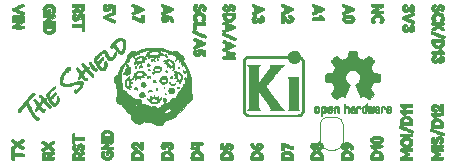
<source format=gbr>
G04 #@! TF.GenerationSoftware,KiCad,Pcbnew,5.1.5-52549c5~84~ubuntu18.04.1*
G04 #@! TF.CreationDate,2020-01-18T20:00:26-07:00*
G04 #@! TF.ProjectId,FeatherWing_KC5,46656174-6865-4725-9769-6e675f4b4335,rev?*
G04 #@! TF.SameCoordinates,Original*
G04 #@! TF.FileFunction,Legend,Top*
G04 #@! TF.FilePolarity,Positive*
%FSLAX46Y46*%
G04 Gerber Fmt 4.6, Leading zero omitted, Abs format (unit mm)*
G04 Created by KiCad (PCBNEW 5.1.5-52549c5~84~ubuntu18.04.1) date 2020-01-18 20:00:26*
%MOMM*%
%LPD*%
G04 APERTURE LIST*
%ADD10C,0.010000*%
%ADD11C,0.120000*%
G04 APERTURE END LIST*
D10*
G36*
X146820133Y-97217213D02*
G01*
X146949903Y-97253490D01*
X147068958Y-97320020D01*
X147170212Y-97417187D01*
X147177529Y-97426554D01*
X147204899Y-97465542D01*
X147222868Y-97503514D01*
X147233848Y-97551169D01*
X147240250Y-97619206D01*
X147244486Y-97718323D01*
X147244691Y-97724495D01*
X147246173Y-97844581D01*
X147241210Y-97925482D01*
X147229606Y-97969885D01*
X147226224Y-97974924D01*
X147210904Y-97985313D01*
X147181084Y-97993183D01*
X147131710Y-97998850D01*
X147057725Y-98002629D01*
X146954075Y-98004839D01*
X146815706Y-98005794D01*
X146731092Y-98005900D01*
X146560615Y-98005104D01*
X146429373Y-98002612D01*
X146334294Y-97998266D01*
X146272307Y-97991908D01*
X146240341Y-97983382D01*
X146236267Y-97980500D01*
X146222659Y-97944399D01*
X146213998Y-97871220D01*
X146210869Y-97765994D01*
X146210867Y-97762734D01*
X146212409Y-97687008D01*
X146486034Y-97687008D01*
X146486034Y-97773066D01*
X146994034Y-97773066D01*
X146993954Y-97704275D01*
X146978654Y-97626435D01*
X146939576Y-97548947D01*
X146886702Y-97489709D01*
X146867050Y-97476742D01*
X146790027Y-97454339D01*
X146701074Y-97456064D01*
X146614113Y-97478682D01*
X146543068Y-97518957D01*
X146507828Y-97560227D01*
X146493645Y-97607576D01*
X146486311Y-97672789D01*
X146486034Y-97687008D01*
X146212409Y-97687008D01*
X146212967Y-97659628D01*
X146220760Y-97585230D01*
X146236488Y-97526058D01*
X146258492Y-97476231D01*
X146335578Y-97366983D01*
X146437369Y-97286075D01*
X146556782Y-97233888D01*
X146686731Y-97210806D01*
X146820133Y-97217213D01*
G37*
X146820133Y-97217213D02*
X146949903Y-97253490D01*
X147068958Y-97320020D01*
X147170212Y-97417187D01*
X147177529Y-97426554D01*
X147204899Y-97465542D01*
X147222868Y-97503514D01*
X147233848Y-97551169D01*
X147240250Y-97619206D01*
X147244486Y-97718323D01*
X147244691Y-97724495D01*
X147246173Y-97844581D01*
X147241210Y-97925482D01*
X147229606Y-97969885D01*
X147226224Y-97974924D01*
X147210904Y-97985313D01*
X147181084Y-97993183D01*
X147131710Y-97998850D01*
X147057725Y-98002629D01*
X146954075Y-98004839D01*
X146815706Y-98005794D01*
X146731092Y-98005900D01*
X146560615Y-98005104D01*
X146429373Y-98002612D01*
X146334294Y-97998266D01*
X146272307Y-97991908D01*
X146240341Y-97983382D01*
X146236267Y-97980500D01*
X146222659Y-97944399D01*
X146213998Y-97871220D01*
X146210869Y-97765994D01*
X146210867Y-97762734D01*
X146212409Y-97687008D01*
X146486034Y-97687008D01*
X146486034Y-97773066D01*
X146994034Y-97773066D01*
X146993954Y-97704275D01*
X146978654Y-97626435D01*
X146939576Y-97548947D01*
X146886702Y-97489709D01*
X146867050Y-97476742D01*
X146790027Y-97454339D01*
X146701074Y-97456064D01*
X146614113Y-97478682D01*
X146543068Y-97518957D01*
X146507828Y-97560227D01*
X146493645Y-97607576D01*
X146486311Y-97672789D01*
X146486034Y-97687008D01*
X146212409Y-97687008D01*
X146212967Y-97659628D01*
X146220760Y-97585230D01*
X146236488Y-97526058D01*
X146258492Y-97476231D01*
X146335578Y-97366983D01*
X146437369Y-97286075D01*
X146556782Y-97233888D01*
X146686731Y-97210806D01*
X146820133Y-97217213D01*
G36*
X123572570Y-97127964D02*
G01*
X123605347Y-97164754D01*
X123622158Y-97232667D01*
X123626034Y-97315282D01*
X123626034Y-97431782D01*
X124018425Y-97438382D01*
X124163836Y-97441192D01*
X124272332Y-97445082D01*
X124349326Y-97451605D01*
X124400234Y-97462312D01*
X124430469Y-97478757D01*
X124445446Y-97502492D01*
X124450581Y-97535069D01*
X124451209Y-97562458D01*
X124449203Y-97597552D01*
X124439150Y-97623808D01*
X124415721Y-97642501D01*
X124373585Y-97654907D01*
X124307412Y-97662301D01*
X124211870Y-97665959D01*
X124081631Y-97667157D01*
X124013384Y-97667233D01*
X123626034Y-97667233D01*
X123626034Y-97792502D01*
X123624009Y-97883513D01*
X123614713Y-97940247D01*
X123593306Y-97970691D01*
X123554954Y-97982832D01*
X123509617Y-97984733D01*
X123441685Y-97977996D01*
X123408643Y-97956616D01*
X123406048Y-97951252D01*
X123401831Y-97919828D01*
X123398196Y-97853729D01*
X123395388Y-97760608D01*
X123393652Y-97648122D01*
X123393200Y-97550597D01*
X123393948Y-97404502D01*
X123397244Y-97295379D01*
X123404662Y-97217877D01*
X123417781Y-97166645D01*
X123438175Y-97136333D01*
X123467422Y-97121589D01*
X123507098Y-97117064D01*
X123520967Y-97116900D01*
X123572570Y-97127964D01*
G37*
X123572570Y-97127964D02*
X123605347Y-97164754D01*
X123622158Y-97232667D01*
X123626034Y-97315282D01*
X123626034Y-97431782D01*
X124018425Y-97438382D01*
X124163836Y-97441192D01*
X124272332Y-97445082D01*
X124349326Y-97451605D01*
X124400234Y-97462312D01*
X124430469Y-97478757D01*
X124445446Y-97502492D01*
X124450581Y-97535069D01*
X124451209Y-97562458D01*
X124449203Y-97597552D01*
X124439150Y-97623808D01*
X124415721Y-97642501D01*
X124373585Y-97654907D01*
X124307412Y-97662301D01*
X124211870Y-97665959D01*
X124081631Y-97667157D01*
X124013384Y-97667233D01*
X123626034Y-97667233D01*
X123626034Y-97792502D01*
X123624009Y-97883513D01*
X123614713Y-97940247D01*
X123593306Y-97970691D01*
X123554954Y-97982832D01*
X123509617Y-97984733D01*
X123441685Y-97977996D01*
X123408643Y-97956616D01*
X123406048Y-97951252D01*
X123401831Y-97919828D01*
X123398196Y-97853729D01*
X123395388Y-97760608D01*
X123393652Y-97648122D01*
X123393200Y-97550597D01*
X123393948Y-97404502D01*
X123397244Y-97295379D01*
X123404662Y-97217877D01*
X123417781Y-97166645D01*
X123438175Y-97136333D01*
X123467422Y-97121589D01*
X123507098Y-97117064D01*
X123520967Y-97116900D01*
X123572570Y-97127964D01*
G36*
X126930193Y-96391496D02*
G01*
X126981628Y-96428893D01*
X127020955Y-96475249D01*
X127033867Y-96512128D01*
X127017836Y-96537487D01*
X126974514Y-96580769D01*
X126911058Y-96635288D01*
X126855049Y-96679160D01*
X126676230Y-96814040D01*
X126844290Y-96937662D01*
X126936432Y-97008440D01*
X126994985Y-97062886D01*
X127022617Y-97106522D01*
X127021993Y-97144871D01*
X126995781Y-97183456D01*
X126973389Y-97205032D01*
X126933496Y-97242959D01*
X126922752Y-97264389D01*
X126937727Y-97279854D01*
X126947286Y-97285209D01*
X126987526Y-97324286D01*
X127012565Y-97380577D01*
X127016596Y-97436375D01*
X127005708Y-97463336D01*
X126973300Y-97487768D01*
X126914769Y-97517816D01*
X126859242Y-97540660D01*
X126792314Y-97566647D01*
X126755928Y-97588132D01*
X126740779Y-97614908D01*
X126737564Y-97656768D01*
X126737534Y-97668754D01*
X126737534Y-97751900D01*
X126834175Y-97751900D01*
X126926689Y-97759535D01*
X126983796Y-97784163D01*
X127009894Y-97828366D01*
X127012700Y-97856746D01*
X127012670Y-97896587D01*
X127009289Y-97927175D01*
X126997626Y-97949731D01*
X126972747Y-97965475D01*
X126929719Y-97975628D01*
X126863610Y-97981410D01*
X126769486Y-97984041D01*
X126642414Y-97984743D01*
X126495380Y-97984733D01*
X126355194Y-97984150D01*
X126229359Y-97982514D01*
X126123983Y-97979997D01*
X126045173Y-97976767D01*
X125999035Y-97972997D01*
X125989645Y-97970622D01*
X125983731Y-97944744D01*
X125979037Y-97886207D01*
X125976155Y-97804679D01*
X125975534Y-97740919D01*
X125977388Y-97682526D01*
X126229534Y-97682526D01*
X126229534Y-97751900D01*
X126462367Y-97751900D01*
X126462367Y-97668745D01*
X126448455Y-97587560D01*
X126408444Y-97536564D01*
X126345638Y-97519066D01*
X126291246Y-97538307D01*
X126250467Y-97589314D01*
X126230454Y-97662020D01*
X126229534Y-97682526D01*
X125977388Y-97682526D01*
X125979515Y-97615548D01*
X125993976Y-97522157D01*
X126022692Y-97450928D01*
X126069435Y-97392042D01*
X126128707Y-97342467D01*
X126207575Y-97305910D01*
X126309012Y-97289370D01*
X126417926Y-97293529D01*
X126519226Y-97319070D01*
X126531599Y-97324239D01*
X126628034Y-97366898D01*
X126760792Y-97318827D01*
X126830426Y-97292903D01*
X126865498Y-97276039D01*
X126871378Y-97263239D01*
X126853436Y-97249509D01*
X126842000Y-97243281D01*
X126801607Y-97217425D01*
X126740003Y-97173095D01*
X126668708Y-97118663D01*
X126648705Y-97102852D01*
X126582184Y-97051543D01*
X126527392Y-97012414D01*
X126493186Y-96991671D01*
X126487537Y-96989900D01*
X126463400Y-97002232D01*
X126414729Y-97035322D01*
X126349906Y-97083305D01*
X126311782Y-97112837D01*
X126238692Y-97168627D01*
X126174212Y-97214815D01*
X126128129Y-97244521D01*
X126115426Y-97250900D01*
X126064130Y-97250134D01*
X126007678Y-97220243D01*
X125960574Y-97169593D01*
X125953424Y-97157472D01*
X125943571Y-97128475D01*
X125949554Y-97098980D01*
X125975738Y-97063770D01*
X126026490Y-97017626D01*
X126106173Y-96955334D01*
X126149898Y-96922670D01*
X126294179Y-96815710D01*
X126171898Y-96721803D01*
X126071260Y-96643886D01*
X126001075Y-96586321D01*
X125958038Y-96543910D01*
X125938846Y-96511456D01*
X125940197Y-96483764D01*
X125958786Y-96455635D01*
X125985155Y-96428021D01*
X126028849Y-96393074D01*
X126073643Y-96380251D01*
X126126320Y-96391357D01*
X126193667Y-96428196D01*
X126282467Y-96492573D01*
X126310584Y-96514580D01*
X126485754Y-96653094D01*
X126659269Y-96514697D01*
X126740877Y-96453280D01*
X126811809Y-96406773D01*
X126863813Y-96380320D01*
X126881371Y-96376183D01*
X126930193Y-96391496D01*
G37*
X126930193Y-96391496D02*
X126981628Y-96428893D01*
X127020955Y-96475249D01*
X127033867Y-96512128D01*
X127017836Y-96537487D01*
X126974514Y-96580769D01*
X126911058Y-96635288D01*
X126855049Y-96679160D01*
X126676230Y-96814040D01*
X126844290Y-96937662D01*
X126936432Y-97008440D01*
X126994985Y-97062886D01*
X127022617Y-97106522D01*
X127021993Y-97144871D01*
X126995781Y-97183456D01*
X126973389Y-97205032D01*
X126933496Y-97242959D01*
X126922752Y-97264389D01*
X126937727Y-97279854D01*
X126947286Y-97285209D01*
X126987526Y-97324286D01*
X127012565Y-97380577D01*
X127016596Y-97436375D01*
X127005708Y-97463336D01*
X126973300Y-97487768D01*
X126914769Y-97517816D01*
X126859242Y-97540660D01*
X126792314Y-97566647D01*
X126755928Y-97588132D01*
X126740779Y-97614908D01*
X126737564Y-97656768D01*
X126737534Y-97668754D01*
X126737534Y-97751900D01*
X126834175Y-97751900D01*
X126926689Y-97759535D01*
X126983796Y-97784163D01*
X127009894Y-97828366D01*
X127012700Y-97856746D01*
X127012670Y-97896587D01*
X127009289Y-97927175D01*
X126997626Y-97949731D01*
X126972747Y-97965475D01*
X126929719Y-97975628D01*
X126863610Y-97981410D01*
X126769486Y-97984041D01*
X126642414Y-97984743D01*
X126495380Y-97984733D01*
X126355194Y-97984150D01*
X126229359Y-97982514D01*
X126123983Y-97979997D01*
X126045173Y-97976767D01*
X125999035Y-97972997D01*
X125989645Y-97970622D01*
X125983731Y-97944744D01*
X125979037Y-97886207D01*
X125976155Y-97804679D01*
X125975534Y-97740919D01*
X125977388Y-97682526D01*
X126229534Y-97682526D01*
X126229534Y-97751900D01*
X126462367Y-97751900D01*
X126462367Y-97668745D01*
X126448455Y-97587560D01*
X126408444Y-97536564D01*
X126345638Y-97519066D01*
X126291246Y-97538307D01*
X126250467Y-97589314D01*
X126230454Y-97662020D01*
X126229534Y-97682526D01*
X125977388Y-97682526D01*
X125979515Y-97615548D01*
X125993976Y-97522157D01*
X126022692Y-97450928D01*
X126069435Y-97392042D01*
X126128707Y-97342467D01*
X126207575Y-97305910D01*
X126309012Y-97289370D01*
X126417926Y-97293529D01*
X126519226Y-97319070D01*
X126531599Y-97324239D01*
X126628034Y-97366898D01*
X126760792Y-97318827D01*
X126830426Y-97292903D01*
X126865498Y-97276039D01*
X126871378Y-97263239D01*
X126853436Y-97249509D01*
X126842000Y-97243281D01*
X126801607Y-97217425D01*
X126740003Y-97173095D01*
X126668708Y-97118663D01*
X126648705Y-97102852D01*
X126582184Y-97051543D01*
X126527392Y-97012414D01*
X126493186Y-96991671D01*
X126487537Y-96989900D01*
X126463400Y-97002232D01*
X126414729Y-97035322D01*
X126349906Y-97083305D01*
X126311782Y-97112837D01*
X126238692Y-97168627D01*
X126174212Y-97214815D01*
X126128129Y-97244521D01*
X126115426Y-97250900D01*
X126064130Y-97250134D01*
X126007678Y-97220243D01*
X125960574Y-97169593D01*
X125953424Y-97157472D01*
X125943571Y-97128475D01*
X125949554Y-97098980D01*
X125975738Y-97063770D01*
X126026490Y-97017626D01*
X126106173Y-96955334D01*
X126149898Y-96922670D01*
X126294179Y-96815710D01*
X126171898Y-96721803D01*
X126071260Y-96643886D01*
X126001075Y-96586321D01*
X125958038Y-96543910D01*
X125938846Y-96511456D01*
X125940197Y-96483764D01*
X125958786Y-96455635D01*
X125985155Y-96428021D01*
X126028849Y-96393074D01*
X126073643Y-96380251D01*
X126126320Y-96391357D01*
X126193667Y-96428196D01*
X126282467Y-96492573D01*
X126310584Y-96514580D01*
X126485754Y-96653094D01*
X126659269Y-96514697D01*
X126740877Y-96453280D01*
X126811809Y-96406773D01*
X126863813Y-96380320D01*
X126881371Y-96376183D01*
X126930193Y-96391496D01*
G36*
X129487572Y-97278443D02*
G01*
X129516366Y-97291966D01*
X129523150Y-97296311D01*
X129567104Y-97342059D01*
X129589029Y-97398867D01*
X129583920Y-97450849D01*
X129575889Y-97463713D01*
X129544242Y-97485808D01*
X129485966Y-97514323D01*
X129425359Y-97538658D01*
X129356751Y-97564792D01*
X129318866Y-97585970D01*
X129302581Y-97611535D01*
X129298773Y-97650829D01*
X129298700Y-97668370D01*
X129298700Y-97751900D01*
X129400488Y-97751900D01*
X129489549Y-97759275D01*
X129543734Y-97784292D01*
X129568353Y-97831283D01*
X129570118Y-97890327D01*
X129563284Y-97974150D01*
X129061074Y-97979823D01*
X128558865Y-97985497D01*
X128545652Y-97932852D01*
X128540469Y-97888171D01*
X128538063Y-97814502D01*
X128538753Y-97725120D01*
X128539861Y-97690570D01*
X128542162Y-97660883D01*
X128811867Y-97660883D01*
X128811867Y-97751900D01*
X129023534Y-97751900D01*
X129023534Y-97660883D01*
X129014771Y-97581897D01*
X128985780Y-97536601D01*
X128932508Y-97519563D01*
X128917700Y-97519066D01*
X128858755Y-97530808D01*
X128824952Y-97569656D01*
X128812237Y-97641041D01*
X128811867Y-97660883D01*
X128542162Y-97660883D01*
X128549069Y-97571803D01*
X128569231Y-97485398D01*
X128605379Y-97421799D01*
X128662542Y-97371451D01*
X128727633Y-97333858D01*
X128842635Y-97294979D01*
X128964259Y-97287659D01*
X129077908Y-97312119D01*
X129112721Y-97328026D01*
X129190697Y-97369819D01*
X129331901Y-97316670D01*
X129407175Y-97289535D01*
X129455120Y-97277213D01*
X129487572Y-97278443D01*
G37*
X129487572Y-97278443D02*
X129516366Y-97291966D01*
X129523150Y-97296311D01*
X129567104Y-97342059D01*
X129589029Y-97398867D01*
X129583920Y-97450849D01*
X129575889Y-97463713D01*
X129544242Y-97485808D01*
X129485966Y-97514323D01*
X129425359Y-97538658D01*
X129356751Y-97564792D01*
X129318866Y-97585970D01*
X129302581Y-97611535D01*
X129298773Y-97650829D01*
X129298700Y-97668370D01*
X129298700Y-97751900D01*
X129400488Y-97751900D01*
X129489549Y-97759275D01*
X129543734Y-97784292D01*
X129568353Y-97831283D01*
X129570118Y-97890327D01*
X129563284Y-97974150D01*
X129061074Y-97979823D01*
X128558865Y-97985497D01*
X128545652Y-97932852D01*
X128540469Y-97888171D01*
X128538063Y-97814502D01*
X128538753Y-97725120D01*
X128539861Y-97690570D01*
X128542162Y-97660883D01*
X128811867Y-97660883D01*
X128811867Y-97751900D01*
X129023534Y-97751900D01*
X129023534Y-97660883D01*
X129014771Y-97581897D01*
X128985780Y-97536601D01*
X128932508Y-97519563D01*
X128917700Y-97519066D01*
X128858755Y-97530808D01*
X128824952Y-97569656D01*
X128812237Y-97641041D01*
X128811867Y-97660883D01*
X128542162Y-97660883D01*
X128549069Y-97571803D01*
X128569231Y-97485398D01*
X128605379Y-97421799D01*
X128662542Y-97371451D01*
X128727633Y-97333858D01*
X128842635Y-97294979D01*
X128964259Y-97287659D01*
X129077908Y-97312119D01*
X129112721Y-97328026D01*
X129190697Y-97369819D01*
X129331901Y-97316670D01*
X129407175Y-97289535D01*
X129455120Y-97277213D01*
X129487572Y-97278443D01*
G36*
X131761125Y-97181924D02*
G01*
X131825822Y-97187812D01*
X131870167Y-97200041D01*
X131905120Y-97220585D01*
X131910352Y-97224602D01*
X131979795Y-97300570D01*
X132019967Y-97399014D01*
X132033413Y-97520442D01*
X132015648Y-97653765D01*
X131959080Y-97771023D01*
X131864787Y-97870353D01*
X131808107Y-97910090D01*
X131750398Y-97942700D01*
X131697211Y-97962706D01*
X131633963Y-97973683D01*
X131546069Y-97979208D01*
X131522917Y-97980016D01*
X131422157Y-97980973D01*
X131349036Y-97974803D01*
X131289171Y-97959513D01*
X131246034Y-97941661D01*
X131121207Y-97864144D01*
X131031286Y-97764778D01*
X130977893Y-97645927D01*
X130962417Y-97528665D01*
X130973355Y-97433559D01*
X131003676Y-97346280D01*
X131047968Y-97276159D01*
X131100818Y-97232523D01*
X131139912Y-97222733D01*
X131199504Y-97237011D01*
X131258678Y-97272076D01*
X131260483Y-97273606D01*
X131319626Y-97324479D01*
X131272246Y-97408779D01*
X131236985Y-97481429D01*
X131227383Y-97537912D01*
X131242272Y-97594810D01*
X131256975Y-97625592D01*
X131316543Y-97697290D01*
X131403108Y-97738706D01*
X131512124Y-97747787D01*
X131525396Y-97746713D01*
X131624760Y-97720757D01*
X131702400Y-97668270D01*
X131752328Y-97596126D01*
X131768554Y-97511201D01*
X131763809Y-97473056D01*
X131748352Y-97431732D01*
X131716990Y-97415458D01*
X131678268Y-97413233D01*
X131631394Y-97416059D01*
X131610939Y-97432793D01*
X131605971Y-97475818D01*
X131605867Y-97495254D01*
X131602199Y-97549803D01*
X131585124Y-97576433D01*
X131545537Y-97589340D01*
X131545514Y-97589345D01*
X131484124Y-97594341D01*
X131439681Y-97589522D01*
X131417357Y-97580321D01*
X131403823Y-97561070D01*
X131396910Y-97522769D01*
X131394446Y-97456418D01*
X131394200Y-97400926D01*
X131395790Y-97310447D01*
X131405109Y-97248866D01*
X131428983Y-97210627D01*
X131474238Y-97190174D01*
X131547699Y-97181950D01*
X131656191Y-97180402D01*
X131665121Y-97180400D01*
X131761125Y-97181924D01*
G37*
X131761125Y-97181924D02*
X131825822Y-97187812D01*
X131870167Y-97200041D01*
X131905120Y-97220585D01*
X131910352Y-97224602D01*
X131979795Y-97300570D01*
X132019967Y-97399014D01*
X132033413Y-97520442D01*
X132015648Y-97653765D01*
X131959080Y-97771023D01*
X131864787Y-97870353D01*
X131808107Y-97910090D01*
X131750398Y-97942700D01*
X131697211Y-97962706D01*
X131633963Y-97973683D01*
X131546069Y-97979208D01*
X131522917Y-97980016D01*
X131422157Y-97980973D01*
X131349036Y-97974803D01*
X131289171Y-97959513D01*
X131246034Y-97941661D01*
X131121207Y-97864144D01*
X131031286Y-97764778D01*
X130977893Y-97645927D01*
X130962417Y-97528665D01*
X130973355Y-97433559D01*
X131003676Y-97346280D01*
X131047968Y-97276159D01*
X131100818Y-97232523D01*
X131139912Y-97222733D01*
X131199504Y-97237011D01*
X131258678Y-97272076D01*
X131260483Y-97273606D01*
X131319626Y-97324479D01*
X131272246Y-97408779D01*
X131236985Y-97481429D01*
X131227383Y-97537912D01*
X131242272Y-97594810D01*
X131256975Y-97625592D01*
X131316543Y-97697290D01*
X131403108Y-97738706D01*
X131512124Y-97747787D01*
X131525396Y-97746713D01*
X131624760Y-97720757D01*
X131702400Y-97668270D01*
X131752328Y-97596126D01*
X131768554Y-97511201D01*
X131763809Y-97473056D01*
X131748352Y-97431732D01*
X131716990Y-97415458D01*
X131678268Y-97413233D01*
X131631394Y-97416059D01*
X131610939Y-97432793D01*
X131605971Y-97475818D01*
X131605867Y-97495254D01*
X131602199Y-97549803D01*
X131585124Y-97576433D01*
X131545537Y-97589340D01*
X131545514Y-97589345D01*
X131484124Y-97594341D01*
X131439681Y-97589522D01*
X131417357Y-97580321D01*
X131403823Y-97561070D01*
X131396910Y-97522769D01*
X131394446Y-97456418D01*
X131394200Y-97400926D01*
X131395790Y-97310447D01*
X131405109Y-97248866D01*
X131428983Y-97210627D01*
X131474238Y-97190174D01*
X131547699Y-97181950D01*
X131656191Y-97180402D01*
X131665121Y-97180400D01*
X131761125Y-97181924D01*
G36*
X134179289Y-97198452D02*
G01*
X134306813Y-97248146D01*
X134421588Y-97322789D01*
X134512010Y-97415688D01*
X134543227Y-97464559D01*
X134560904Y-97518185D01*
X134573166Y-97595693D01*
X134579908Y-97686265D01*
X134581028Y-97779081D01*
X134576419Y-97863322D01*
X134565979Y-97928168D01*
X134549604Y-97962801D01*
X134548034Y-97963942D01*
X134516300Y-97970737D01*
X134449969Y-97976079D01*
X134356753Y-97979985D01*
X134244361Y-97982470D01*
X134120506Y-97983550D01*
X133992897Y-97983243D01*
X133869246Y-97981565D01*
X133757263Y-97978531D01*
X133664660Y-97974158D01*
X133599148Y-97968463D01*
X133569075Y-97961871D01*
X133547242Y-97927731D01*
X133533723Y-97862715D01*
X133528368Y-97777425D01*
X133531022Y-97682462D01*
X133532807Y-97666488D01*
X133807200Y-97666488D01*
X133807200Y-97751900D01*
X134315200Y-97751900D01*
X134315200Y-97668857D01*
X134295336Y-97577755D01*
X134240709Y-97499470D01*
X134158769Y-97443612D01*
X134132857Y-97433599D01*
X134074573Y-97420374D01*
X134019407Y-97426093D01*
X133965934Y-97443864D01*
X133877828Y-97493092D01*
X133826067Y-97561825D01*
X133807378Y-97654657D01*
X133807200Y-97666488D01*
X133532807Y-97666488D01*
X133541534Y-97588430D01*
X133559751Y-97505928D01*
X133576267Y-97462223D01*
X133649058Y-97357545D01*
X133752049Y-97272021D01*
X133875219Y-97211608D01*
X134008546Y-97182259D01*
X134050617Y-97180400D01*
X134179289Y-97198452D01*
G37*
X134179289Y-97198452D02*
X134306813Y-97248146D01*
X134421588Y-97322789D01*
X134512010Y-97415688D01*
X134543227Y-97464559D01*
X134560904Y-97518185D01*
X134573166Y-97595693D01*
X134579908Y-97686265D01*
X134581028Y-97779081D01*
X134576419Y-97863322D01*
X134565979Y-97928168D01*
X134549604Y-97962801D01*
X134548034Y-97963942D01*
X134516300Y-97970737D01*
X134449969Y-97976079D01*
X134356753Y-97979985D01*
X134244361Y-97982470D01*
X134120506Y-97983550D01*
X133992897Y-97983243D01*
X133869246Y-97981565D01*
X133757263Y-97978531D01*
X133664660Y-97974158D01*
X133599148Y-97968463D01*
X133569075Y-97961871D01*
X133547242Y-97927731D01*
X133533723Y-97862715D01*
X133528368Y-97777425D01*
X133531022Y-97682462D01*
X133532807Y-97666488D01*
X133807200Y-97666488D01*
X133807200Y-97751900D01*
X134315200Y-97751900D01*
X134315200Y-97668857D01*
X134295336Y-97577755D01*
X134240709Y-97499470D01*
X134158769Y-97443612D01*
X134132857Y-97433599D01*
X134074573Y-97420374D01*
X134019407Y-97426093D01*
X133965934Y-97443864D01*
X133877828Y-97493092D01*
X133826067Y-97561825D01*
X133807378Y-97654657D01*
X133807200Y-97666488D01*
X133532807Y-97666488D01*
X133541534Y-97588430D01*
X133559751Y-97505928D01*
X133576267Y-97462223D01*
X133649058Y-97357545D01*
X133752049Y-97272021D01*
X133875219Y-97211608D01*
X134008546Y-97182259D01*
X134050617Y-97180400D01*
X134179289Y-97198452D01*
G36*
X136754358Y-97226729D02*
G01*
X136834051Y-97264015D01*
X136917318Y-97324353D01*
X136992484Y-97396991D01*
X137047873Y-97471176D01*
X137067823Y-97515414D01*
X137077570Y-97572529D01*
X137083543Y-97656596D01*
X137084817Y-97752325D01*
X137084056Y-97783650D01*
X137077450Y-97974150D01*
X136578643Y-97979815D01*
X136437390Y-97980823D01*
X136310430Y-97980590D01*
X136203828Y-97979221D01*
X136123649Y-97976820D01*
X136075957Y-97973491D01*
X136065352Y-97970996D01*
X136059290Y-97944961D01*
X136054475Y-97886269D01*
X136051513Y-97804590D01*
X136050985Y-97751900D01*
X136299293Y-97751900D01*
X136812867Y-97751900D01*
X136812867Y-97660610D01*
X136805775Y-97591014D01*
X136777896Y-97538903D01*
X136747977Y-97507151D01*
X136701562Y-97469226D01*
X136653852Y-97450674D01*
X136586383Y-97445102D01*
X136568467Y-97444983D01*
X136495867Y-97448398D01*
X136447006Y-97463091D01*
X136403543Y-97495728D01*
X136388371Y-97510459D01*
X136329692Y-97595069D01*
X136311094Y-97663918D01*
X136299293Y-97751900D01*
X136050985Y-97751900D01*
X136050867Y-97740181D01*
X136051531Y-97641132D01*
X136055183Y-97572885D01*
X136064313Y-97523913D01*
X136081410Y-97482687D01*
X136108966Y-97437679D01*
X136119659Y-97421694D01*
X136212686Y-97319818D01*
X136330883Y-97247605D01*
X136467243Y-97207208D01*
X136614761Y-97200779D01*
X136754358Y-97226729D01*
G37*
X136754358Y-97226729D02*
X136834051Y-97264015D01*
X136917318Y-97324353D01*
X136992484Y-97396991D01*
X137047873Y-97471176D01*
X137067823Y-97515414D01*
X137077570Y-97572529D01*
X137083543Y-97656596D01*
X137084817Y-97752325D01*
X137084056Y-97783650D01*
X137077450Y-97974150D01*
X136578643Y-97979815D01*
X136437390Y-97980823D01*
X136310430Y-97980590D01*
X136203828Y-97979221D01*
X136123649Y-97976820D01*
X136075957Y-97973491D01*
X136065352Y-97970996D01*
X136059290Y-97944961D01*
X136054475Y-97886269D01*
X136051513Y-97804590D01*
X136050985Y-97751900D01*
X136299293Y-97751900D01*
X136812867Y-97751900D01*
X136812867Y-97660610D01*
X136805775Y-97591014D01*
X136777896Y-97538903D01*
X136747977Y-97507151D01*
X136701562Y-97469226D01*
X136653852Y-97450674D01*
X136586383Y-97445102D01*
X136568467Y-97444983D01*
X136495867Y-97448398D01*
X136447006Y-97463091D01*
X136403543Y-97495728D01*
X136388371Y-97510459D01*
X136329692Y-97595069D01*
X136311094Y-97663918D01*
X136299293Y-97751900D01*
X136050985Y-97751900D01*
X136050867Y-97740181D01*
X136051531Y-97641132D01*
X136055183Y-97572885D01*
X136064313Y-97523913D01*
X136081410Y-97482687D01*
X136108966Y-97437679D01*
X136119659Y-97421694D01*
X136212686Y-97319818D01*
X136330883Y-97247605D01*
X136467243Y-97207208D01*
X136614761Y-97200779D01*
X136754358Y-97226729D01*
G36*
X139251550Y-97220041D02*
G01*
X139383672Y-97271804D01*
X139493560Y-97353218D01*
X139574931Y-97460440D01*
X139595161Y-97502511D01*
X139610354Y-97560900D01*
X139621440Y-97645096D01*
X139627791Y-97740992D01*
X139628776Y-97834483D01*
X139623767Y-97911463D01*
X139615186Y-97951252D01*
X139606604Y-97962011D01*
X139586837Y-97970228D01*
X139550877Y-97976232D01*
X139493715Y-97980354D01*
X139410342Y-97982923D01*
X139295750Y-97984268D01*
X139144931Y-97984721D01*
X139106662Y-97984733D01*
X138610986Y-97984733D01*
X138588194Y-97926525D01*
X138575340Y-97860499D01*
X138573626Y-97768503D01*
X138579792Y-97689395D01*
X138844867Y-97689395D01*
X138844867Y-97751900D01*
X139352867Y-97751900D01*
X139352867Y-97667567D01*
X139334269Y-97578267D01*
X139284287Y-97506901D01*
X139211643Y-97457844D01*
X139125055Y-97435472D01*
X139033245Y-97444160D01*
X138966323Y-97473619D01*
X138889908Y-97542710D01*
X138850528Y-97632190D01*
X138844867Y-97689395D01*
X138579792Y-97689395D01*
X138581693Y-97665010D01*
X138598178Y-97564494D01*
X138621723Y-97481430D01*
X138632301Y-97457329D01*
X138709113Y-97351749D01*
X138815843Y-97271784D01*
X138946445Y-97220713D01*
X139094877Y-97201814D01*
X139103479Y-97201773D01*
X139251550Y-97220041D01*
G37*
X139251550Y-97220041D02*
X139383672Y-97271804D01*
X139493560Y-97353218D01*
X139574931Y-97460440D01*
X139595161Y-97502511D01*
X139610354Y-97560900D01*
X139621440Y-97645096D01*
X139627791Y-97740992D01*
X139628776Y-97834483D01*
X139623767Y-97911463D01*
X139615186Y-97951252D01*
X139606604Y-97962011D01*
X139586837Y-97970228D01*
X139550877Y-97976232D01*
X139493715Y-97980354D01*
X139410342Y-97982923D01*
X139295750Y-97984268D01*
X139144931Y-97984721D01*
X139106662Y-97984733D01*
X138610986Y-97984733D01*
X138588194Y-97926525D01*
X138575340Y-97860499D01*
X138573626Y-97768503D01*
X138579792Y-97689395D01*
X138844867Y-97689395D01*
X138844867Y-97751900D01*
X139352867Y-97751900D01*
X139352867Y-97667567D01*
X139334269Y-97578267D01*
X139284287Y-97506901D01*
X139211643Y-97457844D01*
X139125055Y-97435472D01*
X139033245Y-97444160D01*
X138966323Y-97473619D01*
X138889908Y-97542710D01*
X138850528Y-97632190D01*
X138844867Y-97689395D01*
X138579792Y-97689395D01*
X138581693Y-97665010D01*
X138598178Y-97564494D01*
X138621723Y-97481430D01*
X138632301Y-97457329D01*
X138709113Y-97351749D01*
X138815843Y-97271784D01*
X138946445Y-97220713D01*
X139094877Y-97201814D01*
X139103479Y-97201773D01*
X139251550Y-97220041D01*
G36*
X141780596Y-97222954D02*
G01*
X141884288Y-97260473D01*
X141982502Y-97327843D01*
X142063840Y-97415955D01*
X142117202Y-97512150D01*
X142124427Y-97534363D01*
X142137090Y-97602203D01*
X142144365Y-97687040D01*
X142146335Y-97777033D01*
X142143084Y-97860343D01*
X142134693Y-97925129D01*
X142121467Y-97959333D01*
X142097812Y-97968425D01*
X142045255Y-97975346D01*
X141960715Y-97980251D01*
X141841117Y-97983297D01*
X141683381Y-97984638D01*
X141617700Y-97984733D01*
X141445700Y-97983960D01*
X141312928Y-97981536D01*
X141216308Y-97977308D01*
X141152760Y-97971119D01*
X141119208Y-97962815D01*
X141113934Y-97959333D01*
X141100751Y-97924722D01*
X141092414Y-97859974D01*
X141089042Y-97777020D01*
X141090754Y-97687792D01*
X141091640Y-97677071D01*
X141363700Y-97677071D01*
X141363700Y-97751900D01*
X141871700Y-97751900D01*
X141871700Y-97671943D01*
X141853596Y-97576486D01*
X141799068Y-97502538D01*
X141744466Y-97466029D01*
X141648954Y-97436573D01*
X141555429Y-97442077D01*
X141472207Y-97477932D01*
X141407603Y-97539528D01*
X141369933Y-97622257D01*
X141363700Y-97677071D01*
X141091640Y-97677071D01*
X141097668Y-97604221D01*
X141109734Y-97538850D01*
X141155242Y-97442475D01*
X141231814Y-97350919D01*
X141328691Y-97275553D01*
X141388386Y-97244404D01*
X141509645Y-97211258D01*
X141646120Y-97204294D01*
X141780596Y-97222954D01*
G37*
X141780596Y-97222954D02*
X141884288Y-97260473D01*
X141982502Y-97327843D01*
X142063840Y-97415955D01*
X142117202Y-97512150D01*
X142124427Y-97534363D01*
X142137090Y-97602203D01*
X142144365Y-97687040D01*
X142146335Y-97777033D01*
X142143084Y-97860343D01*
X142134693Y-97925129D01*
X142121467Y-97959333D01*
X142097812Y-97968425D01*
X142045255Y-97975346D01*
X141960715Y-97980251D01*
X141841117Y-97983297D01*
X141683381Y-97984638D01*
X141617700Y-97984733D01*
X141445700Y-97983960D01*
X141312928Y-97981536D01*
X141216308Y-97977308D01*
X141152760Y-97971119D01*
X141119208Y-97962815D01*
X141113934Y-97959333D01*
X141100751Y-97924722D01*
X141092414Y-97859974D01*
X141089042Y-97777020D01*
X141090754Y-97687792D01*
X141091640Y-97677071D01*
X141363700Y-97677071D01*
X141363700Y-97751900D01*
X141871700Y-97751900D01*
X141871700Y-97671943D01*
X141853596Y-97576486D01*
X141799068Y-97502538D01*
X141744466Y-97466029D01*
X141648954Y-97436573D01*
X141555429Y-97442077D01*
X141472207Y-97477932D01*
X141407603Y-97539528D01*
X141369933Y-97622257D01*
X141363700Y-97677071D01*
X141091640Y-97677071D01*
X141097668Y-97604221D01*
X141109734Y-97538850D01*
X141155242Y-97442475D01*
X141231814Y-97350919D01*
X141328691Y-97275553D01*
X141388386Y-97244404D01*
X141509645Y-97211258D01*
X141646120Y-97204294D01*
X141780596Y-97222954D01*
G36*
X144298552Y-97213858D02*
G01*
X144372058Y-97238118D01*
X144386768Y-97244298D01*
X144477871Y-97296701D01*
X144564076Y-97369038D01*
X144632799Y-97449319D01*
X144666645Y-97510967D01*
X144675997Y-97557475D01*
X144682558Y-97631971D01*
X144686106Y-97721122D01*
X144686417Y-97811599D01*
X144683269Y-97890070D01*
X144676436Y-97943205D01*
X144674019Y-97951252D01*
X144665424Y-97962028D01*
X144645627Y-97970254D01*
X144609613Y-97976260D01*
X144552362Y-97980379D01*
X144468857Y-97982941D01*
X144354082Y-97984278D01*
X144203017Y-97984722D01*
X144167268Y-97984733D01*
X143997705Y-97984110D01*
X143866796Y-97982117D01*
X143770881Y-97978568D01*
X143706297Y-97973275D01*
X143669382Y-97966051D01*
X143657288Y-97958719D01*
X143650784Y-97927233D01*
X143646635Y-97864270D01*
X143645375Y-97780647D01*
X143646073Y-97731178D01*
X143647766Y-97686374D01*
X143903700Y-97686374D01*
X143903700Y-97751900D01*
X144411700Y-97751900D01*
X144411700Y-97667567D01*
X144398950Y-97588259D01*
X144354804Y-97519569D01*
X144353492Y-97518093D01*
X144278294Y-97461365D01*
X144192077Y-97438356D01*
X144103680Y-97445757D01*
X144021946Y-97480262D01*
X143955714Y-97538562D01*
X143913826Y-97617350D01*
X143903700Y-97686374D01*
X143647766Y-97686374D01*
X143649830Y-97631800D01*
X143657175Y-97562147D01*
X143670788Y-97509623D01*
X143693347Y-97461627D01*
X143709085Y-97434959D01*
X143798586Y-97327009D01*
X143913723Y-97252684D01*
X144054199Y-97212148D01*
X144125592Y-97204974D01*
X144222971Y-97203800D01*
X144298552Y-97213858D01*
G37*
X144298552Y-97213858D02*
X144372058Y-97238118D01*
X144386768Y-97244298D01*
X144477871Y-97296701D01*
X144564076Y-97369038D01*
X144632799Y-97449319D01*
X144666645Y-97510967D01*
X144675997Y-97557475D01*
X144682558Y-97631971D01*
X144686106Y-97721122D01*
X144686417Y-97811599D01*
X144683269Y-97890070D01*
X144676436Y-97943205D01*
X144674019Y-97951252D01*
X144665424Y-97962028D01*
X144645627Y-97970254D01*
X144609613Y-97976260D01*
X144552362Y-97980379D01*
X144468857Y-97982941D01*
X144354082Y-97984278D01*
X144203017Y-97984722D01*
X144167268Y-97984733D01*
X143997705Y-97984110D01*
X143866796Y-97982117D01*
X143770881Y-97978568D01*
X143706297Y-97973275D01*
X143669382Y-97966051D01*
X143657288Y-97958719D01*
X143650784Y-97927233D01*
X143646635Y-97864270D01*
X143645375Y-97780647D01*
X143646073Y-97731178D01*
X143647766Y-97686374D01*
X143903700Y-97686374D01*
X143903700Y-97751900D01*
X144411700Y-97751900D01*
X144411700Y-97667567D01*
X144398950Y-97588259D01*
X144354804Y-97519569D01*
X144353492Y-97518093D01*
X144278294Y-97461365D01*
X144192077Y-97438356D01*
X144103680Y-97445757D01*
X144021946Y-97480262D01*
X143955714Y-97538562D01*
X143913826Y-97617350D01*
X143903700Y-97686374D01*
X143647766Y-97686374D01*
X143649830Y-97631800D01*
X143657175Y-97562147D01*
X143670788Y-97509623D01*
X143693347Y-97461627D01*
X143709085Y-97434959D01*
X143798586Y-97327009D01*
X143913723Y-97252684D01*
X144054199Y-97212148D01*
X144125592Y-97204974D01*
X144222971Y-97203800D01*
X144298552Y-97213858D01*
G36*
X149430684Y-97229717D02*
G01*
X149548676Y-97283707D01*
X149648622Y-97365544D01*
X149702636Y-97429473D01*
X149738150Y-97499456D01*
X149757828Y-97585240D01*
X149764335Y-97696573D01*
X149762890Y-97783650D01*
X149756284Y-97974150D01*
X149257477Y-97979815D01*
X149116223Y-97980823D01*
X148989263Y-97980590D01*
X148882662Y-97979221D01*
X148802483Y-97976820D01*
X148754791Y-97973491D01*
X148744185Y-97970996D01*
X148737920Y-97944791D01*
X148733020Y-97886344D01*
X148730159Y-97805739D01*
X148729700Y-97755055D01*
X148729849Y-97751900D01*
X148978126Y-97751900D01*
X149518277Y-97751900D01*
X149504126Y-97661941D01*
X149467851Y-97561227D01*
X149426930Y-97508483D01*
X149382852Y-97470248D01*
X149337953Y-97451283D01*
X149274351Y-97445231D01*
X149248284Y-97444983D01*
X149175504Y-97448305D01*
X149126662Y-97462651D01*
X149083599Y-97494586D01*
X149067204Y-97510459D01*
X149008526Y-97595069D01*
X148989927Y-97663918D01*
X148978126Y-97751900D01*
X148729849Y-97751900D01*
X148736482Y-97611856D01*
X148759048Y-97500642D01*
X148800726Y-97412935D01*
X148864844Y-97340261D01*
X148905418Y-97307602D01*
X149020974Y-97241528D01*
X149147365Y-97208690D01*
X149290281Y-97205879D01*
X149430684Y-97229717D01*
G37*
X149430684Y-97229717D02*
X149548676Y-97283707D01*
X149648622Y-97365544D01*
X149702636Y-97429473D01*
X149738150Y-97499456D01*
X149757828Y-97585240D01*
X149764335Y-97696573D01*
X149762890Y-97783650D01*
X149756284Y-97974150D01*
X149257477Y-97979815D01*
X149116223Y-97980823D01*
X148989263Y-97980590D01*
X148882662Y-97979221D01*
X148802483Y-97976820D01*
X148754791Y-97973491D01*
X148744185Y-97970996D01*
X148737920Y-97944791D01*
X148733020Y-97886344D01*
X148730159Y-97805739D01*
X148729700Y-97755055D01*
X148729849Y-97751900D01*
X148978126Y-97751900D01*
X149518277Y-97751900D01*
X149504126Y-97661941D01*
X149467851Y-97561227D01*
X149426930Y-97508483D01*
X149382852Y-97470248D01*
X149337953Y-97451283D01*
X149274351Y-97445231D01*
X149248284Y-97444983D01*
X149175504Y-97448305D01*
X149126662Y-97462651D01*
X149083599Y-97494586D01*
X149067204Y-97510459D01*
X149008526Y-97595069D01*
X148989927Y-97663918D01*
X148978126Y-97751900D01*
X148729849Y-97751900D01*
X148736482Y-97611856D01*
X148759048Y-97500642D01*
X148800726Y-97412935D01*
X148864844Y-97340261D01*
X148905418Y-97307602D01*
X149020974Y-97241528D01*
X149147365Y-97208690D01*
X149290281Y-97205879D01*
X149430684Y-97229717D01*
G36*
X151898032Y-97195097D02*
G01*
X152028459Y-97231318D01*
X152148143Y-97298078D01*
X152250020Y-97395778D01*
X152257529Y-97405388D01*
X152284899Y-97444375D01*
X152302868Y-97482347D01*
X152313848Y-97530002D01*
X152320250Y-97598040D01*
X152324486Y-97697157D01*
X152324691Y-97703329D01*
X152326173Y-97823414D01*
X152321210Y-97904315D01*
X152309606Y-97948718D01*
X152306224Y-97953757D01*
X152290904Y-97964146D01*
X152261084Y-97972016D01*
X152211710Y-97977683D01*
X152137725Y-97981463D01*
X152034075Y-97983672D01*
X151895706Y-97984627D01*
X151811092Y-97984733D01*
X151640615Y-97983937D01*
X151509373Y-97981445D01*
X151414294Y-97977099D01*
X151352307Y-97970742D01*
X151320341Y-97962215D01*
X151316267Y-97959333D01*
X151302700Y-97923165D01*
X151294066Y-97849373D01*
X151291157Y-97751900D01*
X151539456Y-97751900D01*
X152079607Y-97751900D01*
X152067787Y-97663774D01*
X152036081Y-97560125D01*
X151976227Y-97482945D01*
X151894664Y-97436493D01*
X151797831Y-97425031D01*
X151727973Y-97438931D01*
X151641013Y-97485158D01*
X151583457Y-97559620D01*
X151553334Y-97661941D01*
X151539456Y-97751900D01*
X151291157Y-97751900D01*
X151290874Y-97742434D01*
X151290867Y-97736240D01*
X151293232Y-97627997D01*
X151301484Y-97550126D01*
X151317361Y-97490870D01*
X151331953Y-97458011D01*
X151410149Y-97347564D01*
X151512919Y-97265647D01*
X151633198Y-97212663D01*
X151763923Y-97189012D01*
X151898032Y-97195097D01*
G37*
X151898032Y-97195097D02*
X152028459Y-97231318D01*
X152148143Y-97298078D01*
X152250020Y-97395778D01*
X152257529Y-97405388D01*
X152284899Y-97444375D01*
X152302868Y-97482347D01*
X152313848Y-97530002D01*
X152320250Y-97598040D01*
X152324486Y-97697157D01*
X152324691Y-97703329D01*
X152326173Y-97823414D01*
X152321210Y-97904315D01*
X152309606Y-97948718D01*
X152306224Y-97953757D01*
X152290904Y-97964146D01*
X152261084Y-97972016D01*
X152211710Y-97977683D01*
X152137725Y-97981463D01*
X152034075Y-97983672D01*
X151895706Y-97984627D01*
X151811092Y-97984733D01*
X151640615Y-97983937D01*
X151509373Y-97981445D01*
X151414294Y-97977099D01*
X151352307Y-97970742D01*
X151320341Y-97962215D01*
X151316267Y-97959333D01*
X151302700Y-97923165D01*
X151294066Y-97849373D01*
X151291157Y-97751900D01*
X151539456Y-97751900D01*
X152079607Y-97751900D01*
X152067787Y-97663774D01*
X152036081Y-97560125D01*
X151976227Y-97482945D01*
X151894664Y-97436493D01*
X151797831Y-97425031D01*
X151727973Y-97438931D01*
X151641013Y-97485158D01*
X151583457Y-97559620D01*
X151553334Y-97661941D01*
X151539456Y-97751900D01*
X151291157Y-97751900D01*
X151290874Y-97742434D01*
X151290867Y-97736240D01*
X151293232Y-97627997D01*
X151301484Y-97550126D01*
X151317361Y-97490870D01*
X151331953Y-97458011D01*
X151410149Y-97347564D01*
X151512919Y-97265647D01*
X151633198Y-97212663D01*
X151763923Y-97189012D01*
X151898032Y-97195097D01*
G36*
X154407627Y-97194264D02*
G01*
X154473303Y-97203883D01*
X154532736Y-97225448D01*
X154592901Y-97256958D01*
X154677524Y-97315168D01*
X154750583Y-97384153D01*
X154772784Y-97411894D01*
X154802144Y-97456418D01*
X154821257Y-97497865D01*
X154832789Y-97547647D01*
X154839404Y-97617176D01*
X154843685Y-97715355D01*
X154846213Y-97814725D01*
X154844837Y-97880446D01*
X154838473Y-97921110D01*
X154826035Y-97945308D01*
X154813181Y-97957016D01*
X154780774Y-97965493D01*
X154713785Y-97972551D01*
X154619940Y-97978135D01*
X154506969Y-97982190D01*
X154382598Y-97984662D01*
X154254557Y-97985496D01*
X154130573Y-97984636D01*
X154018374Y-97982029D01*
X153925689Y-97977619D01*
X153860246Y-97971351D01*
X153830867Y-97963978D01*
X153814549Y-97942794D01*
X153804685Y-97899464D01*
X153800128Y-97826459D01*
X153799471Y-97757927D01*
X153799587Y-97751900D01*
X154058195Y-97751900D01*
X154571700Y-97751900D01*
X154571700Y-97654558D01*
X154566156Y-97585181D01*
X154543877Y-97536357D01*
X154508555Y-97498231D01*
X154420797Y-97441518D01*
X154323873Y-97422107D01*
X154228857Y-97441312D01*
X154142233Y-97494339D01*
X154090180Y-97568648D01*
X154069027Y-97655791D01*
X154058195Y-97751900D01*
X153799587Y-97751900D01*
X153801751Y-97640323D01*
X153810095Y-97554195D01*
X153827535Y-97488797D01*
X153857108Y-97433380D01*
X153901847Y-97377196D01*
X153909335Y-97368833D01*
X154004204Y-97280344D01*
X154103895Y-97225080D01*
X154220685Y-97197735D01*
X154317735Y-97192373D01*
X154407627Y-97194264D01*
G37*
X154407627Y-97194264D02*
X154473303Y-97203883D01*
X154532736Y-97225448D01*
X154592901Y-97256958D01*
X154677524Y-97315168D01*
X154750583Y-97384153D01*
X154772784Y-97411894D01*
X154802144Y-97456418D01*
X154821257Y-97497865D01*
X154832789Y-97547647D01*
X154839404Y-97617176D01*
X154843685Y-97715355D01*
X154846213Y-97814725D01*
X154844837Y-97880446D01*
X154838473Y-97921110D01*
X154826035Y-97945308D01*
X154813181Y-97957016D01*
X154780774Y-97965493D01*
X154713785Y-97972551D01*
X154619940Y-97978135D01*
X154506969Y-97982190D01*
X154382598Y-97984662D01*
X154254557Y-97985496D01*
X154130573Y-97984636D01*
X154018374Y-97982029D01*
X153925689Y-97977619D01*
X153860246Y-97971351D01*
X153830867Y-97963978D01*
X153814549Y-97942794D01*
X153804685Y-97899464D01*
X153800128Y-97826459D01*
X153799471Y-97757927D01*
X153799587Y-97751900D01*
X154058195Y-97751900D01*
X154571700Y-97751900D01*
X154571700Y-97654558D01*
X154566156Y-97585181D01*
X154543877Y-97536357D01*
X154508555Y-97498231D01*
X154420797Y-97441518D01*
X154323873Y-97422107D01*
X154228857Y-97441312D01*
X154142233Y-97494339D01*
X154090180Y-97568648D01*
X154069027Y-97655791D01*
X154058195Y-97751900D01*
X153799587Y-97751900D01*
X153801751Y-97640323D01*
X153810095Y-97554195D01*
X153827535Y-97488797D01*
X153857108Y-97433380D01*
X153901847Y-97377196D01*
X153909335Y-97368833D01*
X154004204Y-97280344D01*
X154103895Y-97225080D01*
X154220685Y-97197735D01*
X154317735Y-97192373D01*
X154407627Y-97194264D01*
G36*
X156832754Y-97011390D02*
G01*
X156968771Y-97012176D01*
X157090965Y-97014193D01*
X157192825Y-97017225D01*
X157267840Y-97021059D01*
X157309500Y-97025481D01*
X157315222Y-97027265D01*
X157346637Y-97070467D01*
X157356268Y-97133864D01*
X157345596Y-97188187D01*
X157324415Y-97243900D01*
X156783617Y-97244302D01*
X156910617Y-97325113D01*
X157009190Y-97393073D01*
X157069074Y-97450057D01*
X157090755Y-97501129D01*
X157074722Y-97551351D01*
X157021462Y-97605787D01*
X156943055Y-97661941D01*
X156806159Y-97751900D01*
X157021052Y-97751900D01*
X157118193Y-97753875D01*
X157204468Y-97759188D01*
X157267771Y-97766918D01*
X157289648Y-97772318D01*
X157338513Y-97810887D01*
X157359795Y-97870101D01*
X157348438Y-97934761D01*
X157345589Y-97940428D01*
X157336437Y-97954661D01*
X157322634Y-97965467D01*
X157298799Y-97973318D01*
X157259554Y-97978684D01*
X157199519Y-97982037D01*
X157113315Y-97983848D01*
X156995563Y-97984590D01*
X156840883Y-97984733D01*
X156840022Y-97984733D01*
X156667429Y-97983968D01*
X156534064Y-97981571D01*
X156436846Y-97977387D01*
X156372695Y-97971262D01*
X156338531Y-97963041D01*
X156332767Y-97959333D01*
X156312933Y-97916276D01*
X156308597Y-97857387D01*
X156321176Y-97806757D01*
X156323566Y-97802855D01*
X156346547Y-97782504D01*
X156397308Y-97744586D01*
X156468170Y-97694658D01*
X156545227Y-97642421D01*
X156751336Y-97505115D01*
X156534643Y-97358632D01*
X156442215Y-97295013D01*
X156379702Y-97248241D01*
X156341163Y-97212658D01*
X156320660Y-97182603D01*
X156312254Y-97152417D01*
X156311515Y-97146013D01*
X156309295Y-97104595D01*
X156314838Y-97072642D01*
X156332866Y-97048932D01*
X156368100Y-97032248D01*
X156425259Y-97021371D01*
X156509064Y-97015080D01*
X156624236Y-97012157D01*
X156775495Y-97011383D01*
X156832754Y-97011390D01*
G37*
X156832754Y-97011390D02*
X156968771Y-97012176D01*
X157090965Y-97014193D01*
X157192825Y-97017225D01*
X157267840Y-97021059D01*
X157309500Y-97025481D01*
X157315222Y-97027265D01*
X157346637Y-97070467D01*
X157356268Y-97133864D01*
X157345596Y-97188187D01*
X157324415Y-97243900D01*
X156783617Y-97244302D01*
X156910617Y-97325113D01*
X157009190Y-97393073D01*
X157069074Y-97450057D01*
X157090755Y-97501129D01*
X157074722Y-97551351D01*
X157021462Y-97605787D01*
X156943055Y-97661941D01*
X156806159Y-97751900D01*
X157021052Y-97751900D01*
X157118193Y-97753875D01*
X157204468Y-97759188D01*
X157267771Y-97766918D01*
X157289648Y-97772318D01*
X157338513Y-97810887D01*
X157359795Y-97870101D01*
X157348438Y-97934761D01*
X157345589Y-97940428D01*
X157336437Y-97954661D01*
X157322634Y-97965467D01*
X157298799Y-97973318D01*
X157259554Y-97978684D01*
X157199519Y-97982037D01*
X157113315Y-97983848D01*
X156995563Y-97984590D01*
X156840883Y-97984733D01*
X156840022Y-97984733D01*
X156667429Y-97983968D01*
X156534064Y-97981571D01*
X156436846Y-97977387D01*
X156372695Y-97971262D01*
X156338531Y-97963041D01*
X156332767Y-97959333D01*
X156312933Y-97916276D01*
X156308597Y-97857387D01*
X156321176Y-97806757D01*
X156323566Y-97802855D01*
X156346547Y-97782504D01*
X156397308Y-97744586D01*
X156468170Y-97694658D01*
X156545227Y-97642421D01*
X156751336Y-97505115D01*
X156534643Y-97358632D01*
X156442215Y-97295013D01*
X156379702Y-97248241D01*
X156341163Y-97212658D01*
X156320660Y-97182603D01*
X156312254Y-97152417D01*
X156311515Y-97146013D01*
X156309295Y-97104595D01*
X156314838Y-97072642D01*
X156332866Y-97048932D01*
X156368100Y-97032248D01*
X156425259Y-97021371D01*
X156509064Y-97015080D01*
X156624236Y-97012157D01*
X156775495Y-97011383D01*
X156832754Y-97011390D01*
G36*
X159598422Y-97011682D02*
G01*
X159716106Y-97013045D01*
X159802268Y-97015841D01*
X159862309Y-97020431D01*
X159901632Y-97027177D01*
X159925640Y-97036441D01*
X159935938Y-97044328D01*
X159966015Y-97102102D01*
X159960303Y-97172643D01*
X159947289Y-97202958D01*
X159934607Y-97220004D01*
X159913184Y-97231561D01*
X159875615Y-97238676D01*
X159814495Y-97242395D01*
X159722418Y-97243767D01*
X159657793Y-97243900D01*
X159390209Y-97243900D01*
X159543263Y-97341822D01*
X159617668Y-97390695D01*
X159662572Y-97425404D01*
X159684775Y-97453559D01*
X159691081Y-97482771D01*
X159689884Y-97505864D01*
X159680327Y-97545128D01*
X159655009Y-97581057D01*
X159606172Y-97622261D01*
X159549239Y-97661941D01*
X159415027Y-97751900D01*
X159645071Y-97751900D01*
X159772346Y-97754839D01*
X159862970Y-97765024D01*
X159922305Y-97784506D01*
X159955713Y-97815335D01*
X159968556Y-97859562D01*
X159969200Y-97875866D01*
X159967764Y-97909277D01*
X159960217Y-97935046D01*
X159941697Y-97954164D01*
X159907344Y-97967624D01*
X159852299Y-97976415D01*
X159771700Y-97981529D01*
X159660688Y-97983958D01*
X159514402Y-97984691D01*
X159435346Y-97984733D01*
X158952293Y-97984733D01*
X158928182Y-97931816D01*
X158915370Y-97881277D01*
X158927468Y-97832236D01*
X158968027Y-97779994D01*
X159040596Y-97719847D01*
X159138073Y-97653880D01*
X159217193Y-97602788D01*
X159283421Y-97559111D01*
X159328284Y-97528489D01*
X159342439Y-97517842D01*
X159333169Y-97500431D01*
X159294098Y-97465718D01*
X159231425Y-97418671D01*
X159151352Y-97364258D01*
X159148284Y-97362264D01*
X159063777Y-97304683D01*
X158992709Y-97251104D01*
X158942726Y-97207642D01*
X158921660Y-97181061D01*
X158917468Y-97122592D01*
X158933468Y-97063525D01*
X158961345Y-97027265D01*
X158988667Y-97022677D01*
X159051811Y-97018595D01*
X159144266Y-97015233D01*
X159259522Y-97012807D01*
X159391068Y-97011530D01*
X159443813Y-97011390D01*
X159598422Y-97011682D01*
G37*
X159598422Y-97011682D02*
X159716106Y-97013045D01*
X159802268Y-97015841D01*
X159862309Y-97020431D01*
X159901632Y-97027177D01*
X159925640Y-97036441D01*
X159935938Y-97044328D01*
X159966015Y-97102102D01*
X159960303Y-97172643D01*
X159947289Y-97202958D01*
X159934607Y-97220004D01*
X159913184Y-97231561D01*
X159875615Y-97238676D01*
X159814495Y-97242395D01*
X159722418Y-97243767D01*
X159657793Y-97243900D01*
X159390209Y-97243900D01*
X159543263Y-97341822D01*
X159617668Y-97390695D01*
X159662572Y-97425404D01*
X159684775Y-97453559D01*
X159691081Y-97482771D01*
X159689884Y-97505864D01*
X159680327Y-97545128D01*
X159655009Y-97581057D01*
X159606172Y-97622261D01*
X159549239Y-97661941D01*
X159415027Y-97751900D01*
X159645071Y-97751900D01*
X159772346Y-97754839D01*
X159862970Y-97765024D01*
X159922305Y-97784506D01*
X159955713Y-97815335D01*
X159968556Y-97859562D01*
X159969200Y-97875866D01*
X159967764Y-97909277D01*
X159960217Y-97935046D01*
X159941697Y-97954164D01*
X159907344Y-97967624D01*
X159852299Y-97976415D01*
X159771700Y-97981529D01*
X159660688Y-97983958D01*
X159514402Y-97984691D01*
X159435346Y-97984733D01*
X158952293Y-97984733D01*
X158928182Y-97931816D01*
X158915370Y-97881277D01*
X158927468Y-97832236D01*
X158968027Y-97779994D01*
X159040596Y-97719847D01*
X159138073Y-97653880D01*
X159217193Y-97602788D01*
X159283421Y-97559111D01*
X159328284Y-97528489D01*
X159342439Y-97517842D01*
X159333169Y-97500431D01*
X159294098Y-97465718D01*
X159231425Y-97418671D01*
X159151352Y-97364258D01*
X159148284Y-97362264D01*
X159063777Y-97304683D01*
X158992709Y-97251104D01*
X158942726Y-97207642D01*
X158921660Y-97181061D01*
X158917468Y-97122592D01*
X158933468Y-97063525D01*
X158961345Y-97027265D01*
X158988667Y-97022677D01*
X159051811Y-97018595D01*
X159144266Y-97015233D01*
X159259522Y-97012807D01*
X159391068Y-97011530D01*
X159443813Y-97011390D01*
X159598422Y-97011682D01*
G36*
X129323796Y-96596155D02*
G01*
X129426998Y-96633111D01*
X129511021Y-96697865D01*
X129553773Y-96759169D01*
X129591041Y-96875027D01*
X129588941Y-96991174D01*
X129549609Y-97099564D01*
X129475182Y-97192150D01*
X129429439Y-97227423D01*
X129386697Y-97254011D01*
X129359492Y-97261203D01*
X129328124Y-97253066D01*
X129319867Y-97250050D01*
X129262659Y-97215873D01*
X129223553Y-97168451D01*
X129214034Y-97134593D01*
X129227960Y-97095565D01*
X129262797Y-97045395D01*
X129277534Y-97028901D01*
X129326010Y-96960838D01*
X129339305Y-96898441D01*
X129316314Y-96848152D01*
X129309553Y-96841957D01*
X129264058Y-96825367D01*
X129221312Y-96848006D01*
X129190332Y-96899347D01*
X129146373Y-97007576D01*
X129111829Y-97083523D01*
X129081655Y-97134693D01*
X129050808Y-97168593D01*
X129014246Y-97192727D01*
X128983261Y-97207517D01*
X128867891Y-97239378D01*
X128760877Y-97234127D01*
X128667400Y-97196869D01*
X128592642Y-97132706D01*
X128541784Y-97046742D01*
X128520008Y-96944079D01*
X128532496Y-96829821D01*
X128549078Y-96779920D01*
X128596839Y-96696808D01*
X128655690Y-96652095D01*
X128721350Y-96646881D01*
X128789540Y-96682268D01*
X128818820Y-96710515D01*
X128841067Y-96738811D01*
X128844845Y-96764553D01*
X128828942Y-96802537D01*
X128808237Y-96839471D01*
X128778647Y-96899043D01*
X128772814Y-96938585D01*
X128782424Y-96962968D01*
X128819875Y-97000658D01*
X128858013Y-96996709D01*
X128895757Y-96951778D01*
X128929662Y-96873483D01*
X128966465Y-96772997D01*
X128998256Y-96704902D01*
X129030699Y-96660624D01*
X129069458Y-96631588D01*
X129098641Y-96617691D01*
X129211111Y-96590010D01*
X129323796Y-96596155D01*
G37*
X129323796Y-96596155D02*
X129426998Y-96633111D01*
X129511021Y-96697865D01*
X129553773Y-96759169D01*
X129591041Y-96875027D01*
X129588941Y-96991174D01*
X129549609Y-97099564D01*
X129475182Y-97192150D01*
X129429439Y-97227423D01*
X129386697Y-97254011D01*
X129359492Y-97261203D01*
X129328124Y-97253066D01*
X129319867Y-97250050D01*
X129262659Y-97215873D01*
X129223553Y-97168451D01*
X129214034Y-97134593D01*
X129227960Y-97095565D01*
X129262797Y-97045395D01*
X129277534Y-97028901D01*
X129326010Y-96960838D01*
X129339305Y-96898441D01*
X129316314Y-96848152D01*
X129309553Y-96841957D01*
X129264058Y-96825367D01*
X129221312Y-96848006D01*
X129190332Y-96899347D01*
X129146373Y-97007576D01*
X129111829Y-97083523D01*
X129081655Y-97134693D01*
X129050808Y-97168593D01*
X129014246Y-97192727D01*
X128983261Y-97207517D01*
X128867891Y-97239378D01*
X128760877Y-97234127D01*
X128667400Y-97196869D01*
X128592642Y-97132706D01*
X128541784Y-97046742D01*
X128520008Y-96944079D01*
X128532496Y-96829821D01*
X128549078Y-96779920D01*
X128596839Y-96696808D01*
X128655690Y-96652095D01*
X128721350Y-96646881D01*
X128789540Y-96682268D01*
X128818820Y-96710515D01*
X128841067Y-96738811D01*
X128844845Y-96764553D01*
X128828942Y-96802537D01*
X128808237Y-96839471D01*
X128778647Y-96899043D01*
X128772814Y-96938585D01*
X128782424Y-96962968D01*
X128819875Y-97000658D01*
X128858013Y-96996709D01*
X128895757Y-96951778D01*
X128929662Y-96873483D01*
X128966465Y-96772997D01*
X128998256Y-96704902D01*
X129030699Y-96660624D01*
X129069458Y-96631588D01*
X129098641Y-96617691D01*
X129211111Y-96590010D01*
X129323796Y-96596155D01*
G36*
X146399588Y-96526835D02*
G01*
X146450713Y-96536666D01*
X146510485Y-96556761D01*
X146587414Y-96590155D01*
X146690005Y-96639884D01*
X146732631Y-96661247D01*
X146891482Y-96736868D01*
X147018753Y-96787857D01*
X147113396Y-96813796D01*
X147121034Y-96814997D01*
X147237450Y-96831733D01*
X147237450Y-97042816D01*
X147152784Y-97049757D01*
X147039157Y-97043358D01*
X146905470Y-97009669D01*
X146761278Y-96951649D01*
X146655079Y-96895746D01*
X146496617Y-96803584D01*
X146485181Y-96972124D01*
X146474536Y-97074694D01*
X146458995Y-97137378D01*
X146442848Y-97160208D01*
X146394187Y-97175733D01*
X146329987Y-97179204D01*
X146269921Y-97171118D01*
X146236267Y-97155000D01*
X146227286Y-97125762D01*
X146219934Y-97064075D01*
X146214416Y-96979795D01*
X146210941Y-96882782D01*
X146209716Y-96782895D01*
X146210947Y-96689992D01*
X146214842Y-96613933D01*
X146221609Y-96564575D01*
X146223715Y-96557714D01*
X146245446Y-96536339D01*
X146294946Y-96526042D01*
X146348604Y-96524233D01*
X146399588Y-96526835D01*
G37*
X146399588Y-96526835D02*
X146450713Y-96536666D01*
X146510485Y-96556761D01*
X146587414Y-96590155D01*
X146690005Y-96639884D01*
X146732631Y-96661247D01*
X146891482Y-96736868D01*
X147018753Y-96787857D01*
X147113396Y-96813796D01*
X147121034Y-96814997D01*
X147237450Y-96831733D01*
X147237450Y-97042816D01*
X147152784Y-97049757D01*
X147039157Y-97043358D01*
X146905470Y-97009669D01*
X146761278Y-96951649D01*
X146655079Y-96895746D01*
X146496617Y-96803584D01*
X146485181Y-96972124D01*
X146474536Y-97074694D01*
X146458995Y-97137378D01*
X146442848Y-97160208D01*
X146394187Y-97175733D01*
X146329987Y-97179204D01*
X146269921Y-97171118D01*
X146236267Y-97155000D01*
X146227286Y-97125762D01*
X146219934Y-97064075D01*
X146214416Y-96979795D01*
X146210941Y-96882782D01*
X146209716Y-96782895D01*
X146210947Y-96689992D01*
X146214842Y-96613933D01*
X146221609Y-96564575D01*
X146223715Y-96557714D01*
X146245446Y-96536339D01*
X146294946Y-96526042D01*
X146348604Y-96524233D01*
X146399588Y-96526835D01*
G36*
X136883137Y-96481922D02*
G01*
X136976202Y-96535146D01*
X137052001Y-96612614D01*
X137087735Y-96689389D01*
X137104168Y-96786552D01*
X137099700Y-96886040D01*
X137081939Y-96950672D01*
X137024868Y-97037080D01*
X136939255Y-97105639D01*
X136838139Y-97146443D01*
X136819469Y-97150049D01*
X136761081Y-97155901D01*
X136728683Y-97146431D01*
X136709053Y-97120673D01*
X136684599Y-97043149D01*
X136700610Y-96977922D01*
X136756994Y-96925352D01*
X136759012Y-96924149D01*
X136824140Y-96871824D01*
X136847566Y-96815518D01*
X136829847Y-96753710D01*
X136824718Y-96745446D01*
X136781684Y-96702636D01*
X136738795Y-96699619D01*
X136700593Y-96734085D01*
X136671618Y-96803724D01*
X136666424Y-96825988D01*
X136656169Y-96865436D01*
X136638424Y-96885853D01*
X136601401Y-96893503D01*
X136537191Y-96894650D01*
X136422002Y-96894650D01*
X136409062Y-96815041D01*
X136393964Y-96748050D01*
X136373942Y-96718249D01*
X136344330Y-96720493D01*
X136330310Y-96728227D01*
X136292042Y-96770450D01*
X136293492Y-96821178D01*
X136333999Y-96876204D01*
X136356573Y-96895162D01*
X136410040Y-96942142D01*
X136428281Y-96981515D01*
X136413576Y-97025312D01*
X136387997Y-97061128D01*
X136336278Y-97105070D01*
X136274220Y-97113361D01*
X136195292Y-97086534D01*
X136179172Y-97078222D01*
X136100406Y-97014450D01*
X136050872Y-96929486D01*
X136030240Y-96832441D01*
X136038179Y-96732424D01*
X136074359Y-96638547D01*
X136138449Y-96559919D01*
X136199455Y-96518974D01*
X136289103Y-96489328D01*
X136382100Y-96483637D01*
X136463372Y-96501746D01*
X136497889Y-96522019D01*
X136532219Y-96546834D01*
X136557954Y-96548024D01*
X136592804Y-96523880D01*
X136607691Y-96511436D01*
X136689840Y-96468007D01*
X136784669Y-96458856D01*
X136883137Y-96481922D01*
G37*
X136883137Y-96481922D02*
X136976202Y-96535146D01*
X137052001Y-96612614D01*
X137087735Y-96689389D01*
X137104168Y-96786552D01*
X137099700Y-96886040D01*
X137081939Y-96950672D01*
X137024868Y-97037080D01*
X136939255Y-97105639D01*
X136838139Y-97146443D01*
X136819469Y-97150049D01*
X136761081Y-97155901D01*
X136728683Y-97146431D01*
X136709053Y-97120673D01*
X136684599Y-97043149D01*
X136700610Y-96977922D01*
X136756994Y-96925352D01*
X136759012Y-96924149D01*
X136824140Y-96871824D01*
X136847566Y-96815518D01*
X136829847Y-96753710D01*
X136824718Y-96745446D01*
X136781684Y-96702636D01*
X136738795Y-96699619D01*
X136700593Y-96734085D01*
X136671618Y-96803724D01*
X136666424Y-96825988D01*
X136656169Y-96865436D01*
X136638424Y-96885853D01*
X136601401Y-96893503D01*
X136537191Y-96894650D01*
X136422002Y-96894650D01*
X136409062Y-96815041D01*
X136393964Y-96748050D01*
X136373942Y-96718249D01*
X136344330Y-96720493D01*
X136330310Y-96728227D01*
X136292042Y-96770450D01*
X136293492Y-96821178D01*
X136333999Y-96876204D01*
X136356573Y-96895162D01*
X136410040Y-96942142D01*
X136428281Y-96981515D01*
X136413576Y-97025312D01*
X136387997Y-97061128D01*
X136336278Y-97105070D01*
X136274220Y-97113361D01*
X136195292Y-97086534D01*
X136179172Y-97078222D01*
X136100406Y-97014450D01*
X136050872Y-96929486D01*
X136030240Y-96832441D01*
X136038179Y-96732424D01*
X136074359Y-96638547D01*
X136138449Y-96559919D01*
X136199455Y-96518974D01*
X136289103Y-96489328D01*
X136382100Y-96483637D01*
X136463372Y-96501746D01*
X136497889Y-96522019D01*
X136532219Y-96546834D01*
X136557954Y-96548024D01*
X136592804Y-96523880D01*
X136607691Y-96511436D01*
X136689840Y-96468007D01*
X136784669Y-96458856D01*
X136883137Y-96481922D01*
G36*
X139266918Y-96503828D02*
G01*
X139400499Y-96506216D01*
X139497934Y-96510384D01*
X139562303Y-96516486D01*
X139596689Y-96524676D01*
X139602634Y-96528466D01*
X139620464Y-96566302D01*
X139628031Y-96622076D01*
X139628034Y-96622971D01*
X139617876Y-96678989D01*
X139583474Y-96714109D01*
X139518933Y-96731850D01*
X139438925Y-96735900D01*
X139331700Y-96735900D01*
X139331700Y-96914085D01*
X139330233Y-97000352D01*
X139326331Y-97072737D01*
X139320746Y-97118874D01*
X139318852Y-97125752D01*
X139287512Y-97149063D01*
X139218317Y-97157184D01*
X139112897Y-97150190D01*
X138972882Y-97128158D01*
X138857378Y-97104322D01*
X138739272Y-97076497D01*
X138657222Y-97052702D01*
X138605460Y-97030397D01*
X138578222Y-97007047D01*
X138569741Y-96980114D01*
X138569700Y-96977720D01*
X138581041Y-96926557D01*
X138608061Y-96873042D01*
X138640260Y-96836646D01*
X138648057Y-96832438D01*
X138681095Y-96831646D01*
X138744333Y-96839233D01*
X138826806Y-96853699D01*
X138871741Y-96863024D01*
X138956334Y-96881350D01*
X139023581Y-96895659D01*
X139064035Y-96903956D01*
X139071417Y-96905233D01*
X139075354Y-96886430D01*
X139077541Y-96839466D01*
X139077700Y-96820566D01*
X139077700Y-96735900D01*
X138860742Y-96735575D01*
X138767484Y-96733994D01*
X138689326Y-96729990D01*
X138636447Y-96724235D01*
X138620178Y-96719700D01*
X138588763Y-96676498D01*
X138579132Y-96613101D01*
X138589804Y-96558779D01*
X138610986Y-96503066D01*
X139094110Y-96503066D01*
X139266918Y-96503828D01*
G37*
X139266918Y-96503828D02*
X139400499Y-96506216D01*
X139497934Y-96510384D01*
X139562303Y-96516486D01*
X139596689Y-96524676D01*
X139602634Y-96528466D01*
X139620464Y-96566302D01*
X139628031Y-96622076D01*
X139628034Y-96622971D01*
X139617876Y-96678989D01*
X139583474Y-96714109D01*
X139518933Y-96731850D01*
X139438925Y-96735900D01*
X139331700Y-96735900D01*
X139331700Y-96914085D01*
X139330233Y-97000352D01*
X139326331Y-97072737D01*
X139320746Y-97118874D01*
X139318852Y-97125752D01*
X139287512Y-97149063D01*
X139218317Y-97157184D01*
X139112897Y-97150190D01*
X138972882Y-97128158D01*
X138857378Y-97104322D01*
X138739272Y-97076497D01*
X138657222Y-97052702D01*
X138605460Y-97030397D01*
X138578222Y-97007047D01*
X138569741Y-96980114D01*
X138569700Y-96977720D01*
X138581041Y-96926557D01*
X138608061Y-96873042D01*
X138640260Y-96836646D01*
X138648057Y-96832438D01*
X138681095Y-96831646D01*
X138744333Y-96839233D01*
X138826806Y-96853699D01*
X138871741Y-96863024D01*
X138956334Y-96881350D01*
X139023581Y-96895659D01*
X139064035Y-96903956D01*
X139071417Y-96905233D01*
X139075354Y-96886430D01*
X139077541Y-96839466D01*
X139077700Y-96820566D01*
X139077700Y-96735900D01*
X138860742Y-96735575D01*
X138767484Y-96733994D01*
X138689326Y-96729990D01*
X138636447Y-96724235D01*
X138620178Y-96719700D01*
X138588763Y-96676498D01*
X138579132Y-96613101D01*
X138589804Y-96558779D01*
X138610986Y-96503066D01*
X139094110Y-96503066D01*
X139266918Y-96503828D01*
G36*
X141946261Y-96580747D02*
G01*
X142020687Y-96617513D01*
X142094224Y-96683938D01*
X142146159Y-96765971D01*
X142167759Y-96849414D01*
X142167915Y-96856928D01*
X142154038Y-96944832D01*
X142118788Y-97035612D01*
X142073593Y-97103443D01*
X142011818Y-97148014D01*
X141948900Y-97159176D01*
X141892763Y-97142664D01*
X141851331Y-97104213D01*
X141832532Y-97049558D01*
X141844288Y-96984435D01*
X141863123Y-96951126D01*
X141888332Y-96890815D01*
X141880845Y-96838971D01*
X141844378Y-96805921D01*
X141808542Y-96799400D01*
X141750095Y-96813551D01*
X141719220Y-96849487D01*
X141722030Y-96897428D01*
X141734264Y-96918184D01*
X141759145Y-96969456D01*
X141765194Y-97002920D01*
X141752103Y-97053656D01*
X141719091Y-97105623D01*
X141677591Y-97144498D01*
X141642622Y-97156467D01*
X141607271Y-97152711D01*
X141540877Y-97144839D01*
X141454382Y-97134169D01*
X141395450Y-97126725D01*
X141304958Y-97115175D01*
X141230721Y-97105668D01*
X141182411Y-97099446D01*
X141169420Y-97097740D01*
X141144540Y-97082749D01*
X141121795Y-97062471D01*
X141104918Y-97034480D01*
X141094537Y-96986180D01*
X141089500Y-96909551D01*
X141088534Y-96831150D01*
X141091410Y-96719865D01*
X141102273Y-96644217D01*
X141124472Y-96597763D01*
X141161358Y-96574060D01*
X141216280Y-96566667D01*
X141226117Y-96566566D01*
X141293483Y-96576389D01*
X141336079Y-96609735D01*
X141358074Y-96672423D01*
X141363700Y-96758578D01*
X141365282Y-96828996D01*
X141372216Y-96866862D01*
X141387783Y-96881904D01*
X141406034Y-96884066D01*
X141439935Y-96870823D01*
X141448367Y-96834280D01*
X141465460Y-96768665D01*
X141510324Y-96696536D01*
X141573332Y-96631222D01*
X141617731Y-96599737D01*
X141718690Y-96563141D01*
X141833229Y-96557033D01*
X141946261Y-96580747D01*
G37*
X141946261Y-96580747D02*
X142020687Y-96617513D01*
X142094224Y-96683938D01*
X142146159Y-96765971D01*
X142167759Y-96849414D01*
X142167915Y-96856928D01*
X142154038Y-96944832D01*
X142118788Y-97035612D01*
X142073593Y-97103443D01*
X142011818Y-97148014D01*
X141948900Y-97159176D01*
X141892763Y-97142664D01*
X141851331Y-97104213D01*
X141832532Y-97049558D01*
X141844288Y-96984435D01*
X141863123Y-96951126D01*
X141888332Y-96890815D01*
X141880845Y-96838971D01*
X141844378Y-96805921D01*
X141808542Y-96799400D01*
X141750095Y-96813551D01*
X141719220Y-96849487D01*
X141722030Y-96897428D01*
X141734264Y-96918184D01*
X141759145Y-96969456D01*
X141765194Y-97002920D01*
X141752103Y-97053656D01*
X141719091Y-97105623D01*
X141677591Y-97144498D01*
X141642622Y-97156467D01*
X141607271Y-97152711D01*
X141540877Y-97144839D01*
X141454382Y-97134169D01*
X141395450Y-97126725D01*
X141304958Y-97115175D01*
X141230721Y-97105668D01*
X141182411Y-97099446D01*
X141169420Y-97097740D01*
X141144540Y-97082749D01*
X141121795Y-97062471D01*
X141104918Y-97034480D01*
X141094537Y-96986180D01*
X141089500Y-96909551D01*
X141088534Y-96831150D01*
X141091410Y-96719865D01*
X141102273Y-96644217D01*
X141124472Y-96597763D01*
X141161358Y-96574060D01*
X141216280Y-96566667D01*
X141226117Y-96566566D01*
X141293483Y-96576389D01*
X141336079Y-96609735D01*
X141358074Y-96672423D01*
X141363700Y-96758578D01*
X141365282Y-96828996D01*
X141372216Y-96866862D01*
X141387783Y-96881904D01*
X141406034Y-96884066D01*
X141439935Y-96870823D01*
X141448367Y-96834280D01*
X141465460Y-96768665D01*
X141510324Y-96696536D01*
X141573332Y-96631222D01*
X141617731Y-96599737D01*
X141718690Y-96563141D01*
X141833229Y-96557033D01*
X141946261Y-96580747D01*
G36*
X144491894Y-96541344D02*
G01*
X144582496Y-96587465D01*
X144649910Y-96655645D01*
X144692289Y-96738775D01*
X144707789Y-96829747D01*
X144694563Y-96921452D01*
X144650766Y-97006781D01*
X144574551Y-97078627D01*
X144530463Y-97104041D01*
X144440457Y-97133164D01*
X144326055Y-97148926D01*
X144203324Y-97150410D01*
X144088331Y-97136701D01*
X144062450Y-97130734D01*
X143941964Y-97091524D01*
X143848091Y-97039889D01*
X143765250Y-96966829D01*
X143749847Y-96950199D01*
X143686365Y-96860179D01*
X143655518Y-96761234D01*
X143653375Y-96640698D01*
X143653454Y-96639718D01*
X143661037Y-96585327D01*
X143679515Y-96559961D01*
X143720423Y-96550315D01*
X143732004Y-96549132D01*
X143815858Y-96546500D01*
X143867759Y-96561858D01*
X143896195Y-96600670D01*
X143909079Y-96663129D01*
X143934730Y-96758722D01*
X143979325Y-96822175D01*
X144019285Y-96861084D01*
X144046530Y-96882534D01*
X144050535Y-96883999D01*
X144058326Y-96865195D01*
X144062956Y-96818506D01*
X144063283Y-96805928D01*
X144309658Y-96805928D01*
X144310780Y-96866470D01*
X144341894Y-96897973D01*
X144385121Y-96901359D01*
X144427074Y-96889510D01*
X144442179Y-96857912D01*
X144443450Y-96831150D01*
X144438196Y-96786166D01*
X144413479Y-96769587D01*
X144380240Y-96767650D01*
X144328648Y-96777716D01*
X144309658Y-96805928D01*
X144063283Y-96805928D01*
X144063379Y-96802276D01*
X144083734Y-96700886D01*
X144138503Y-96617966D01*
X144221957Y-96558545D01*
X144328365Y-96527652D01*
X144379950Y-96524391D01*
X144491894Y-96541344D01*
G37*
X144491894Y-96541344D02*
X144582496Y-96587465D01*
X144649910Y-96655645D01*
X144692289Y-96738775D01*
X144707789Y-96829747D01*
X144694563Y-96921452D01*
X144650766Y-97006781D01*
X144574551Y-97078627D01*
X144530463Y-97104041D01*
X144440457Y-97133164D01*
X144326055Y-97148926D01*
X144203324Y-97150410D01*
X144088331Y-97136701D01*
X144062450Y-97130734D01*
X143941964Y-97091524D01*
X143848091Y-97039889D01*
X143765250Y-96966829D01*
X143749847Y-96950199D01*
X143686365Y-96860179D01*
X143655518Y-96761234D01*
X143653375Y-96640698D01*
X143653454Y-96639718D01*
X143661037Y-96585327D01*
X143679515Y-96559961D01*
X143720423Y-96550315D01*
X143732004Y-96549132D01*
X143815858Y-96546500D01*
X143867759Y-96561858D01*
X143896195Y-96600670D01*
X143909079Y-96663129D01*
X143934730Y-96758722D01*
X143979325Y-96822175D01*
X144019285Y-96861084D01*
X144046530Y-96882534D01*
X144050535Y-96883999D01*
X144058326Y-96865195D01*
X144062956Y-96818506D01*
X144063283Y-96805928D01*
X144309658Y-96805928D01*
X144310780Y-96866470D01*
X144341894Y-96897973D01*
X144385121Y-96901359D01*
X144427074Y-96889510D01*
X144442179Y-96857912D01*
X144443450Y-96831150D01*
X144438196Y-96786166D01*
X144413479Y-96769587D01*
X144380240Y-96767650D01*
X144328648Y-96777716D01*
X144309658Y-96805928D01*
X144063283Y-96805928D01*
X144063379Y-96802276D01*
X144083734Y-96700886D01*
X144138503Y-96617966D01*
X144221957Y-96558545D01*
X144328365Y-96527652D01*
X144379950Y-96524391D01*
X144491894Y-96541344D01*
G36*
X149513746Y-96493461D02*
G01*
X149604423Y-96524492D01*
X149680322Y-96580142D01*
X149737997Y-96654584D01*
X149774001Y-96741989D01*
X149784887Y-96836531D01*
X149767207Y-96932383D01*
X149717516Y-97023717D01*
X149639567Y-97099484D01*
X149554794Y-97138898D01*
X149451980Y-97152384D01*
X149347105Y-97139205D01*
X149285038Y-97115808D01*
X149226327Y-97089102D01*
X149189961Y-97083330D01*
X149162689Y-97096513D01*
X149161613Y-97097396D01*
X149112824Y-97116627D01*
X149039682Y-97122583D01*
X148957842Y-97115823D01*
X148882961Y-97096904D01*
X148859553Y-97086625D01*
X148781040Y-97024858D01*
X148731206Y-96941948D01*
X148709942Y-96847378D01*
X148712850Y-96808307D01*
X148964667Y-96808307D01*
X148970758Y-96853801D01*
X149000428Y-96878629D01*
X149031231Y-96880259D01*
X149069062Y-96861987D01*
X149073140Y-96844902D01*
X149351768Y-96844902D01*
X149376709Y-96885641D01*
X149424886Y-96921671D01*
X149470870Y-96916575D01*
X149500772Y-96893138D01*
X149531192Y-96838826D01*
X149521468Y-96784073D01*
X149487390Y-96747963D01*
X149446724Y-96726978D01*
X149411485Y-96735316D01*
X149397432Y-96744000D01*
X149354200Y-96791151D01*
X149351768Y-96844902D01*
X149073140Y-96844902D01*
X149078950Y-96820566D01*
X149067317Y-96776962D01*
X149031231Y-96760873D01*
X148986015Y-96770712D01*
X148964667Y-96808307D01*
X148712850Y-96808307D01*
X148717143Y-96750629D01*
X148752702Y-96661185D01*
X148816510Y-96588527D01*
X148865524Y-96558236D01*
X148940717Y-96534626D01*
X149026011Y-96525400D01*
X149104956Y-96530915D01*
X149161102Y-96551528D01*
X149161479Y-96551802D01*
X149189820Y-96565280D01*
X149225151Y-96561741D01*
X149280241Y-96539072D01*
X149301849Y-96528562D01*
X149411739Y-96492875D01*
X149513746Y-96493461D01*
G37*
X149513746Y-96493461D02*
X149604423Y-96524492D01*
X149680322Y-96580142D01*
X149737997Y-96654584D01*
X149774001Y-96741989D01*
X149784887Y-96836531D01*
X149767207Y-96932383D01*
X149717516Y-97023717D01*
X149639567Y-97099484D01*
X149554794Y-97138898D01*
X149451980Y-97152384D01*
X149347105Y-97139205D01*
X149285038Y-97115808D01*
X149226327Y-97089102D01*
X149189961Y-97083330D01*
X149162689Y-97096513D01*
X149161613Y-97097396D01*
X149112824Y-97116627D01*
X149039682Y-97122583D01*
X148957842Y-97115823D01*
X148882961Y-97096904D01*
X148859553Y-97086625D01*
X148781040Y-97024858D01*
X148731206Y-96941948D01*
X148709942Y-96847378D01*
X148712850Y-96808307D01*
X148964667Y-96808307D01*
X148970758Y-96853801D01*
X149000428Y-96878629D01*
X149031231Y-96880259D01*
X149069062Y-96861987D01*
X149073140Y-96844902D01*
X149351768Y-96844902D01*
X149376709Y-96885641D01*
X149424886Y-96921671D01*
X149470870Y-96916575D01*
X149500772Y-96893138D01*
X149531192Y-96838826D01*
X149521468Y-96784073D01*
X149487390Y-96747963D01*
X149446724Y-96726978D01*
X149411485Y-96735316D01*
X149397432Y-96744000D01*
X149354200Y-96791151D01*
X149351768Y-96844902D01*
X149073140Y-96844902D01*
X149078950Y-96820566D01*
X149067317Y-96776962D01*
X149031231Y-96760873D01*
X148986015Y-96770712D01*
X148964667Y-96808307D01*
X148712850Y-96808307D01*
X148717143Y-96750629D01*
X148752702Y-96661185D01*
X148816510Y-96588527D01*
X148865524Y-96558236D01*
X148940717Y-96534626D01*
X149026011Y-96525400D01*
X149104956Y-96530915D01*
X149161102Y-96551528D01*
X149161479Y-96551802D01*
X149189820Y-96565280D01*
X149225151Y-96561741D01*
X149280241Y-96539072D01*
X149301849Y-96528562D01*
X149411739Y-96492875D01*
X149513746Y-96493461D01*
G36*
X154485751Y-96715495D02*
G01*
X154619332Y-96717883D01*
X154716767Y-96722051D01*
X154781137Y-96728153D01*
X154815522Y-96736343D01*
X154821467Y-96740133D01*
X154843774Y-96786058D01*
X154846146Y-96845535D01*
X154830175Y-96899533D01*
X154805925Y-96925655D01*
X154769274Y-96934294D01*
X154700391Y-96941328D01*
X154609370Y-96946001D01*
X154513258Y-96947566D01*
X154261532Y-96947566D01*
X154271300Y-97014117D01*
X154270005Y-97070970D01*
X154239606Y-97112216D01*
X154230592Y-97119480D01*
X154184899Y-97147592D01*
X154141888Y-97153804D01*
X154093774Y-97135409D01*
X154032774Y-97089698D01*
X153964558Y-97026941D01*
X153886068Y-96949886D01*
X153835076Y-96893833D01*
X153807350Y-96851760D01*
X153798660Y-96816646D01*
X153804776Y-96781467D01*
X153809173Y-96769035D01*
X153829819Y-96714733D01*
X154312943Y-96714733D01*
X154485751Y-96715495D01*
G37*
X154485751Y-96715495D02*
X154619332Y-96717883D01*
X154716767Y-96722051D01*
X154781137Y-96728153D01*
X154815522Y-96736343D01*
X154821467Y-96740133D01*
X154843774Y-96786058D01*
X154846146Y-96845535D01*
X154830175Y-96899533D01*
X154805925Y-96925655D01*
X154769274Y-96934294D01*
X154700391Y-96941328D01*
X154609370Y-96946001D01*
X154513258Y-96947566D01*
X154261532Y-96947566D01*
X154271300Y-97014117D01*
X154270005Y-97070970D01*
X154239606Y-97112216D01*
X154230592Y-97119480D01*
X154184899Y-97147592D01*
X154141888Y-97153804D01*
X154093774Y-97135409D01*
X154032774Y-97089698D01*
X153964558Y-97026941D01*
X153886068Y-96949886D01*
X153835076Y-96893833D01*
X153807350Y-96851760D01*
X153798660Y-96816646D01*
X153804776Y-96781467D01*
X153809173Y-96769035D01*
X153829819Y-96714733D01*
X154312943Y-96714733D01*
X154485751Y-96715495D01*
G36*
X134522188Y-96445642D02*
G01*
X134559094Y-96466776D01*
X134568455Y-96480508D01*
X134576761Y-96516537D01*
X134583622Y-96585354D01*
X134588373Y-96677421D01*
X134590348Y-96783199D01*
X134590367Y-96794727D01*
X134588739Y-96923140D01*
X134582167Y-97015194D01*
X134568116Y-97076795D01*
X134544051Y-97113849D01*
X134507439Y-97132262D01*
X134455745Y-97137939D01*
X134443032Y-97138066D01*
X134354172Y-97119920D01*
X134267014Y-97064197D01*
X134178858Y-96968968D01*
X134148531Y-96927753D01*
X134069292Y-96824501D01*
X134000393Y-96757193D01*
X133937358Y-96722119D01*
X133891604Y-96714733D01*
X133828543Y-96730311D01*
X133794820Y-96772707D01*
X133794576Y-96830552D01*
X133825242Y-96878418D01*
X133865731Y-96895107D01*
X133948325Y-96913698D01*
X133997991Y-96932215D01*
X134023710Y-96956582D01*
X134034460Y-96992721D01*
X134036186Y-97007539D01*
X134033659Y-97065100D01*
X134018213Y-97107089D01*
X134017719Y-97107699D01*
X133974867Y-97130417D01*
X133905833Y-97137682D01*
X133823610Y-97130092D01*
X133741190Y-97108243D01*
X133706452Y-97093402D01*
X133609828Y-97026543D01*
X133547591Y-96943513D01*
X133518499Y-96850996D01*
X133521307Y-96755678D01*
X133554770Y-96664244D01*
X133617644Y-96583380D01*
X133708685Y-96519770D01*
X133820360Y-96481365D01*
X133942248Y-96469313D01*
X134047652Y-96490508D01*
X134145863Y-96547999D01*
X134214659Y-96610802D01*
X134315200Y-96714592D01*
X134315200Y-96602479D01*
X134319741Y-96534158D01*
X134331360Y-96481929D01*
X134340600Y-96464966D01*
X134376521Y-96449062D01*
X134435375Y-96440215D01*
X134456272Y-96439566D01*
X134522188Y-96445642D01*
G37*
X134522188Y-96445642D02*
X134559094Y-96466776D01*
X134568455Y-96480508D01*
X134576761Y-96516537D01*
X134583622Y-96585354D01*
X134588373Y-96677421D01*
X134590348Y-96783199D01*
X134590367Y-96794727D01*
X134588739Y-96923140D01*
X134582167Y-97015194D01*
X134568116Y-97076795D01*
X134544051Y-97113849D01*
X134507439Y-97132262D01*
X134455745Y-97137939D01*
X134443032Y-97138066D01*
X134354172Y-97119920D01*
X134267014Y-97064197D01*
X134178858Y-96968968D01*
X134148531Y-96927753D01*
X134069292Y-96824501D01*
X134000393Y-96757193D01*
X133937358Y-96722119D01*
X133891604Y-96714733D01*
X133828543Y-96730311D01*
X133794820Y-96772707D01*
X133794576Y-96830552D01*
X133825242Y-96878418D01*
X133865731Y-96895107D01*
X133948325Y-96913698D01*
X133997991Y-96932215D01*
X134023710Y-96956582D01*
X134034460Y-96992721D01*
X134036186Y-97007539D01*
X134033659Y-97065100D01*
X134018213Y-97107089D01*
X134017719Y-97107699D01*
X133974867Y-97130417D01*
X133905833Y-97137682D01*
X133823610Y-97130092D01*
X133741190Y-97108243D01*
X133706452Y-97093402D01*
X133609828Y-97026543D01*
X133547591Y-96943513D01*
X133518499Y-96850996D01*
X133521307Y-96755678D01*
X133554770Y-96664244D01*
X133617644Y-96583380D01*
X133708685Y-96519770D01*
X133820360Y-96481365D01*
X133942248Y-96469313D01*
X134047652Y-96490508D01*
X134145863Y-96547999D01*
X134214659Y-96610802D01*
X134315200Y-96714592D01*
X134315200Y-96602479D01*
X134319741Y-96534158D01*
X134331360Y-96481929D01*
X134340600Y-96464966D01*
X134376521Y-96449062D01*
X134435375Y-96440215D01*
X134456272Y-96439566D01*
X134522188Y-96445642D01*
G36*
X151819643Y-96513972D02*
G01*
X151956641Y-96544100D01*
X152083136Y-96596719D01*
X152190207Y-96671307D01*
X152198266Y-96678775D01*
X152276754Y-96775230D01*
X152318426Y-96884535D01*
X152328034Y-96986955D01*
X152323264Y-97057389D01*
X152302853Y-97096717D01*
X152257648Y-97113637D01*
X152191311Y-97116900D01*
X152132468Y-97108940D01*
X152096015Y-97079440D01*
X152074234Y-97019968D01*
X152067182Y-96981304D01*
X152049403Y-96926685D01*
X152016636Y-96866865D01*
X151977682Y-96814605D01*
X151941339Y-96782666D01*
X151927198Y-96778300D01*
X151919408Y-96797104D01*
X151914778Y-96843793D01*
X151914355Y-96860023D01*
X151894365Y-96957999D01*
X151841866Y-97038606D01*
X151764468Y-97097982D01*
X151669784Y-97132265D01*
X151565425Y-97137592D01*
X151459001Y-97110103D01*
X151439455Y-97100992D01*
X151378094Y-97057807D01*
X151322865Y-96999696D01*
X151315862Y-96989900D01*
X151277388Y-96898054D01*
X151272442Y-96805928D01*
X151527492Y-96805928D01*
X151528613Y-96866470D01*
X151559727Y-96897973D01*
X151602955Y-96901359D01*
X151644908Y-96889510D01*
X151660013Y-96857912D01*
X151661284Y-96831150D01*
X151656030Y-96786166D01*
X151631312Y-96769587D01*
X151598073Y-96767650D01*
X151546482Y-96777716D01*
X151527492Y-96805928D01*
X151272442Y-96805928D01*
X151271917Y-96796163D01*
X151298315Y-96698312D01*
X151344976Y-96628822D01*
X151434807Y-96563761D01*
X151549807Y-96523281D01*
X151681058Y-96506859D01*
X151819643Y-96513972D01*
G37*
X151819643Y-96513972D02*
X151956641Y-96544100D01*
X152083136Y-96596719D01*
X152190207Y-96671307D01*
X152198266Y-96678775D01*
X152276754Y-96775230D01*
X152318426Y-96884535D01*
X152328034Y-96986955D01*
X152323264Y-97057389D01*
X152302853Y-97096717D01*
X152257648Y-97113637D01*
X152191311Y-97116900D01*
X152132468Y-97108940D01*
X152096015Y-97079440D01*
X152074234Y-97019968D01*
X152067182Y-96981304D01*
X152049403Y-96926685D01*
X152016636Y-96866865D01*
X151977682Y-96814605D01*
X151941339Y-96782666D01*
X151927198Y-96778300D01*
X151919408Y-96797104D01*
X151914778Y-96843793D01*
X151914355Y-96860023D01*
X151894365Y-96957999D01*
X151841866Y-97038606D01*
X151764468Y-97097982D01*
X151669784Y-97132265D01*
X151565425Y-97137592D01*
X151459001Y-97110103D01*
X151439455Y-97100992D01*
X151378094Y-97057807D01*
X151322865Y-96999696D01*
X151315862Y-96989900D01*
X151277388Y-96898054D01*
X151272442Y-96805928D01*
X151527492Y-96805928D01*
X151528613Y-96866470D01*
X151559727Y-96897973D01*
X151602955Y-96901359D01*
X151644908Y-96889510D01*
X151660013Y-96857912D01*
X151661284Y-96831150D01*
X151656030Y-96786166D01*
X151631312Y-96769587D01*
X151598073Y-96767650D01*
X151546482Y-96777716D01*
X151527492Y-96805928D01*
X151272442Y-96805928D01*
X151271917Y-96796163D01*
X151298315Y-96698312D01*
X151344976Y-96628822D01*
X151434807Y-96563761D01*
X151549807Y-96523281D01*
X151681058Y-96506859D01*
X151819643Y-96513972D01*
G36*
X124382361Y-96247093D02*
G01*
X124442005Y-96297739D01*
X124452735Y-96314812D01*
X124462313Y-96344930D01*
X124454652Y-96376268D01*
X124425430Y-96414230D01*
X124370323Y-96464218D01*
X124285010Y-96531632D01*
X124270159Y-96542959D01*
X124208720Y-96592277D01*
X124163288Y-96633691D01*
X124142250Y-96659440D01*
X124141701Y-96661816D01*
X124157449Y-96683916D01*
X124199102Y-96723079D01*
X124258275Y-96771546D01*
X124270159Y-96780674D01*
X124360124Y-96851008D01*
X124419266Y-96903146D01*
X124451909Y-96942490D01*
X124462375Y-96974442D01*
X124454988Y-97004404D01*
X124452735Y-97008820D01*
X124400160Y-97065953D01*
X124326918Y-97094343D01*
X124306605Y-97095733D01*
X124273101Y-97083141D01*
X124216069Y-97049176D01*
X124144517Y-96999550D01*
X124091583Y-96959318D01*
X123918438Y-96822904D01*
X123745778Y-96959127D01*
X123647583Y-97032231D01*
X123572348Y-97076321D01*
X123513859Y-97093059D01*
X123465901Y-97084107D01*
X123422260Y-97051126D01*
X123418056Y-97046744D01*
X123385356Y-97001419D01*
X123372034Y-96962473D01*
X123388147Y-96935596D01*
X123431721Y-96891148D01*
X123495603Y-96835934D01*
X123548380Y-96794668D01*
X123724726Y-96662144D01*
X123548380Y-96529128D01*
X123459501Y-96459058D01*
X123403781Y-96405568D01*
X123378376Y-96362966D01*
X123380446Y-96325556D01*
X123407149Y-96287646D01*
X123421023Y-96273922D01*
X123465933Y-96241275D01*
X123512943Y-96231178D01*
X123568747Y-96245501D01*
X123640039Y-96286111D01*
X123733513Y-96354873D01*
X123745778Y-96364505D01*
X123918438Y-96500729D01*
X124091583Y-96364314D01*
X124167895Y-96307236D01*
X124235877Y-96261890D01*
X124286523Y-96233991D01*
X124306605Y-96227900D01*
X124382361Y-96247093D01*
G37*
X124382361Y-96247093D02*
X124442005Y-96297739D01*
X124452735Y-96314812D01*
X124462313Y-96344930D01*
X124454652Y-96376268D01*
X124425430Y-96414230D01*
X124370323Y-96464218D01*
X124285010Y-96531632D01*
X124270159Y-96542959D01*
X124208720Y-96592277D01*
X124163288Y-96633691D01*
X124142250Y-96659440D01*
X124141701Y-96661816D01*
X124157449Y-96683916D01*
X124199102Y-96723079D01*
X124258275Y-96771546D01*
X124270159Y-96780674D01*
X124360124Y-96851008D01*
X124419266Y-96903146D01*
X124451909Y-96942490D01*
X124462375Y-96974442D01*
X124454988Y-97004404D01*
X124452735Y-97008820D01*
X124400160Y-97065953D01*
X124326918Y-97094343D01*
X124306605Y-97095733D01*
X124273101Y-97083141D01*
X124216069Y-97049176D01*
X124144517Y-96999550D01*
X124091583Y-96959318D01*
X123918438Y-96822904D01*
X123745778Y-96959127D01*
X123647583Y-97032231D01*
X123572348Y-97076321D01*
X123513859Y-97093059D01*
X123465901Y-97084107D01*
X123422260Y-97051126D01*
X123418056Y-97046744D01*
X123385356Y-97001419D01*
X123372034Y-96962473D01*
X123388147Y-96935596D01*
X123431721Y-96891148D01*
X123495603Y-96835934D01*
X123548380Y-96794668D01*
X123724726Y-96662144D01*
X123548380Y-96529128D01*
X123459501Y-96459058D01*
X123403781Y-96405568D01*
X123378376Y-96362966D01*
X123380446Y-96325556D01*
X123407149Y-96287646D01*
X123421023Y-96273922D01*
X123465933Y-96241275D01*
X123512943Y-96231178D01*
X123568747Y-96245501D01*
X123640039Y-96286111D01*
X123733513Y-96354873D01*
X123745778Y-96364505D01*
X123918438Y-96500729D01*
X124091583Y-96364314D01*
X124167895Y-96307236D01*
X124235877Y-96261890D01*
X124286523Y-96233991D01*
X124306605Y-96227900D01*
X124382361Y-96247093D01*
G36*
X131669138Y-96313331D02*
G01*
X131802503Y-96315728D01*
X131899721Y-96319912D01*
X131963872Y-96326037D01*
X131998036Y-96334258D01*
X132003800Y-96337966D01*
X132021450Y-96375622D01*
X132029185Y-96431739D01*
X132029200Y-96434168D01*
X132027353Y-96462636D01*
X132018270Y-96487746D01*
X131996641Y-96514367D01*
X131957154Y-96547366D01*
X131894497Y-96591612D01*
X131803360Y-96651973D01*
X131762467Y-96678643D01*
X131495734Y-96852316D01*
X131742500Y-96863591D01*
X131857593Y-96870048D01*
X131936949Y-96879023D01*
X131987163Y-96893450D01*
X132014827Y-96916261D01*
X132026538Y-96950389D01*
X132028876Y-96990958D01*
X132027477Y-97023112D01*
X132019613Y-97047915D01*
X132000435Y-97066320D01*
X131965092Y-97079279D01*
X131908737Y-97087744D01*
X131826519Y-97092667D01*
X131713589Y-97095001D01*
X131565098Y-97095699D01*
X131495346Y-97095733D01*
X131012293Y-97095733D01*
X130988182Y-97042816D01*
X130975630Y-97000442D01*
X130981085Y-96959599D01*
X131008285Y-96915983D01*
X131060966Y-96865288D01*
X131142865Y-96803209D01*
X131257719Y-96725439D01*
X131271466Y-96716434D01*
X131531784Y-96546292D01*
X131288367Y-96545522D01*
X131189459Y-96543906D01*
X131105295Y-96540104D01*
X131045401Y-96534702D01*
X131020170Y-96528988D01*
X130991688Y-96489796D01*
X130978731Y-96430525D01*
X130984777Y-96371680D01*
X130990978Y-96356871D01*
X131000130Y-96342638D01*
X131013933Y-96331832D01*
X131037768Y-96323981D01*
X131077013Y-96318615D01*
X131137048Y-96315262D01*
X131223252Y-96313451D01*
X131341004Y-96312709D01*
X131495684Y-96312566D01*
X131496545Y-96312566D01*
X131669138Y-96313331D01*
G37*
X131669138Y-96313331D02*
X131802503Y-96315728D01*
X131899721Y-96319912D01*
X131963872Y-96326037D01*
X131998036Y-96334258D01*
X132003800Y-96337966D01*
X132021450Y-96375622D01*
X132029185Y-96431739D01*
X132029200Y-96434168D01*
X132027353Y-96462636D01*
X132018270Y-96487746D01*
X131996641Y-96514367D01*
X131957154Y-96547366D01*
X131894497Y-96591612D01*
X131803360Y-96651973D01*
X131762467Y-96678643D01*
X131495734Y-96852316D01*
X131742500Y-96863591D01*
X131857593Y-96870048D01*
X131936949Y-96879023D01*
X131987163Y-96893450D01*
X132014827Y-96916261D01*
X132026538Y-96950389D01*
X132028876Y-96990958D01*
X132027477Y-97023112D01*
X132019613Y-97047915D01*
X132000435Y-97066320D01*
X131965092Y-97079279D01*
X131908737Y-97087744D01*
X131826519Y-97092667D01*
X131713589Y-97095001D01*
X131565098Y-97095699D01*
X131495346Y-97095733D01*
X131012293Y-97095733D01*
X130988182Y-97042816D01*
X130975630Y-97000442D01*
X130981085Y-96959599D01*
X131008285Y-96915983D01*
X131060966Y-96865288D01*
X131142865Y-96803209D01*
X131257719Y-96725439D01*
X131271466Y-96716434D01*
X131531784Y-96546292D01*
X131288367Y-96545522D01*
X131189459Y-96543906D01*
X131105295Y-96540104D01*
X131045401Y-96534702D01*
X131020170Y-96528988D01*
X130991688Y-96489796D01*
X130978731Y-96430525D01*
X130984777Y-96371680D01*
X130990978Y-96356871D01*
X131000130Y-96342638D01*
X131013933Y-96331832D01*
X131037768Y-96323981D01*
X131077013Y-96318615D01*
X131137048Y-96315262D01*
X131223252Y-96313451D01*
X131341004Y-96312709D01*
X131495684Y-96312566D01*
X131496545Y-96312566D01*
X131669138Y-96313331D01*
G36*
X156875693Y-96062746D02*
G01*
X157030324Y-96086057D01*
X157156635Y-96137853D01*
X157259644Y-96220534D01*
X157296191Y-96263765D01*
X157326788Y-96308462D01*
X157344541Y-96351771D01*
X157352844Y-96407574D01*
X157355092Y-96489752D01*
X157355117Y-96504745D01*
X157353725Y-96590443D01*
X157347063Y-96647723D01*
X157331403Y-96690477D01*
X157303018Y-96732592D01*
X157289339Y-96749810D01*
X157231375Y-96807044D01*
X157155875Y-96863518D01*
X157112297Y-96889358D01*
X157039360Y-96922838D01*
X156971226Y-96940438D01*
X156888141Y-96946471D01*
X156849991Y-96946637D01*
X156761192Y-96942226D01*
X156677933Y-96931623D01*
X156622434Y-96918364D01*
X156497406Y-96855520D01*
X156401248Y-96770350D01*
X156335717Y-96669012D01*
X156302572Y-96557662D01*
X156302922Y-96517198D01*
X156569307Y-96517198D01*
X156591153Y-96587256D01*
X156640785Y-96645870D01*
X156710997Y-96688986D01*
X156794580Y-96712548D01*
X156884328Y-96712501D01*
X156973033Y-96684789D01*
X156995586Y-96672212D01*
X157066427Y-96609338D01*
X157100508Y-96534172D01*
X157095304Y-96453040D01*
X157089497Y-96437063D01*
X157038884Y-96364553D01*
X156964147Y-96317098D01*
X156875247Y-96294645D01*
X156782144Y-96297140D01*
X156694798Y-96324532D01*
X156623170Y-96376766D01*
X156582456Y-96439753D01*
X156569307Y-96517198D01*
X156302922Y-96517198D01*
X156303570Y-96442459D01*
X156340470Y-96329559D01*
X156415028Y-96225119D01*
X156422380Y-96217606D01*
X156521588Y-96135597D01*
X156628176Y-96085116D01*
X156752409Y-96062656D01*
X156875693Y-96062746D01*
G37*
X156875693Y-96062746D02*
X157030324Y-96086057D01*
X157156635Y-96137853D01*
X157259644Y-96220534D01*
X157296191Y-96263765D01*
X157326788Y-96308462D01*
X157344541Y-96351771D01*
X157352844Y-96407574D01*
X157355092Y-96489752D01*
X157355117Y-96504745D01*
X157353725Y-96590443D01*
X157347063Y-96647723D01*
X157331403Y-96690477D01*
X157303018Y-96732592D01*
X157289339Y-96749810D01*
X157231375Y-96807044D01*
X157155875Y-96863518D01*
X157112297Y-96889358D01*
X157039360Y-96922838D01*
X156971226Y-96940438D01*
X156888141Y-96946471D01*
X156849991Y-96946637D01*
X156761192Y-96942226D01*
X156677933Y-96931623D01*
X156622434Y-96918364D01*
X156497406Y-96855520D01*
X156401248Y-96770350D01*
X156335717Y-96669012D01*
X156302572Y-96557662D01*
X156302922Y-96517198D01*
X156569307Y-96517198D01*
X156591153Y-96587256D01*
X156640785Y-96645870D01*
X156710997Y-96688986D01*
X156794580Y-96712548D01*
X156884328Y-96712501D01*
X156973033Y-96684789D01*
X156995586Y-96672212D01*
X157066427Y-96609338D01*
X157100508Y-96534172D01*
X157095304Y-96453040D01*
X157089497Y-96437063D01*
X157038884Y-96364553D01*
X156964147Y-96317098D01*
X156875247Y-96294645D01*
X156782144Y-96297140D01*
X156694798Y-96324532D01*
X156623170Y-96376766D01*
X156582456Y-96439753D01*
X156569307Y-96517198D01*
X156302922Y-96517198D01*
X156303570Y-96442459D01*
X156340470Y-96329559D01*
X156415028Y-96225119D01*
X156422380Y-96217606D01*
X156521588Y-96135597D01*
X156628176Y-96085116D01*
X156752409Y-96062656D01*
X156875693Y-96062746D01*
G36*
X159473363Y-96697698D02*
G01*
X159630297Y-96700153D01*
X159749963Y-96703338D01*
X159837421Y-96708517D01*
X159897734Y-96716957D01*
X159935962Y-96729924D01*
X159957168Y-96748684D01*
X159966412Y-96774501D01*
X159968756Y-96808643D01*
X159968876Y-96821625D01*
X159967471Y-96853811D01*
X159959585Y-96878631D01*
X159940362Y-96897040D01*
X159904949Y-96909994D01*
X159848491Y-96918448D01*
X159766133Y-96923358D01*
X159653021Y-96925679D01*
X159504299Y-96926367D01*
X159436545Y-96926400D01*
X159281670Y-96926258D01*
X159163750Y-96925521D01*
X159077404Y-96923716D01*
X159017253Y-96920371D01*
X158977919Y-96915016D01*
X158954022Y-96907179D01*
X158940182Y-96896389D01*
X158931021Y-96882174D01*
X158930978Y-96882095D01*
X158916766Y-96818217D01*
X158933981Y-96755941D01*
X158975393Y-96714184D01*
X159015035Y-96705565D01*
X159095865Y-96699746D01*
X159216829Y-96696759D01*
X159376874Y-96696640D01*
X159473363Y-96697698D01*
G37*
X159473363Y-96697698D02*
X159630297Y-96700153D01*
X159749963Y-96703338D01*
X159837421Y-96708517D01*
X159897734Y-96716957D01*
X159935962Y-96729924D01*
X159957168Y-96748684D01*
X159966412Y-96774501D01*
X159968756Y-96808643D01*
X159968876Y-96821625D01*
X159967471Y-96853811D01*
X159959585Y-96878631D01*
X159940362Y-96897040D01*
X159904949Y-96909994D01*
X159848491Y-96918448D01*
X159766133Y-96923358D01*
X159653021Y-96925679D01*
X159504299Y-96926367D01*
X159436545Y-96926400D01*
X159281670Y-96926258D01*
X159163750Y-96925521D01*
X159077404Y-96923716D01*
X159017253Y-96920371D01*
X158977919Y-96915016D01*
X158954022Y-96907179D01*
X158940182Y-96896389D01*
X158931021Y-96882174D01*
X158930978Y-96882095D01*
X158916766Y-96818217D01*
X158933981Y-96755941D01*
X158975393Y-96714184D01*
X159015035Y-96705565D01*
X159095865Y-96699746D01*
X159216829Y-96696759D01*
X159376874Y-96696640D01*
X159473363Y-96697698D01*
G36*
X154444675Y-95964540D02*
G01*
X154520290Y-95969514D01*
X154577814Y-95980188D01*
X154629351Y-95998517D01*
X154666920Y-96016233D01*
X154769324Y-96086374D01*
X154836152Y-96172132D01*
X154867361Y-96266827D01*
X154862907Y-96363780D01*
X154822748Y-96456310D01*
X154746842Y-96537740D01*
X154670573Y-96585476D01*
X154604850Y-96612902D01*
X154533249Y-96630062D01*
X154441670Y-96639690D01*
X154374270Y-96642885D01*
X154276963Y-96643729D01*
X154186031Y-96640126D01*
X154116691Y-96632820D01*
X154100054Y-96629454D01*
X153973159Y-96583683D01*
X153874720Y-96515426D01*
X153852034Y-96492789D01*
X153821808Y-96453710D01*
X153805719Y-96409347D01*
X153799664Y-96344884D01*
X153799286Y-96314991D01*
X154058377Y-96314991D01*
X154087509Y-96354539D01*
X154144145Y-96386180D01*
X154220961Y-96407915D01*
X154310633Y-96417744D01*
X154405837Y-96413670D01*
X154499247Y-96393693D01*
X154508200Y-96390746D01*
X154562008Y-96364245D01*
X154585577Y-96326132D01*
X154589027Y-96306801D01*
X154587279Y-96264895D01*
X154562834Y-96237337D01*
X154520915Y-96216843D01*
X154435530Y-96193326D01*
X154338563Y-96185305D01*
X154241230Y-96191484D01*
X154154748Y-96210571D01*
X154090331Y-96241272D01*
X154064074Y-96269535D01*
X154058377Y-96314991D01*
X153799286Y-96314991D01*
X153799117Y-96301667D01*
X153801373Y-96223912D01*
X153811339Y-96172951D01*
X153833811Y-96133343D01*
X153860925Y-96102665D01*
X153933502Y-96042276D01*
X154021272Y-96000540D01*
X154131780Y-95975257D01*
X154272567Y-95964229D01*
X154338867Y-95963316D01*
X154444675Y-95964540D01*
G37*
X154444675Y-95964540D02*
X154520290Y-95969514D01*
X154577814Y-95980188D01*
X154629351Y-95998517D01*
X154666920Y-96016233D01*
X154769324Y-96086374D01*
X154836152Y-96172132D01*
X154867361Y-96266827D01*
X154862907Y-96363780D01*
X154822748Y-96456310D01*
X154746842Y-96537740D01*
X154670573Y-96585476D01*
X154604850Y-96612902D01*
X154533249Y-96630062D01*
X154441670Y-96639690D01*
X154374270Y-96642885D01*
X154276963Y-96643729D01*
X154186031Y-96640126D01*
X154116691Y-96632820D01*
X154100054Y-96629454D01*
X153973159Y-96583683D01*
X153874720Y-96515426D01*
X153852034Y-96492789D01*
X153821808Y-96453710D01*
X153805719Y-96409347D01*
X153799664Y-96344884D01*
X153799286Y-96314991D01*
X154058377Y-96314991D01*
X154087509Y-96354539D01*
X154144145Y-96386180D01*
X154220961Y-96407915D01*
X154310633Y-96417744D01*
X154405837Y-96413670D01*
X154499247Y-96393693D01*
X154508200Y-96390746D01*
X154562008Y-96364245D01*
X154585577Y-96326132D01*
X154589027Y-96306801D01*
X154587279Y-96264895D01*
X154562834Y-96237337D01*
X154520915Y-96216843D01*
X154435530Y-96193326D01*
X154338563Y-96185305D01*
X154241230Y-96191484D01*
X154154748Y-96210571D01*
X154090331Y-96241272D01*
X154064074Y-96269535D01*
X154058377Y-96314991D01*
X153799286Y-96314991D01*
X153799117Y-96301667D01*
X153801373Y-96223912D01*
X153811339Y-96172951D01*
X153833811Y-96133343D01*
X153860925Y-96102665D01*
X153933502Y-96042276D01*
X154021272Y-96000540D01*
X154131780Y-95975257D01*
X154272567Y-95964229D01*
X154338867Y-95963316D01*
X154444675Y-95964540D01*
G36*
X159657276Y-95979401D02*
G01*
X159779131Y-96004589D01*
X159873821Y-96061016D01*
X159938644Y-96145866D01*
X159970899Y-96256321D01*
X159974085Y-96309740D01*
X159960647Y-96411990D01*
X159924298Y-96499948D01*
X159870982Y-96568762D01*
X159806642Y-96613578D01*
X159737224Y-96629546D01*
X159668671Y-96611813D01*
X159634525Y-96586908D01*
X159600743Y-96549628D01*
X159592564Y-96516282D01*
X159611741Y-96476051D01*
X159660028Y-96418112D01*
X159662284Y-96415612D01*
X159713740Y-96351532D01*
X159733385Y-96304056D01*
X159723265Y-96264377D01*
X159703105Y-96239995D01*
X159653209Y-96208857D01*
X159609183Y-96218522D01*
X159573502Y-96267597D01*
X159555148Y-96323268D01*
X159524026Y-96414871D01*
X159479756Y-96499047D01*
X159430455Y-96561513D01*
X159410688Y-96577520D01*
X159324030Y-96612701D01*
X159220547Y-96623149D01*
X159118200Y-96608258D01*
X159068927Y-96589060D01*
X158979679Y-96523427D01*
X158926107Y-96435276D01*
X158907604Y-96323578D01*
X158907598Y-96315831D01*
X158917282Y-96208887D01*
X158947718Y-96128056D01*
X159003867Y-96060170D01*
X159004034Y-96060015D01*
X159042146Y-96027802D01*
X159072198Y-96020150D01*
X159113841Y-96034653D01*
X159133932Y-96044109D01*
X159197731Y-96084521D01*
X159222211Y-96130797D01*
X159209812Y-96191059D01*
X159189843Y-96230195D01*
X159158860Y-96303730D01*
X159163573Y-96355482D01*
X159201793Y-96385707D01*
X159231924Y-96389634D01*
X159258441Y-96372105D01*
X159285393Y-96327474D01*
X159316830Y-96250097D01*
X159334200Y-96201119D01*
X159378789Y-96095936D01*
X159431412Y-96027401D01*
X159500350Y-95989832D01*
X159593886Y-95977543D01*
X159657276Y-95979401D01*
G37*
X159657276Y-95979401D02*
X159779131Y-96004589D01*
X159873821Y-96061016D01*
X159938644Y-96145866D01*
X159970899Y-96256321D01*
X159974085Y-96309740D01*
X159960647Y-96411990D01*
X159924298Y-96499948D01*
X159870982Y-96568762D01*
X159806642Y-96613578D01*
X159737224Y-96629546D01*
X159668671Y-96611813D01*
X159634525Y-96586908D01*
X159600743Y-96549628D01*
X159592564Y-96516282D01*
X159611741Y-96476051D01*
X159660028Y-96418112D01*
X159662284Y-96415612D01*
X159713740Y-96351532D01*
X159733385Y-96304056D01*
X159723265Y-96264377D01*
X159703105Y-96239995D01*
X159653209Y-96208857D01*
X159609183Y-96218522D01*
X159573502Y-96267597D01*
X159555148Y-96323268D01*
X159524026Y-96414871D01*
X159479756Y-96499047D01*
X159430455Y-96561513D01*
X159410688Y-96577520D01*
X159324030Y-96612701D01*
X159220547Y-96623149D01*
X159118200Y-96608258D01*
X159068927Y-96589060D01*
X158979679Y-96523427D01*
X158926107Y-96435276D01*
X158907604Y-96323578D01*
X158907598Y-96315831D01*
X158917282Y-96208887D01*
X158947718Y-96128056D01*
X159003867Y-96060170D01*
X159004034Y-96060015D01*
X159042146Y-96027802D01*
X159072198Y-96020150D01*
X159113841Y-96034653D01*
X159133932Y-96044109D01*
X159197731Y-96084521D01*
X159222211Y-96130797D01*
X159209812Y-96191059D01*
X159189843Y-96230195D01*
X159158860Y-96303730D01*
X159163573Y-96355482D01*
X159201793Y-96385707D01*
X159231924Y-96389634D01*
X159258441Y-96372105D01*
X159285393Y-96327474D01*
X159316830Y-96250097D01*
X159334200Y-96201119D01*
X159378789Y-96095936D01*
X159431412Y-96027401D01*
X159500350Y-95989832D01*
X159593886Y-95977543D01*
X159657276Y-95979401D01*
G36*
X128690985Y-95745109D02*
G01*
X128725057Y-95762805D01*
X128742212Y-95802508D01*
X128747995Y-95872568D01*
X128748367Y-95912664D01*
X128748367Y-96058566D01*
X129106822Y-96058566D01*
X129229826Y-96059786D01*
X129341497Y-96063159D01*
X129433454Y-96068259D01*
X129497318Y-96074659D01*
X129520792Y-96079673D01*
X129555771Y-96098018D01*
X129570180Y-96126780D01*
X129570492Y-96180642D01*
X129569795Y-96190798D01*
X129563284Y-96280816D01*
X129156743Y-96286562D01*
X128750203Y-96292307D01*
X128743993Y-96445312D01*
X128737784Y-96598316D01*
X128652349Y-96604604D01*
X128594849Y-96605151D01*
X128556784Y-96598774D01*
X128551807Y-96595784D01*
X128547040Y-96570778D01*
X128542891Y-96510344D01*
X128539615Y-96421386D01*
X128537467Y-96310807D01*
X128536700Y-96186272D01*
X128537244Y-96038012D01*
X128539651Y-95926795D01*
X128545080Y-95847336D01*
X128554692Y-95794350D01*
X128569647Y-95762553D01*
X128591106Y-95746660D01*
X128620228Y-95741386D01*
X128634452Y-95741066D01*
X128690985Y-95745109D01*
G37*
X128690985Y-95745109D02*
X128725057Y-95762805D01*
X128742212Y-95802508D01*
X128747995Y-95872568D01*
X128748367Y-95912664D01*
X128748367Y-96058566D01*
X129106822Y-96058566D01*
X129229826Y-96059786D01*
X129341497Y-96063159D01*
X129433454Y-96068259D01*
X129497318Y-96074659D01*
X129520792Y-96079673D01*
X129555771Y-96098018D01*
X129570180Y-96126780D01*
X129570492Y-96180642D01*
X129569795Y-96190798D01*
X129563284Y-96280816D01*
X129156743Y-96286562D01*
X128750203Y-96292307D01*
X128743993Y-96445312D01*
X128737784Y-96598316D01*
X128652349Y-96604604D01*
X128594849Y-96605151D01*
X128556784Y-96598774D01*
X128551807Y-96595784D01*
X128547040Y-96570778D01*
X128542891Y-96510344D01*
X128539615Y-96421386D01*
X128537467Y-96310807D01*
X128536700Y-96186272D01*
X128537244Y-96038012D01*
X128539651Y-95926795D01*
X128545080Y-95847336D01*
X128554692Y-95794350D01*
X128569647Y-95762553D01*
X128591106Y-95746660D01*
X128620228Y-95741386D01*
X128634452Y-95741066D01*
X128690985Y-95745109D01*
G36*
X131576129Y-95439368D02*
G01*
X131682752Y-95458748D01*
X131698592Y-95463808D01*
X131792905Y-95512987D01*
X131884971Y-95588950D01*
X131959919Y-95678074D01*
X131989710Y-95730483D01*
X132011255Y-95799862D01*
X132024898Y-95888297D01*
X132030480Y-95983820D01*
X132027839Y-96074465D01*
X132016815Y-96148266D01*
X131997247Y-96193255D01*
X131995938Y-96194638D01*
X131979272Y-96205776D01*
X131950939Y-96214183D01*
X131905563Y-96220220D01*
X131837768Y-96224246D01*
X131742179Y-96226623D01*
X131613420Y-96227712D01*
X131500034Y-96227900D01*
X131346038Y-96227562D01*
X131228846Y-96226286D01*
X131142931Y-96223676D01*
X131082764Y-96219338D01*
X131042820Y-96212876D01*
X131017572Y-96203895D01*
X131001773Y-96192282D01*
X130984576Y-96167845D01*
X130975001Y-96131010D01*
X130971947Y-96072365D01*
X130974308Y-95982496D01*
X130975108Y-95964740D01*
X130980750Y-95910733D01*
X131246034Y-95910733D01*
X131246034Y-95995066D01*
X131754034Y-95995066D01*
X131754034Y-95912024D01*
X131734667Y-95822781D01*
X131682902Y-95745362D01*
X131608242Y-95692193D01*
X131577653Y-95681399D01*
X131478506Y-95673563D01*
X131387398Y-95698999D01*
X131312710Y-95751911D01*
X131262824Y-95826502D01*
X131246034Y-95910733D01*
X130980750Y-95910733D01*
X130990514Y-95817283D01*
X131024333Y-95701871D01*
X131081214Y-95610518D01*
X131165809Y-95535234D01*
X131256617Y-95481182D01*
X131346139Y-95451250D01*
X131458283Y-95437090D01*
X131576129Y-95439368D01*
G37*
X131576129Y-95439368D02*
X131682752Y-95458748D01*
X131698592Y-95463808D01*
X131792905Y-95512987D01*
X131884971Y-95588950D01*
X131959919Y-95678074D01*
X131989710Y-95730483D01*
X132011255Y-95799862D01*
X132024898Y-95888297D01*
X132030480Y-95983820D01*
X132027839Y-96074465D01*
X132016815Y-96148266D01*
X131997247Y-96193255D01*
X131995938Y-96194638D01*
X131979272Y-96205776D01*
X131950939Y-96214183D01*
X131905563Y-96220220D01*
X131837768Y-96224246D01*
X131742179Y-96226623D01*
X131613420Y-96227712D01*
X131500034Y-96227900D01*
X131346038Y-96227562D01*
X131228846Y-96226286D01*
X131142931Y-96223676D01*
X131082764Y-96219338D01*
X131042820Y-96212876D01*
X131017572Y-96203895D01*
X131001773Y-96192282D01*
X130984576Y-96167845D01*
X130975001Y-96131010D01*
X130971947Y-96072365D01*
X130974308Y-95982496D01*
X130975108Y-95964740D01*
X130980750Y-95910733D01*
X131246034Y-95910733D01*
X131246034Y-95995066D01*
X131754034Y-95995066D01*
X131754034Y-95912024D01*
X131734667Y-95822781D01*
X131682902Y-95745362D01*
X131608242Y-95692193D01*
X131577653Y-95681399D01*
X131478506Y-95673563D01*
X131387398Y-95698999D01*
X131312710Y-95751911D01*
X131262824Y-95826502D01*
X131246034Y-95910733D01*
X130980750Y-95910733D01*
X130990514Y-95817283D01*
X131024333Y-95701871D01*
X131081214Y-95610518D01*
X131165809Y-95535234D01*
X131256617Y-95481182D01*
X131346139Y-95451250D01*
X131458283Y-95437090D01*
X131576129Y-95439368D01*
G36*
X156994897Y-95762374D02*
G01*
X157112817Y-95763111D01*
X157199163Y-95764917D01*
X157259314Y-95768261D01*
X157298648Y-95773616D01*
X157322545Y-95781453D01*
X157336385Y-95792243D01*
X157345546Y-95806458D01*
X157345589Y-95806538D01*
X157358163Y-95861142D01*
X157350667Y-95922462D01*
X157326578Y-95969996D01*
X157316397Y-95978655D01*
X157288716Y-95983307D01*
X157225234Y-95987445D01*
X157132485Y-95990852D01*
X157016999Y-95993310D01*
X156885309Y-95994602D01*
X156832754Y-95994742D01*
X156678145Y-95994450D01*
X156560461Y-95993088D01*
X156474299Y-95990292D01*
X156414258Y-95985701D01*
X156374935Y-95978955D01*
X156350927Y-95969691D01*
X156340629Y-95961804D01*
X156314392Y-95912231D01*
X156308881Y-95850263D01*
X156325055Y-95797186D01*
X156332767Y-95787633D01*
X156356334Y-95778575D01*
X156408716Y-95771672D01*
X156492994Y-95766767D01*
X156612248Y-95763709D01*
X156769558Y-95762341D01*
X156840022Y-95762233D01*
X156994897Y-95762374D01*
G37*
X156994897Y-95762374D02*
X157112817Y-95763111D01*
X157199163Y-95764917D01*
X157259314Y-95768261D01*
X157298648Y-95773616D01*
X157322545Y-95781453D01*
X157336385Y-95792243D01*
X157345546Y-95806458D01*
X157345589Y-95806538D01*
X157358163Y-95861142D01*
X157350667Y-95922462D01*
X157326578Y-95969996D01*
X157316397Y-95978655D01*
X157288716Y-95983307D01*
X157225234Y-95987445D01*
X157132485Y-95990852D01*
X157016999Y-95993310D01*
X156885309Y-95994602D01*
X156832754Y-95994742D01*
X156678145Y-95994450D01*
X156560461Y-95993088D01*
X156474299Y-95990292D01*
X156414258Y-95985701D01*
X156374935Y-95978955D01*
X156350927Y-95969691D01*
X156340629Y-95961804D01*
X156314392Y-95912231D01*
X156308881Y-95850263D01*
X156325055Y-95797186D01*
X156332767Y-95787633D01*
X156356334Y-95778575D01*
X156408716Y-95771672D01*
X156492994Y-95766767D01*
X156612248Y-95763709D01*
X156769558Y-95762341D01*
X156840022Y-95762233D01*
X156994897Y-95762374D01*
G36*
X158973521Y-95331308D02*
G01*
X159037076Y-95350501D01*
X159126156Y-95381634D01*
X159234470Y-95422125D01*
X159355725Y-95469393D01*
X159483630Y-95520858D01*
X159611892Y-95573938D01*
X159734221Y-95626054D01*
X159844323Y-95674623D01*
X159935907Y-95717066D01*
X160002681Y-95750801D01*
X160038353Y-95773248D01*
X160042372Y-95778073D01*
X160041083Y-95815848D01*
X160022578Y-95867142D01*
X160021423Y-95869407D01*
X159988888Y-95914280D01*
X159944270Y-95929075D01*
X159921032Y-95929257D01*
X159882756Y-95920579D01*
X159811926Y-95897450D01*
X159714847Y-95862212D01*
X159597825Y-95817203D01*
X159467168Y-95764764D01*
X159376534Y-95727223D01*
X159242598Y-95670378D01*
X159120779Y-95617392D01*
X159016840Y-95570875D01*
X158936543Y-95533436D01*
X158885651Y-95507687D01*
X158870681Y-95498090D01*
X158855519Y-95457003D01*
X158866297Y-95404380D01*
X158896515Y-95355889D01*
X158939678Y-95327199D01*
X158941784Y-95326634D01*
X158973521Y-95331308D01*
G37*
X158973521Y-95331308D02*
X159037076Y-95350501D01*
X159126156Y-95381634D01*
X159234470Y-95422125D01*
X159355725Y-95469393D01*
X159483630Y-95520858D01*
X159611892Y-95573938D01*
X159734221Y-95626054D01*
X159844323Y-95674623D01*
X159935907Y-95717066D01*
X160002681Y-95750801D01*
X160038353Y-95773248D01*
X160042372Y-95778073D01*
X160041083Y-95815848D01*
X160022578Y-95867142D01*
X160021423Y-95869407D01*
X159988888Y-95914280D01*
X159944270Y-95929075D01*
X159921032Y-95929257D01*
X159882756Y-95920579D01*
X159811926Y-95897450D01*
X159714847Y-95862212D01*
X159597825Y-95817203D01*
X159467168Y-95764764D01*
X159376534Y-95727223D01*
X159242598Y-95670378D01*
X159120779Y-95617392D01*
X159016840Y-95570875D01*
X158936543Y-95533436D01*
X158885651Y-95507687D01*
X158870681Y-95498090D01*
X158855519Y-95457003D01*
X158866297Y-95404380D01*
X158896515Y-95355889D01*
X158939678Y-95327199D01*
X158941784Y-95326634D01*
X158973521Y-95331308D01*
G36*
X156381477Y-95092972D02*
G01*
X156445937Y-95115392D01*
X156535429Y-95149468D01*
X156643587Y-95192506D01*
X156764044Y-95241812D01*
X156890435Y-95294694D01*
X157016394Y-95348457D01*
X157135556Y-95400409D01*
X157241553Y-95447856D01*
X157328021Y-95488105D01*
X157388594Y-95518462D01*
X157416905Y-95536234D01*
X157417804Y-95537349D01*
X157426810Y-95588811D01*
X157417418Y-95628824D01*
X157392116Y-95670113D01*
X157349502Y-95690342D01*
X157285276Y-95689213D01*
X157195137Y-95666429D01*
X157074785Y-95621692D01*
X157027034Y-95601774D01*
X156918544Y-95555710D01*
X156787541Y-95500248D01*
X156650546Y-95442375D01*
X156524325Y-95389180D01*
X156412093Y-95341092D01*
X156333696Y-95304891D01*
X156283464Y-95277259D01*
X156255724Y-95254878D01*
X156244804Y-95234428D01*
X156243867Y-95225078D01*
X156257651Y-95166819D01*
X156291576Y-95115811D01*
X156334500Y-95086994D01*
X156348414Y-95084900D01*
X156381477Y-95092972D01*
G37*
X156381477Y-95092972D02*
X156445937Y-95115392D01*
X156535429Y-95149468D01*
X156643587Y-95192506D01*
X156764044Y-95241812D01*
X156890435Y-95294694D01*
X157016394Y-95348457D01*
X157135556Y-95400409D01*
X157241553Y-95447856D01*
X157328021Y-95488105D01*
X157388594Y-95518462D01*
X157416905Y-95536234D01*
X157417804Y-95537349D01*
X157426810Y-95588811D01*
X157417418Y-95628824D01*
X157392116Y-95670113D01*
X157349502Y-95690342D01*
X157285276Y-95689213D01*
X157195137Y-95666429D01*
X157074785Y-95621692D01*
X157027034Y-95601774D01*
X156918544Y-95555710D01*
X156787541Y-95500248D01*
X156650546Y-95442375D01*
X156524325Y-95389180D01*
X156412093Y-95341092D01*
X156333696Y-95304891D01*
X156283464Y-95277259D01*
X156255724Y-95254878D01*
X156244804Y-95234428D01*
X156243867Y-95225078D01*
X156257651Y-95166819D01*
X156291576Y-95115811D01*
X156334500Y-95086994D01*
X156348414Y-95084900D01*
X156381477Y-95092972D01*
G36*
X159586675Y-94495991D02*
G01*
X159718506Y-94548992D01*
X159821984Y-94618733D01*
X159895282Y-94702156D01*
X159941820Y-94806010D01*
X159965016Y-94937050D01*
X159969200Y-95044213D01*
X159969264Y-95115475D01*
X159966205Y-95170375D01*
X159955150Y-95211043D01*
X159931225Y-95239606D01*
X159889554Y-95258195D01*
X159825266Y-95268940D01*
X159733484Y-95273969D01*
X159609336Y-95275413D01*
X159447946Y-95275400D01*
X159440034Y-95275400D01*
X159286038Y-95275062D01*
X159168846Y-95273786D01*
X159082931Y-95271176D01*
X159022764Y-95266838D01*
X158982820Y-95260376D01*
X158957572Y-95251395D01*
X158941773Y-95239782D01*
X158924581Y-95215281D01*
X158914939Y-95178208D01*
X158911733Y-95119200D01*
X158913850Y-95028891D01*
X158914596Y-95011194D01*
X158918106Y-94955783D01*
X159186034Y-94955783D01*
X159186034Y-95042566D01*
X159694034Y-95042566D01*
X159694034Y-94967432D01*
X159675946Y-94864309D01*
X159623284Y-94783561D01*
X159555325Y-94736534D01*
X159457162Y-94710794D01*
X159361741Y-94726840D01*
X159271695Y-94784124D01*
X159256331Y-94798702D01*
X159209313Y-94854601D01*
X159189138Y-94909028D01*
X159186034Y-94955783D01*
X158918106Y-94955783D01*
X158921027Y-94909673D01*
X158931805Y-94836922D01*
X158949957Y-94779400D01*
X158978510Y-94723565D01*
X158979113Y-94722534D01*
X159065418Y-94614623D01*
X159176411Y-94536350D01*
X159305008Y-94489379D01*
X159444124Y-94475372D01*
X159586675Y-94495991D01*
G37*
X159586675Y-94495991D02*
X159718506Y-94548992D01*
X159821984Y-94618733D01*
X159895282Y-94702156D01*
X159941820Y-94806010D01*
X159965016Y-94937050D01*
X159969200Y-95044213D01*
X159969264Y-95115475D01*
X159966205Y-95170375D01*
X159955150Y-95211043D01*
X159931225Y-95239606D01*
X159889554Y-95258195D01*
X159825266Y-95268940D01*
X159733484Y-95273969D01*
X159609336Y-95275413D01*
X159447946Y-95275400D01*
X159440034Y-95275400D01*
X159286038Y-95275062D01*
X159168846Y-95273786D01*
X159082931Y-95271176D01*
X159022764Y-95266838D01*
X158982820Y-95260376D01*
X158957572Y-95251395D01*
X158941773Y-95239782D01*
X158924581Y-95215281D01*
X158914939Y-95178208D01*
X158911733Y-95119200D01*
X158913850Y-95028891D01*
X158914596Y-95011194D01*
X158918106Y-94955783D01*
X159186034Y-94955783D01*
X159186034Y-95042566D01*
X159694034Y-95042566D01*
X159694034Y-94967432D01*
X159675946Y-94864309D01*
X159623284Y-94783561D01*
X159555325Y-94736534D01*
X159457162Y-94710794D01*
X159361741Y-94726840D01*
X159271695Y-94784124D01*
X159256331Y-94798702D01*
X159209313Y-94854601D01*
X159189138Y-94909028D01*
X159186034Y-94955783D01*
X158918106Y-94955783D01*
X158921027Y-94909673D01*
X158931805Y-94836922D01*
X158949957Y-94779400D01*
X158978510Y-94723565D01*
X158979113Y-94722534D01*
X159065418Y-94614623D01*
X159176411Y-94536350D01*
X159305008Y-94489379D01*
X159444124Y-94475372D01*
X159586675Y-94495991D01*
G36*
X156903107Y-94247889D02*
G01*
X157031424Y-94278764D01*
X157149663Y-94338017D01*
X157250933Y-94425623D01*
X157319155Y-94523543D01*
X157333366Y-94569736D01*
X157344491Y-94642455D01*
X157352110Y-94730508D01*
X157355804Y-94822705D01*
X157355155Y-94907856D01*
X157349745Y-94974771D01*
X157339153Y-95012258D01*
X157337521Y-95014241D01*
X157310473Y-95020916D01*
X157248543Y-95026536D01*
X157159170Y-95031056D01*
X157049794Y-95034430D01*
X156927855Y-95036613D01*
X156800792Y-95037559D01*
X156676044Y-95037224D01*
X156561050Y-95035560D01*
X156463251Y-95032524D01*
X156390085Y-95028068D01*
X156348993Y-95022148D01*
X156344409Y-95020321D01*
X156322548Y-94985731D01*
X156309032Y-94920303D01*
X156303707Y-94834670D01*
X156306420Y-94739466D01*
X156309049Y-94716111D01*
X156582534Y-94716111D01*
X156582534Y-94809733D01*
X157090534Y-94809733D01*
X157090534Y-94726690D01*
X157073141Y-94636618D01*
X157038045Y-94581269D01*
X156955470Y-94510768D01*
X156863166Y-94478539D01*
X156768353Y-94485007D01*
X156678251Y-94530601D01*
X156646857Y-94558166D01*
X156602886Y-94612187D01*
X156584857Y-94669601D01*
X156582534Y-94716111D01*
X156309049Y-94716111D01*
X156317019Y-94645325D01*
X156335349Y-94562881D01*
X156351601Y-94520057D01*
X156426916Y-94408668D01*
X156526617Y-94325782D01*
X156643811Y-94271373D01*
X156771605Y-94245417D01*
X156903107Y-94247889D01*
G37*
X156903107Y-94247889D02*
X157031424Y-94278764D01*
X157149663Y-94338017D01*
X157250933Y-94425623D01*
X157319155Y-94523543D01*
X157333366Y-94569736D01*
X157344491Y-94642455D01*
X157352110Y-94730508D01*
X157355804Y-94822705D01*
X157355155Y-94907856D01*
X157349745Y-94974771D01*
X157339153Y-95012258D01*
X157337521Y-95014241D01*
X157310473Y-95020916D01*
X157248543Y-95026536D01*
X157159170Y-95031056D01*
X157049794Y-95034430D01*
X156927855Y-95036613D01*
X156800792Y-95037559D01*
X156676044Y-95037224D01*
X156561050Y-95035560D01*
X156463251Y-95032524D01*
X156390085Y-95028068D01*
X156348993Y-95022148D01*
X156344409Y-95020321D01*
X156322548Y-94985731D01*
X156309032Y-94920303D01*
X156303707Y-94834670D01*
X156306420Y-94739466D01*
X156309049Y-94716111D01*
X156582534Y-94716111D01*
X156582534Y-94809733D01*
X157090534Y-94809733D01*
X157090534Y-94726690D01*
X157073141Y-94636618D01*
X157038045Y-94581269D01*
X156955470Y-94510768D01*
X156863166Y-94478539D01*
X156768353Y-94485007D01*
X156678251Y-94530601D01*
X156646857Y-94558166D01*
X156602886Y-94612187D01*
X156584857Y-94669601D01*
X156582534Y-94716111D01*
X156309049Y-94716111D01*
X156317019Y-94645325D01*
X156335349Y-94562881D01*
X156351601Y-94520057D01*
X156426916Y-94408668D01*
X156526617Y-94325782D01*
X156643811Y-94271373D01*
X156771605Y-94245417D01*
X156903107Y-94247889D01*
G36*
X159608142Y-94006161D02*
G01*
X159741712Y-94008550D01*
X159839135Y-94012719D01*
X159903492Y-94018822D01*
X159937865Y-94027014D01*
X159943800Y-94030800D01*
X159966108Y-94076725D01*
X159968479Y-94136201D01*
X159952509Y-94190200D01*
X159928258Y-94216321D01*
X159891702Y-94224909D01*
X159822828Y-94231918D01*
X159731643Y-94236605D01*
X159632454Y-94238233D01*
X159377592Y-94238233D01*
X159389667Y-94298607D01*
X159390713Y-94347947D01*
X159364157Y-94387266D01*
X159343950Y-94404440D01*
X159296860Y-94435432D01*
X159259900Y-94449780D01*
X159257684Y-94449900D01*
X159230166Y-94436469D01*
X159180512Y-94400522D01*
X159117397Y-94348576D01*
X159085914Y-94320817D01*
X159003210Y-94243771D01*
X158949903Y-94186072D01*
X158921993Y-94141057D01*
X158915481Y-94102058D01*
X158926364Y-94062412D01*
X158928264Y-94058135D01*
X158952293Y-94005400D01*
X159435346Y-94005400D01*
X159608142Y-94006161D01*
G37*
X159608142Y-94006161D02*
X159741712Y-94008550D01*
X159839135Y-94012719D01*
X159903492Y-94018822D01*
X159937865Y-94027014D01*
X159943800Y-94030800D01*
X159966108Y-94076725D01*
X159968479Y-94136201D01*
X159952509Y-94190200D01*
X159928258Y-94216321D01*
X159891702Y-94224909D01*
X159822828Y-94231918D01*
X159731643Y-94236605D01*
X159632454Y-94238233D01*
X159377592Y-94238233D01*
X159389667Y-94298607D01*
X159390713Y-94347947D01*
X159364157Y-94387266D01*
X159343950Y-94404440D01*
X159296860Y-94435432D01*
X159259900Y-94449780D01*
X159257684Y-94449900D01*
X159230166Y-94436469D01*
X159180512Y-94400522D01*
X159117397Y-94348576D01*
X159085914Y-94320817D01*
X159003210Y-94243771D01*
X158949903Y-94186072D01*
X158921993Y-94141057D01*
X158915481Y-94102058D01*
X158926364Y-94062412D01*
X158928264Y-94058135D01*
X158952293Y-94005400D01*
X159435346Y-94005400D01*
X159608142Y-94006161D01*
G36*
X156984914Y-93772745D02*
G01*
X157105299Y-93773559D01*
X157193899Y-93775428D01*
X157255986Y-93778770D01*
X157296836Y-93784002D01*
X157321720Y-93791542D01*
X157335914Y-93801810D01*
X157343789Y-93813508D01*
X157364538Y-93886098D01*
X157349170Y-93950494D01*
X157332438Y-93972138D01*
X157309539Y-93986715D01*
X157270523Y-93996510D01*
X157208199Y-94002332D01*
X157115376Y-94004987D01*
X157036634Y-94005400D01*
X156774092Y-94005400D01*
X156786167Y-94065774D01*
X156787213Y-94115114D01*
X156760657Y-94154433D01*
X156740450Y-94171607D01*
X156691204Y-94202793D01*
X156649846Y-94216984D01*
X156647637Y-94217066D01*
X156617672Y-94203456D01*
X156565782Y-94166877D01*
X156500555Y-94113704D01*
X156459992Y-94077768D01*
X156380781Y-94001595D01*
X156331828Y-93942536D01*
X156309141Y-93892827D01*
X156308724Y-93844704D01*
X156320215Y-93806047D01*
X156328806Y-93795276D01*
X156348594Y-93787052D01*
X156384593Y-93781047D01*
X156441819Y-93776927D01*
X156525286Y-93774363D01*
X156640009Y-93773024D01*
X156791004Y-93772577D01*
X156827470Y-93772566D01*
X156984914Y-93772745D01*
G37*
X156984914Y-93772745D02*
X157105299Y-93773559D01*
X157193899Y-93775428D01*
X157255986Y-93778770D01*
X157296836Y-93784002D01*
X157321720Y-93791542D01*
X157335914Y-93801810D01*
X157343789Y-93813508D01*
X157364538Y-93886098D01*
X157349170Y-93950494D01*
X157332438Y-93972138D01*
X157309539Y-93986715D01*
X157270523Y-93996510D01*
X157208199Y-94002332D01*
X157115376Y-94004987D01*
X157036634Y-94005400D01*
X156774092Y-94005400D01*
X156786167Y-94065774D01*
X156787213Y-94115114D01*
X156760657Y-94154433D01*
X156740450Y-94171607D01*
X156691204Y-94202793D01*
X156649846Y-94216984D01*
X156647637Y-94217066D01*
X156617672Y-94203456D01*
X156565782Y-94166877D01*
X156500555Y-94113704D01*
X156459992Y-94077768D01*
X156380781Y-94001595D01*
X156331828Y-93942536D01*
X156309141Y-93892827D01*
X156308724Y-93844704D01*
X156320215Y-93806047D01*
X156328806Y-93795276D01*
X156348594Y-93787052D01*
X156384593Y-93781047D01*
X156441819Y-93776927D01*
X156525286Y-93774363D01*
X156640009Y-93773024D01*
X156791004Y-93772577D01*
X156827470Y-93772566D01*
X156984914Y-93772745D01*
G36*
X159881869Y-93225386D02*
G01*
X159918214Y-93238730D01*
X159942873Y-93268087D01*
X159958064Y-93319282D01*
X159966010Y-93398138D01*
X159968930Y-93510480D01*
X159969200Y-93583090D01*
X159968952Y-93699980D01*
X159967423Y-93781877D01*
X159963433Y-93836121D01*
X159955804Y-93870055D01*
X159943357Y-93891017D01*
X159924913Y-93906348D01*
X159916377Y-93912035D01*
X159845117Y-93935178D01*
X159761579Y-93926136D01*
X159678660Y-93886758D01*
X159663884Y-93875877D01*
X159623205Y-93835619D01*
X159571690Y-93773531D01*
X159524522Y-93708803D01*
X159445196Y-93607139D01*
X159369409Y-93538870D01*
X159300221Y-93505329D01*
X159240695Y-93507852D01*
X159193888Y-93547774D01*
X159185900Y-93561149D01*
X159174918Y-93616919D01*
X159201766Y-93663120D01*
X159262093Y-93693804D01*
X159286832Y-93699221D01*
X159345819Y-93709995D01*
X159388299Y-93719448D01*
X159392409Y-93720634D01*
X159410051Y-93745489D01*
X159417905Y-93794848D01*
X159415877Y-93852007D01*
X159403880Y-93900263D01*
X159393467Y-93916500D01*
X159352131Y-93934013D01*
X159285210Y-93939292D01*
X159207733Y-93932047D01*
X159160451Y-93920978D01*
X159072822Y-93880053D01*
X158994097Y-93818171D01*
X158942297Y-93750782D01*
X158923271Y-93692367D01*
X158912100Y-93616265D01*
X158910867Y-93584741D01*
X158929051Y-93480902D01*
X158979067Y-93395879D01*
X159054111Y-93331187D01*
X159147380Y-93288341D01*
X159252068Y-93268854D01*
X159361373Y-93274242D01*
X159468490Y-93306018D01*
X159566616Y-93365697D01*
X159626739Y-93425405D01*
X159694034Y-93507045D01*
X159694034Y-93397901D01*
X159703012Y-93308286D01*
X159732503Y-93252682D01*
X159786346Y-93226191D01*
X159831617Y-93222233D01*
X159881869Y-93225386D01*
G37*
X159881869Y-93225386D02*
X159918214Y-93238730D01*
X159942873Y-93268087D01*
X159958064Y-93319282D01*
X159966010Y-93398138D01*
X159968930Y-93510480D01*
X159969200Y-93583090D01*
X159968952Y-93699980D01*
X159967423Y-93781877D01*
X159963433Y-93836121D01*
X159955804Y-93870055D01*
X159943357Y-93891017D01*
X159924913Y-93906348D01*
X159916377Y-93912035D01*
X159845117Y-93935178D01*
X159761579Y-93926136D01*
X159678660Y-93886758D01*
X159663884Y-93875877D01*
X159623205Y-93835619D01*
X159571690Y-93773531D01*
X159524522Y-93708803D01*
X159445196Y-93607139D01*
X159369409Y-93538870D01*
X159300221Y-93505329D01*
X159240695Y-93507852D01*
X159193888Y-93547774D01*
X159185900Y-93561149D01*
X159174918Y-93616919D01*
X159201766Y-93663120D01*
X159262093Y-93693804D01*
X159286832Y-93699221D01*
X159345819Y-93709995D01*
X159388299Y-93719448D01*
X159392409Y-93720634D01*
X159410051Y-93745489D01*
X159417905Y-93794848D01*
X159415877Y-93852007D01*
X159403880Y-93900263D01*
X159393467Y-93916500D01*
X159352131Y-93934013D01*
X159285210Y-93939292D01*
X159207733Y-93932047D01*
X159160451Y-93920978D01*
X159072822Y-93880053D01*
X158994097Y-93818171D01*
X158942297Y-93750782D01*
X158923271Y-93692367D01*
X158912100Y-93616265D01*
X158910867Y-93584741D01*
X158929051Y-93480902D01*
X158979067Y-93395879D01*
X159054111Y-93331187D01*
X159147380Y-93288341D01*
X159252068Y-93268854D01*
X159361373Y-93274242D01*
X159468490Y-93306018D01*
X159566616Y-93365697D01*
X159626739Y-93425405D01*
X159694034Y-93507045D01*
X159694034Y-93397901D01*
X159703012Y-93308286D01*
X159732503Y-93252682D01*
X159786346Y-93226191D01*
X159831617Y-93222233D01*
X159881869Y-93225386D01*
G36*
X156991854Y-93264964D02*
G01*
X157110223Y-93266396D01*
X157197015Y-93269225D01*
X157257605Y-93273809D01*
X157297370Y-93280511D01*
X157321686Y-93289690D01*
X157332438Y-93297828D01*
X157362515Y-93355602D01*
X157356803Y-93426143D01*
X157343789Y-93456458D01*
X157331566Y-93473025D01*
X157310976Y-93484428D01*
X157274885Y-93491616D01*
X157216157Y-93495538D01*
X157127657Y-93497144D01*
X157036127Y-93497400D01*
X156921678Y-93497669D01*
X156843458Y-93499108D01*
X156795364Y-93502664D01*
X156771290Y-93509284D01*
X156765134Y-93519915D01*
X156770792Y-93535505D01*
X156772289Y-93538341D01*
X156792113Y-93591313D01*
X156780411Y-93633520D01*
X156751867Y-93666733D01*
X156702898Y-93702484D01*
X156651251Y-93709638D01*
X156591488Y-93686376D01*
X156518169Y-93630879D01*
X156449674Y-93565660D01*
X156371603Y-93481692D01*
X156325454Y-93417110D01*
X156308956Y-93366340D01*
X156319839Y-93323806D01*
X156340629Y-93297828D01*
X156357295Y-93286690D01*
X156385628Y-93278283D01*
X156431004Y-93272246D01*
X156498799Y-93268219D01*
X156594388Y-93265842D01*
X156723147Y-93264754D01*
X156836534Y-93264566D01*
X156991854Y-93264964D01*
G37*
X156991854Y-93264964D02*
X157110223Y-93266396D01*
X157197015Y-93269225D01*
X157257605Y-93273809D01*
X157297370Y-93280511D01*
X157321686Y-93289690D01*
X157332438Y-93297828D01*
X157362515Y-93355602D01*
X157356803Y-93426143D01*
X157343789Y-93456458D01*
X157331566Y-93473025D01*
X157310976Y-93484428D01*
X157274885Y-93491616D01*
X157216157Y-93495538D01*
X157127657Y-93497144D01*
X157036127Y-93497400D01*
X156921678Y-93497669D01*
X156843458Y-93499108D01*
X156795364Y-93502664D01*
X156771290Y-93509284D01*
X156765134Y-93519915D01*
X156770792Y-93535505D01*
X156772289Y-93538341D01*
X156792113Y-93591313D01*
X156780411Y-93633520D01*
X156751867Y-93666733D01*
X156702898Y-93702484D01*
X156651251Y-93709638D01*
X156591488Y-93686376D01*
X156518169Y-93630879D01*
X156449674Y-93565660D01*
X156371603Y-93481692D01*
X156325454Y-93417110D01*
X156308956Y-93366340D01*
X156319839Y-93323806D01*
X156340629Y-93297828D01*
X156357295Y-93286690D01*
X156385628Y-93278283D01*
X156431004Y-93272246D01*
X156498799Y-93268219D01*
X156594388Y-93265842D01*
X156723147Y-93264754D01*
X156836534Y-93264566D01*
X156991854Y-93264964D01*
G36*
X159357546Y-89133859D02*
G01*
X159375673Y-89198876D01*
X159376534Y-89222898D01*
X159370627Y-89281133D01*
X159349277Y-89310369D01*
X159334325Y-89316943D01*
X159266937Y-89356921D01*
X159232062Y-89420366D01*
X159228367Y-89453486D01*
X159242710Y-89515031D01*
X159280404Y-89549712D01*
X159332102Y-89550482D01*
X159358428Y-89538310D01*
X159376430Y-89515161D01*
X159391699Y-89470275D01*
X159406719Y-89406941D01*
X159427004Y-89362216D01*
X159469200Y-89346808D01*
X159477478Y-89346295D01*
X159573628Y-89350298D01*
X159635229Y-89373780D01*
X159666590Y-89419427D01*
X159672867Y-89467946D01*
X159684593Y-89516696D01*
X159714603Y-89532646D01*
X159747877Y-89517297D01*
X159777721Y-89469979D01*
X159771920Y-89416824D01*
X159733037Y-89370221D01*
X159715200Y-89359316D01*
X159664297Y-89315090D01*
X159652872Y-89257266D01*
X159681440Y-89188797D01*
X159684650Y-89184109D01*
X159732697Y-89148409D01*
X159798307Y-89142134D01*
X159871554Y-89162514D01*
X159942514Y-89206778D01*
X160001262Y-89272156D01*
X160001528Y-89272561D01*
X160027813Y-89340854D01*
X160037963Y-89429076D01*
X160032197Y-89519861D01*
X160010736Y-89595841D01*
X159997151Y-89619085D01*
X159922923Y-89694026D01*
X159834798Y-89745521D01*
X159742591Y-89770778D01*
X159656113Y-89767002D01*
X159589562Y-89735092D01*
X159555656Y-89710160D01*
X159529298Y-89706203D01*
X159493702Y-89724349D01*
X159465123Y-89743470D01*
X159368036Y-89785709D01*
X159261664Y-89786805D01*
X159145661Y-89746759D01*
X159143378Y-89745608D01*
X159050744Y-89679476D01*
X158993078Y-89591280D01*
X158968574Y-89477959D01*
X158967434Y-89447556D01*
X158984068Y-89323910D01*
X159034876Y-89223772D01*
X159117428Y-89150167D01*
X159229293Y-89106117D01*
X159244474Y-89102979D01*
X159314447Y-89102469D01*
X159357546Y-89133859D01*
G37*
X159357546Y-89133859D02*
X159375673Y-89198876D01*
X159376534Y-89222898D01*
X159370627Y-89281133D01*
X159349277Y-89310369D01*
X159334325Y-89316943D01*
X159266937Y-89356921D01*
X159232062Y-89420366D01*
X159228367Y-89453486D01*
X159242710Y-89515031D01*
X159280404Y-89549712D01*
X159332102Y-89550482D01*
X159358428Y-89538310D01*
X159376430Y-89515161D01*
X159391699Y-89470275D01*
X159406719Y-89406941D01*
X159427004Y-89362216D01*
X159469200Y-89346808D01*
X159477478Y-89346295D01*
X159573628Y-89350298D01*
X159635229Y-89373780D01*
X159666590Y-89419427D01*
X159672867Y-89467946D01*
X159684593Y-89516696D01*
X159714603Y-89532646D01*
X159747877Y-89517297D01*
X159777721Y-89469979D01*
X159771920Y-89416824D01*
X159733037Y-89370221D01*
X159715200Y-89359316D01*
X159664297Y-89315090D01*
X159652872Y-89257266D01*
X159681440Y-89188797D01*
X159684650Y-89184109D01*
X159732697Y-89148409D01*
X159798307Y-89142134D01*
X159871554Y-89162514D01*
X159942514Y-89206778D01*
X160001262Y-89272156D01*
X160001528Y-89272561D01*
X160027813Y-89340854D01*
X160037963Y-89429076D01*
X160032197Y-89519861D01*
X160010736Y-89595841D01*
X159997151Y-89619085D01*
X159922923Y-89694026D01*
X159834798Y-89745521D01*
X159742591Y-89770778D01*
X159656113Y-89767002D01*
X159589562Y-89735092D01*
X159555656Y-89710160D01*
X159529298Y-89706203D01*
X159493702Y-89724349D01*
X159465123Y-89743470D01*
X159368036Y-89785709D01*
X159261664Y-89786805D01*
X159145661Y-89746759D01*
X159143378Y-89745608D01*
X159050744Y-89679476D01*
X158993078Y-89591280D01*
X158968574Y-89477959D01*
X158967434Y-89447556D01*
X158984068Y-89323910D01*
X159034876Y-89223772D01*
X159117428Y-89150167D01*
X159229293Y-89106117D01*
X159244474Y-89102979D01*
X159314447Y-89102469D01*
X159357546Y-89133859D01*
G36*
X141804055Y-88802785D02*
G01*
X141923769Y-88824541D01*
X142000199Y-88840317D01*
X142133077Y-88869705D01*
X142228746Y-88895131D01*
X142291725Y-88919781D01*
X142326530Y-88946840D01*
X142337680Y-88979491D01*
X142329692Y-89020919D01*
X142313251Y-89061003D01*
X142293277Y-89094956D01*
X142265809Y-89114337D01*
X142222757Y-89120030D01*
X142156031Y-89112916D01*
X142057539Y-89093880D01*
X142042106Y-89090602D01*
X141959284Y-89073306D01*
X141892490Y-89060091D01*
X141852362Y-89053034D01*
X141846314Y-89052400D01*
X141835699Y-89071187D01*
X141829798Y-89118118D01*
X141829367Y-89137066D01*
X141829367Y-89221733D01*
X142050105Y-89221733D01*
X142157255Y-89223217D01*
X142229899Y-89228346D01*
X142275785Y-89238134D01*
X142302657Y-89253596D01*
X142304105Y-89254995D01*
X142334182Y-89312769D01*
X142328470Y-89383309D01*
X142315455Y-89413624D01*
X142306203Y-89426804D01*
X142290841Y-89436810D01*
X142264022Y-89444079D01*
X142220398Y-89449044D01*
X142154622Y-89452140D01*
X142061346Y-89453802D01*
X141935223Y-89454464D01*
X141811689Y-89454566D01*
X141639096Y-89453801D01*
X141505731Y-89451404D01*
X141408512Y-89447220D01*
X141344361Y-89441095D01*
X141310197Y-89432875D01*
X141304434Y-89429166D01*
X141282560Y-89381401D01*
X141282888Y-89316660D01*
X141300945Y-89262675D01*
X141321687Y-89238854D01*
X141358776Y-89226307D01*
X141423465Y-89221922D01*
X141449112Y-89221733D01*
X141575367Y-89221733D01*
X141575691Y-89036525D01*
X141577526Y-88950273D01*
X141582145Y-88879424D01*
X141588690Y-88835252D01*
X141591566Y-88827711D01*
X141615910Y-88805031D01*
X141655714Y-88793202D01*
X141716566Y-88792395D01*
X141804055Y-88802785D01*
G37*
X141804055Y-88802785D02*
X141923769Y-88824541D01*
X142000199Y-88840317D01*
X142133077Y-88869705D01*
X142228746Y-88895131D01*
X142291725Y-88919781D01*
X142326530Y-88946840D01*
X142337680Y-88979491D01*
X142329692Y-89020919D01*
X142313251Y-89061003D01*
X142293277Y-89094956D01*
X142265809Y-89114337D01*
X142222757Y-89120030D01*
X142156031Y-89112916D01*
X142057539Y-89093880D01*
X142042106Y-89090602D01*
X141959284Y-89073306D01*
X141892490Y-89060091D01*
X141852362Y-89053034D01*
X141846314Y-89052400D01*
X141835699Y-89071187D01*
X141829798Y-89118118D01*
X141829367Y-89137066D01*
X141829367Y-89221733D01*
X142050105Y-89221733D01*
X142157255Y-89223217D01*
X142229899Y-89228346D01*
X142275785Y-89238134D01*
X142302657Y-89253596D01*
X142304105Y-89254995D01*
X142334182Y-89312769D01*
X142328470Y-89383309D01*
X142315455Y-89413624D01*
X142306203Y-89426804D01*
X142290841Y-89436810D01*
X142264022Y-89444079D01*
X142220398Y-89449044D01*
X142154622Y-89452140D01*
X142061346Y-89453802D01*
X141935223Y-89454464D01*
X141811689Y-89454566D01*
X141639096Y-89453801D01*
X141505731Y-89451404D01*
X141408512Y-89447220D01*
X141344361Y-89441095D01*
X141310197Y-89432875D01*
X141304434Y-89429166D01*
X141282560Y-89381401D01*
X141282888Y-89316660D01*
X141300945Y-89262675D01*
X141321687Y-89238854D01*
X141358776Y-89226307D01*
X141423465Y-89221922D01*
X141449112Y-89221733D01*
X141575367Y-89221733D01*
X141575691Y-89036525D01*
X141577526Y-88950273D01*
X141582145Y-88879424D01*
X141588690Y-88835252D01*
X141591566Y-88827711D01*
X141615910Y-88805031D01*
X141655714Y-88793202D01*
X141716566Y-88792395D01*
X141804055Y-88802785D01*
G36*
X138999192Y-88615650D02*
G01*
X139064262Y-88651769D01*
X139107886Y-88695420D01*
X139115794Y-88737237D01*
X139088867Y-88789292D01*
X139075589Y-88806859D01*
X139044997Y-88867317D01*
X139044684Y-88921745D01*
X139068866Y-88961484D01*
X139111763Y-88977874D01*
X139167593Y-88962257D01*
X139175933Y-88957142D01*
X139218521Y-88914584D01*
X139219374Y-88871231D01*
X139194117Y-88840733D01*
X139167191Y-88804136D01*
X139162367Y-88784173D01*
X139173463Y-88737771D01*
X139200012Y-88683329D01*
X139231904Y-88639016D01*
X139251542Y-88623917D01*
X139282871Y-88622177D01*
X139346042Y-88625574D01*
X139430969Y-88633396D01*
X139501034Y-88641508D01*
X139595244Y-88653131D01*
X139674736Y-88662584D01*
X139729531Y-88668700D01*
X139748230Y-88670389D01*
X139787562Y-88681802D01*
X139814554Y-88715884D01*
X139830979Y-88777996D01*
X139838608Y-88873503D01*
X139839700Y-88947333D01*
X139837720Y-89054792D01*
X139829211Y-89126890D01*
X139810321Y-89170513D01*
X139777196Y-89192550D01*
X139725984Y-89199887D01*
X139698217Y-89200242D01*
X139641119Y-89194223D01*
X139604888Y-89171585D01*
X139583720Y-89124323D01*
X139571817Y-89044433D01*
X139569996Y-89023318D01*
X139561586Y-88945463D01*
X139550270Y-88901876D01*
X139533399Y-88884493D01*
X139523919Y-88883066D01*
X139494258Y-88901926D01*
X139484378Y-88940118D01*
X139462035Y-89013351D01*
X139413530Y-89089687D01*
X139350217Y-89152617D01*
X139327798Y-89167754D01*
X139255539Y-89195250D01*
X139162997Y-89211047D01*
X139071103Y-89212826D01*
X139012371Y-89202683D01*
X138904904Y-89148729D01*
X138828154Y-89070956D01*
X138783942Y-88976486D01*
X138774090Y-88872440D01*
X138800421Y-88765938D01*
X138864757Y-88664102D01*
X138872368Y-88655525D01*
X138932265Y-88614806D01*
X138999192Y-88615650D01*
G37*
X138999192Y-88615650D02*
X139064262Y-88651769D01*
X139107886Y-88695420D01*
X139115794Y-88737237D01*
X139088867Y-88789292D01*
X139075589Y-88806859D01*
X139044997Y-88867317D01*
X139044684Y-88921745D01*
X139068866Y-88961484D01*
X139111763Y-88977874D01*
X139167593Y-88962257D01*
X139175933Y-88957142D01*
X139218521Y-88914584D01*
X139219374Y-88871231D01*
X139194117Y-88840733D01*
X139167191Y-88804136D01*
X139162367Y-88784173D01*
X139173463Y-88737771D01*
X139200012Y-88683329D01*
X139231904Y-88639016D01*
X139251542Y-88623917D01*
X139282871Y-88622177D01*
X139346042Y-88625574D01*
X139430969Y-88633396D01*
X139501034Y-88641508D01*
X139595244Y-88653131D01*
X139674736Y-88662584D01*
X139729531Y-88668700D01*
X139748230Y-88670389D01*
X139787562Y-88681802D01*
X139814554Y-88715884D01*
X139830979Y-88777996D01*
X139838608Y-88873503D01*
X139839700Y-88947333D01*
X139837720Y-89054792D01*
X139829211Y-89126890D01*
X139810321Y-89170513D01*
X139777196Y-89192550D01*
X139725984Y-89199887D01*
X139698217Y-89200242D01*
X139641119Y-89194223D01*
X139604888Y-89171585D01*
X139583720Y-89124323D01*
X139571817Y-89044433D01*
X139569996Y-89023318D01*
X139561586Y-88945463D01*
X139550270Y-88901876D01*
X139533399Y-88884493D01*
X139523919Y-88883066D01*
X139494258Y-88901926D01*
X139484378Y-88940118D01*
X139462035Y-89013351D01*
X139413530Y-89089687D01*
X139350217Y-89152617D01*
X139327798Y-89167754D01*
X139255539Y-89195250D01*
X139162997Y-89211047D01*
X139071103Y-89212826D01*
X139012371Y-89202683D01*
X138904904Y-89148729D01*
X138828154Y-89070956D01*
X138783942Y-88976486D01*
X138774090Y-88872440D01*
X138800421Y-88765938D01*
X138864757Y-88664102D01*
X138872368Y-88655525D01*
X138932265Y-88614806D01*
X138999192Y-88615650D01*
G36*
X159727373Y-88600752D02*
G01*
X159779636Y-88638425D01*
X159844293Y-88693176D01*
X159883771Y-88729873D01*
X159967727Y-88817049D01*
X160017644Y-88886088D01*
X160035420Y-88941227D01*
X160022952Y-88986706D01*
X160007300Y-89005833D01*
X159977829Y-89014556D01*
X159913547Y-89021584D01*
X159821947Y-89026918D01*
X159710516Y-89030557D01*
X159586745Y-89032502D01*
X159458123Y-89032752D01*
X159332141Y-89031307D01*
X159216288Y-89028168D01*
X159118054Y-89023335D01*
X159044929Y-89016807D01*
X159004403Y-89008584D01*
X158999767Y-89005833D01*
X158977459Y-88959907D01*
X158975088Y-88900431D01*
X158991058Y-88846432D01*
X159015309Y-88820311D01*
X159051865Y-88811723D01*
X159120739Y-88804715D01*
X159211924Y-88800027D01*
X159311113Y-88798400D01*
X159565975Y-88798400D01*
X159553900Y-88738025D01*
X159552854Y-88688685D01*
X159579410Y-88649366D01*
X159599617Y-88632192D01*
X159650105Y-88600895D01*
X159693992Y-88586796D01*
X159696126Y-88586733D01*
X159727373Y-88600752D01*
G37*
X159727373Y-88600752D02*
X159779636Y-88638425D01*
X159844293Y-88693176D01*
X159883771Y-88729873D01*
X159967727Y-88817049D01*
X160017644Y-88886088D01*
X160035420Y-88941227D01*
X160022952Y-88986706D01*
X160007300Y-89005833D01*
X159977829Y-89014556D01*
X159913547Y-89021584D01*
X159821947Y-89026918D01*
X159710516Y-89030557D01*
X159586745Y-89032502D01*
X159458123Y-89032752D01*
X159332141Y-89031307D01*
X159216288Y-89028168D01*
X159118054Y-89023335D01*
X159044929Y-89016807D01*
X159004403Y-89008584D01*
X158999767Y-89005833D01*
X158977459Y-88959907D01*
X158975088Y-88900431D01*
X158991058Y-88846432D01*
X159015309Y-88820311D01*
X159051865Y-88811723D01*
X159120739Y-88804715D01*
X159211924Y-88800027D01*
X159311113Y-88798400D01*
X159565975Y-88798400D01*
X159553900Y-88738025D01*
X159552854Y-88688685D01*
X159579410Y-88649366D01*
X159599617Y-88632192D01*
X159650105Y-88600895D01*
X159693992Y-88586796D01*
X159696126Y-88586733D01*
X159727373Y-88600752D01*
G36*
X141394183Y-87861741D02*
G01*
X141465778Y-87882898D01*
X141571482Y-87920798D01*
X141709234Y-87974713D01*
X141831582Y-88024907D01*
X141995478Y-88094656D01*
X142122862Y-88152430D01*
X142217193Y-88200190D01*
X142281934Y-88239897D01*
X142320545Y-88273513D01*
X142336487Y-88302999D01*
X142337367Y-88311566D01*
X142324616Y-88343680D01*
X142284317Y-88380586D01*
X142213399Y-88424117D01*
X142108793Y-88476108D01*
X141967427Y-88538392D01*
X141934291Y-88552321D01*
X141776021Y-88618303D01*
X141652015Y-88669507D01*
X141557525Y-88707583D01*
X141487799Y-88734180D01*
X141438087Y-88750950D01*
X141403639Y-88759542D01*
X141379703Y-88761605D01*
X141361530Y-88758791D01*
X141350475Y-88755096D01*
X141309744Y-88721580D01*
X141281436Y-88666898D01*
X141273187Y-88609889D01*
X141280711Y-88582984D01*
X141310271Y-88556631D01*
X141364474Y-88526830D01*
X141394741Y-88514045D01*
X141490700Y-88477398D01*
X141490700Y-88310465D01*
X141723534Y-88310465D01*
X141726417Y-88352441D01*
X141743523Y-88363124D01*
X141787034Y-88350728D01*
X141830955Y-88331029D01*
X141850474Y-88313598D01*
X141850534Y-88312893D01*
X141833907Y-88295590D01*
X141796078Y-88272477D01*
X141755121Y-88253534D01*
X141733121Y-88248066D01*
X141726338Y-88266472D01*
X141723534Y-88310465D01*
X141490700Y-88310465D01*
X141490700Y-88147446D01*
X141387309Y-88102968D01*
X141326914Y-88072853D01*
X141284568Y-88044049D01*
X141273162Y-88030461D01*
X141273647Y-87984391D01*
X141295431Y-87927640D01*
X141329268Y-87878838D01*
X141358753Y-87858053D01*
X141394183Y-87861741D01*
G37*
X141394183Y-87861741D02*
X141465778Y-87882898D01*
X141571482Y-87920798D01*
X141709234Y-87974713D01*
X141831582Y-88024907D01*
X141995478Y-88094656D01*
X142122862Y-88152430D01*
X142217193Y-88200190D01*
X142281934Y-88239897D01*
X142320545Y-88273513D01*
X142336487Y-88302999D01*
X142337367Y-88311566D01*
X142324616Y-88343680D01*
X142284317Y-88380586D01*
X142213399Y-88424117D01*
X142108793Y-88476108D01*
X141967427Y-88538392D01*
X141934291Y-88552321D01*
X141776021Y-88618303D01*
X141652015Y-88669507D01*
X141557525Y-88707583D01*
X141487799Y-88734180D01*
X141438087Y-88750950D01*
X141403639Y-88759542D01*
X141379703Y-88761605D01*
X141361530Y-88758791D01*
X141350475Y-88755096D01*
X141309744Y-88721580D01*
X141281436Y-88666898D01*
X141273187Y-88609889D01*
X141280711Y-88582984D01*
X141310271Y-88556631D01*
X141364474Y-88526830D01*
X141394741Y-88514045D01*
X141490700Y-88477398D01*
X141490700Y-88310465D01*
X141723534Y-88310465D01*
X141726417Y-88352441D01*
X141743523Y-88363124D01*
X141787034Y-88350728D01*
X141830955Y-88331029D01*
X141850474Y-88313598D01*
X141850534Y-88312893D01*
X141833907Y-88295590D01*
X141796078Y-88272477D01*
X141755121Y-88253534D01*
X141733121Y-88248066D01*
X141726338Y-88266472D01*
X141723534Y-88310465D01*
X141490700Y-88310465D01*
X141490700Y-88147446D01*
X141387309Y-88102968D01*
X141326914Y-88072853D01*
X141284568Y-88044049D01*
X141273162Y-88030461D01*
X141273647Y-87984391D01*
X141295431Y-87927640D01*
X141329268Y-87878838D01*
X141358753Y-87858053D01*
X141394183Y-87861741D01*
G36*
X138932031Y-87684732D02*
G01*
X138998340Y-87707218D01*
X139088720Y-87741005D01*
X139195895Y-87783074D01*
X139312593Y-87830407D01*
X139431538Y-87879983D01*
X139545456Y-87928786D01*
X139647072Y-87973794D01*
X139729112Y-88011991D01*
X139784301Y-88040357D01*
X139802659Y-88052380D01*
X139833372Y-88101603D01*
X139836433Y-88158200D01*
X139811009Y-88203194D01*
X139782808Y-88218744D01*
X139722806Y-88246880D01*
X139637948Y-88284694D01*
X139535176Y-88329275D01*
X139421437Y-88377716D01*
X139303673Y-88427108D01*
X139188830Y-88474540D01*
X139083851Y-88517106D01*
X138995680Y-88551894D01*
X138931263Y-88575998D01*
X138897542Y-88586507D01*
X138895422Y-88586733D01*
X138862217Y-88572393D01*
X138823600Y-88539415D01*
X138785756Y-88479478D01*
X138789239Y-88424459D01*
X138834377Y-88373503D01*
X138903075Y-88333980D01*
X139014200Y-88282311D01*
X139014200Y-88130548D01*
X139247034Y-88130548D01*
X139250305Y-88164531D01*
X139268295Y-88172358D01*
X139313267Y-88159275D01*
X139313779Y-88159096D01*
X139356835Y-88141903D01*
X139364350Y-88127686D01*
X139341484Y-88107281D01*
X139289718Y-88081092D01*
X139257316Y-88090549D01*
X139247034Y-88130548D01*
X139014200Y-88130548D01*
X139014200Y-87970570D01*
X138897784Y-87919085D01*
X138829448Y-87885286D01*
X138793467Y-87856349D01*
X138781584Y-87825184D01*
X138781367Y-87819126D01*
X138796721Y-87754565D01*
X138835494Y-87702807D01*
X138886750Y-87677325D01*
X138897067Y-87676566D01*
X138932031Y-87684732D01*
G37*
X138932031Y-87684732D02*
X138998340Y-87707218D01*
X139088720Y-87741005D01*
X139195895Y-87783074D01*
X139312593Y-87830407D01*
X139431538Y-87879983D01*
X139545456Y-87928786D01*
X139647072Y-87973794D01*
X139729112Y-88011991D01*
X139784301Y-88040357D01*
X139802659Y-88052380D01*
X139833372Y-88101603D01*
X139836433Y-88158200D01*
X139811009Y-88203194D01*
X139782808Y-88218744D01*
X139722806Y-88246880D01*
X139637948Y-88284694D01*
X139535176Y-88329275D01*
X139421437Y-88377716D01*
X139303673Y-88427108D01*
X139188830Y-88474540D01*
X139083851Y-88517106D01*
X138995680Y-88551894D01*
X138931263Y-88575998D01*
X138897542Y-88586507D01*
X138895422Y-88586733D01*
X138862217Y-88572393D01*
X138823600Y-88539415D01*
X138785756Y-88479478D01*
X138789239Y-88424459D01*
X138834377Y-88373503D01*
X138903075Y-88333980D01*
X139014200Y-88282311D01*
X139014200Y-88130548D01*
X139247034Y-88130548D01*
X139250305Y-88164531D01*
X139268295Y-88172358D01*
X139313267Y-88159275D01*
X139313779Y-88159096D01*
X139356835Y-88141903D01*
X139364350Y-88127686D01*
X139341484Y-88107281D01*
X139289718Y-88081092D01*
X139257316Y-88090549D01*
X139247034Y-88130548D01*
X139014200Y-88130548D01*
X139014200Y-87970570D01*
X138897784Y-87919085D01*
X138829448Y-87885286D01*
X138793467Y-87856349D01*
X138781584Y-87825184D01*
X138781367Y-87819126D01*
X138796721Y-87754565D01*
X138835494Y-87702807D01*
X138886750Y-87677325D01*
X138897067Y-87676566D01*
X138932031Y-87684732D01*
G36*
X159794695Y-87762359D02*
G01*
X159888684Y-87767354D01*
X159954619Y-87778493D01*
X159997257Y-87798168D01*
X160021352Y-87828772D01*
X160031661Y-87872696D01*
X160032940Y-87932332D01*
X160029943Y-88010073D01*
X160029335Y-88025697D01*
X160024223Y-88123258D01*
X160015406Y-88191953D01*
X159999667Y-88245245D01*
X159973789Y-88296597D01*
X159958617Y-88321638D01*
X159872615Y-88421545D01*
X159759413Y-88496770D01*
X159628515Y-88543726D01*
X159489426Y-88558825D01*
X159370554Y-88543609D01*
X159256135Y-88504119D01*
X159163001Y-88443708D01*
X159095893Y-88377935D01*
X159037349Y-88299746D01*
X158999844Y-88213198D01*
X158980015Y-88107252D01*
X158975108Y-87994066D01*
X159249534Y-87994066D01*
X159249534Y-88077109D01*
X159269128Y-88166810D01*
X159321636Y-88244883D01*
X159397646Y-88298937D01*
X159425914Y-88309287D01*
X159477739Y-88321061D01*
X159523714Y-88320549D01*
X159584249Y-88306858D01*
X159603146Y-88301531D01*
X159668802Y-88263130D01*
X159722147Y-88196786D01*
X159753329Y-88116818D01*
X159757534Y-88077109D01*
X159757534Y-87994066D01*
X159249534Y-87994066D01*
X158975108Y-87994066D01*
X158974485Y-87979703D01*
X158974487Y-87912379D01*
X158977862Y-87860516D01*
X158989485Y-87822100D01*
X159014232Y-87795118D01*
X159056981Y-87777555D01*
X159122606Y-87767399D01*
X159215984Y-87762635D01*
X159341991Y-87761251D01*
X159503534Y-87761233D01*
X159667897Y-87761116D01*
X159794695Y-87762359D01*
G37*
X159794695Y-87762359D02*
X159888684Y-87767354D01*
X159954619Y-87778493D01*
X159997257Y-87798168D01*
X160021352Y-87828772D01*
X160031661Y-87872696D01*
X160032940Y-87932332D01*
X160029943Y-88010073D01*
X160029335Y-88025697D01*
X160024223Y-88123258D01*
X160015406Y-88191953D01*
X159999667Y-88245245D01*
X159973789Y-88296597D01*
X159958617Y-88321638D01*
X159872615Y-88421545D01*
X159759413Y-88496770D01*
X159628515Y-88543726D01*
X159489426Y-88558825D01*
X159370554Y-88543609D01*
X159256135Y-88504119D01*
X159163001Y-88443708D01*
X159095893Y-88377935D01*
X159037349Y-88299746D01*
X158999844Y-88213198D01*
X158980015Y-88107252D01*
X158975108Y-87994066D01*
X159249534Y-87994066D01*
X159249534Y-88077109D01*
X159269128Y-88166810D01*
X159321636Y-88244883D01*
X159397646Y-88298937D01*
X159425914Y-88309287D01*
X159477739Y-88321061D01*
X159523714Y-88320549D01*
X159584249Y-88306858D01*
X159603146Y-88301531D01*
X159668802Y-88263130D01*
X159722147Y-88196786D01*
X159753329Y-88116818D01*
X159757534Y-88077109D01*
X159757534Y-87994066D01*
X159249534Y-87994066D01*
X158975108Y-87994066D01*
X158974485Y-87979703D01*
X158974487Y-87912379D01*
X158977862Y-87860516D01*
X158989485Y-87822100D01*
X159014232Y-87795118D01*
X159056981Y-87777555D01*
X159122606Y-87767399D01*
X159215984Y-87762635D01*
X159341991Y-87761251D01*
X159503534Y-87761233D01*
X159667897Y-87761116D01*
X159794695Y-87762359D01*
G36*
X141344411Y-87218907D02*
G01*
X141406922Y-87241169D01*
X141494564Y-87275050D01*
X141601139Y-87317910D01*
X141720446Y-87367111D01*
X141846286Y-87420016D01*
X141972458Y-87473985D01*
X142092764Y-87526383D01*
X142201003Y-87574569D01*
X142290976Y-87615907D01*
X142356482Y-87647757D01*
X142391323Y-87667483D01*
X142395258Y-87671314D01*
X142394566Y-87718495D01*
X142370230Y-87773026D01*
X142331572Y-87815700D01*
X142322405Y-87821412D01*
X142264806Y-87829406D01*
X142210231Y-87815773D01*
X142154489Y-87794747D01*
X142072177Y-87761946D01*
X141969870Y-87720156D01*
X141854140Y-87672161D01*
X141731560Y-87620746D01*
X141608705Y-87568697D01*
X141492146Y-87518797D01*
X141388458Y-87473832D01*
X141304213Y-87436587D01*
X141245985Y-87409846D01*
X141220347Y-87396395D01*
X141205685Y-87360521D01*
X141215456Y-87310191D01*
X141242687Y-87259330D01*
X141280403Y-87221866D01*
X141313232Y-87210900D01*
X141344411Y-87218907D01*
G37*
X141344411Y-87218907D02*
X141406922Y-87241169D01*
X141494564Y-87275050D01*
X141601139Y-87317910D01*
X141720446Y-87367111D01*
X141846286Y-87420016D01*
X141972458Y-87473985D01*
X142092764Y-87526383D01*
X142201003Y-87574569D01*
X142290976Y-87615907D01*
X142356482Y-87647757D01*
X142391323Y-87667483D01*
X142395258Y-87671314D01*
X142394566Y-87718495D01*
X142370230Y-87773026D01*
X142331572Y-87815700D01*
X142322405Y-87821412D01*
X142264806Y-87829406D01*
X142210231Y-87815773D01*
X142154489Y-87794747D01*
X142072177Y-87761946D01*
X141969870Y-87720156D01*
X141854140Y-87672161D01*
X141731560Y-87620746D01*
X141608705Y-87568697D01*
X141492146Y-87518797D01*
X141388458Y-87473832D01*
X141304213Y-87436587D01*
X141245985Y-87409846D01*
X141220347Y-87396395D01*
X141205685Y-87360521D01*
X141215456Y-87310191D01*
X141242687Y-87259330D01*
X141280403Y-87221866D01*
X141313232Y-87210900D01*
X141344411Y-87218907D01*
G36*
X159029580Y-87093168D02*
G01*
X159065428Y-87105266D01*
X159132049Y-87130594D01*
X159223045Y-87166507D01*
X159332017Y-87210356D01*
X159452570Y-87259495D01*
X159578303Y-87311277D01*
X159702821Y-87363055D01*
X159819724Y-87412181D01*
X159922615Y-87456010D01*
X160005096Y-87491894D01*
X160060770Y-87517186D01*
X160083009Y-87528999D01*
X160094506Y-87565328D01*
X160082325Y-87616415D01*
X160053828Y-87668230D01*
X160016374Y-87706742D01*
X159983563Y-87718552D01*
X159958054Y-87710584D01*
X159898936Y-87688307D01*
X159811601Y-87653874D01*
X159701442Y-87609438D01*
X159573852Y-87557151D01*
X159440034Y-87501593D01*
X159274775Y-87432206D01*
X159145161Y-87376227D01*
X159047651Y-87331039D01*
X158978708Y-87294026D01*
X158934793Y-87262569D01*
X158912367Y-87234051D01*
X158907891Y-87205855D01*
X158917827Y-87175363D01*
X158938635Y-87139957D01*
X158942695Y-87133727D01*
X158978051Y-87095714D01*
X159020131Y-87091086D01*
X159029580Y-87093168D01*
G37*
X159029580Y-87093168D02*
X159065428Y-87105266D01*
X159132049Y-87130594D01*
X159223045Y-87166507D01*
X159332017Y-87210356D01*
X159452570Y-87259495D01*
X159578303Y-87311277D01*
X159702821Y-87363055D01*
X159819724Y-87412181D01*
X159922615Y-87456010D01*
X160005096Y-87491894D01*
X160060770Y-87517186D01*
X160083009Y-87528999D01*
X160094506Y-87565328D01*
X160082325Y-87616415D01*
X160053828Y-87668230D01*
X160016374Y-87706742D01*
X159983563Y-87718552D01*
X159958054Y-87710584D01*
X159898936Y-87688307D01*
X159811601Y-87653874D01*
X159701442Y-87609438D01*
X159573852Y-87557151D01*
X159440034Y-87501593D01*
X159274775Y-87432206D01*
X159145161Y-87376227D01*
X159047651Y-87331039D01*
X158978708Y-87294026D01*
X158934793Y-87262569D01*
X158912367Y-87234051D01*
X158907891Y-87205855D01*
X158917827Y-87175363D01*
X158938635Y-87139957D01*
X158942695Y-87133727D01*
X158978051Y-87095714D01*
X159020131Y-87091086D01*
X159029580Y-87093168D01*
G36*
X138849241Y-87040580D02*
G01*
X138897663Y-87053761D01*
X138965163Y-87077325D01*
X139056180Y-87112590D01*
X139175151Y-87160871D01*
X139326513Y-87223487D01*
X139416367Y-87260848D01*
X139568599Y-87324672D01*
X139685816Y-87375183D01*
X139772385Y-87414592D01*
X139832673Y-87445109D01*
X139871048Y-87468947D01*
X139891879Y-87488318D01*
X139899532Y-87505432D01*
X139899541Y-87505492D01*
X139892992Y-87559643D01*
X139865318Y-87612357D01*
X139826664Y-87648071D01*
X139802171Y-87654863D01*
X139767909Y-87646913D01*
X139704904Y-87625920D01*
X139623353Y-87595443D01*
X139564534Y-87571946D01*
X139360055Y-87487937D01*
X139191452Y-87417978D01*
X139055288Y-87360408D01*
X138948129Y-87313564D01*
X138866541Y-87275783D01*
X138807088Y-87245404D01*
X138766337Y-87220763D01*
X138740852Y-87200199D01*
X138727199Y-87182050D01*
X138721943Y-87164652D01*
X138721876Y-87164103D01*
X138733927Y-87098346D01*
X138757581Y-87065352D01*
X138774067Y-87050169D01*
X138791881Y-87040101D01*
X138815460Y-87036466D01*
X138849241Y-87040580D01*
G37*
X138849241Y-87040580D02*
X138897663Y-87053761D01*
X138965163Y-87077325D01*
X139056180Y-87112590D01*
X139175151Y-87160871D01*
X139326513Y-87223487D01*
X139416367Y-87260848D01*
X139568599Y-87324672D01*
X139685816Y-87375183D01*
X139772385Y-87414592D01*
X139832673Y-87445109D01*
X139871048Y-87468947D01*
X139891879Y-87488318D01*
X139899532Y-87505432D01*
X139899541Y-87505492D01*
X139892992Y-87559643D01*
X139865318Y-87612357D01*
X139826664Y-87648071D01*
X139802171Y-87654863D01*
X139767909Y-87646913D01*
X139704904Y-87625920D01*
X139623353Y-87595443D01*
X139564534Y-87571946D01*
X139360055Y-87487937D01*
X139191452Y-87417978D01*
X139055288Y-87360408D01*
X138948129Y-87313564D01*
X138866541Y-87275783D01*
X138807088Y-87245404D01*
X138766337Y-87220763D01*
X138740852Y-87200199D01*
X138727199Y-87182050D01*
X138721943Y-87164652D01*
X138721876Y-87164103D01*
X138733927Y-87098346D01*
X138757581Y-87065352D01*
X138774067Y-87050169D01*
X138791881Y-87040101D01*
X138815460Y-87036466D01*
X138849241Y-87040580D01*
G36*
X126752226Y-86555142D02*
G01*
X126866625Y-86557488D01*
X126963303Y-86561419D01*
X127034755Y-86566968D01*
X127073478Y-86574171D01*
X127076200Y-86575521D01*
X127091617Y-86594481D01*
X127100634Y-86632512D01*
X127104216Y-86697378D01*
X127103393Y-86794137D01*
X127098675Y-86910273D01*
X127088505Y-86995307D01*
X127069534Y-87060421D01*
X127038411Y-87116796D01*
X126991784Y-87175611D01*
X126987660Y-87180329D01*
X126885585Y-87266018D01*
X126760111Y-87323033D01*
X126621276Y-87348665D01*
X126479120Y-87340201D01*
X126434264Y-87329765D01*
X126305038Y-87276334D01*
X126195815Y-87196802D01*
X126116525Y-87098624D01*
X126109450Y-87085862D01*
X126084565Y-87031378D01*
X126069582Y-86974984D01*
X126062221Y-86903400D01*
X126060202Y-86803344D01*
X126060200Y-86799054D01*
X126060518Y-86787566D01*
X126335367Y-86787566D01*
X126335837Y-86877525D01*
X126354049Y-86975323D01*
X126407500Y-87049686D01*
X126451784Y-87080498D01*
X126513910Y-87098972D01*
X126594135Y-87103488D01*
X126673128Y-87094629D01*
X126731561Y-87072977D01*
X126732945Y-87072031D01*
X126793069Y-87007749D01*
X126832774Y-86921728D01*
X126843367Y-86852117D01*
X126843367Y-86787566D01*
X126335367Y-86787566D01*
X126060518Y-86787566D01*
X126063156Y-86692489D01*
X126071642Y-86618058D01*
X126085091Y-86580666D01*
X126085600Y-86580133D01*
X126113927Y-86572370D01*
X126177063Y-86565946D01*
X126267504Y-86560897D01*
X126377744Y-86557257D01*
X126500281Y-86555061D01*
X126627610Y-86554345D01*
X126752226Y-86555142D01*
G37*
X126752226Y-86555142D02*
X126866625Y-86557488D01*
X126963303Y-86561419D01*
X127034755Y-86566968D01*
X127073478Y-86574171D01*
X127076200Y-86575521D01*
X127091617Y-86594481D01*
X127100634Y-86632512D01*
X127104216Y-86697378D01*
X127103393Y-86794137D01*
X127098675Y-86910273D01*
X127088505Y-86995307D01*
X127069534Y-87060421D01*
X127038411Y-87116796D01*
X126991784Y-87175611D01*
X126987660Y-87180329D01*
X126885585Y-87266018D01*
X126760111Y-87323033D01*
X126621276Y-87348665D01*
X126479120Y-87340201D01*
X126434264Y-87329765D01*
X126305038Y-87276334D01*
X126195815Y-87196802D01*
X126116525Y-87098624D01*
X126109450Y-87085862D01*
X126084565Y-87031378D01*
X126069582Y-86974984D01*
X126062221Y-86903400D01*
X126060202Y-86803344D01*
X126060200Y-86799054D01*
X126060518Y-86787566D01*
X126335367Y-86787566D01*
X126335837Y-86877525D01*
X126354049Y-86975323D01*
X126407500Y-87049686D01*
X126451784Y-87080498D01*
X126513910Y-87098972D01*
X126594135Y-87103488D01*
X126673128Y-87094629D01*
X126731561Y-87072977D01*
X126732945Y-87072031D01*
X126793069Y-87007749D01*
X126832774Y-86921728D01*
X126843367Y-86852117D01*
X126843367Y-86787566D01*
X126335367Y-86787566D01*
X126060518Y-86787566D01*
X126063156Y-86692489D01*
X126071642Y-86618058D01*
X126085091Y-86580666D01*
X126085600Y-86580133D01*
X126113927Y-86572370D01*
X126177063Y-86565946D01*
X126267504Y-86560897D01*
X126377744Y-86557257D01*
X126500281Y-86555061D01*
X126627610Y-86554345D01*
X126752226Y-86555142D01*
G36*
X141401430Y-86288887D02*
G01*
X141463922Y-86309185D01*
X141553165Y-86341707D01*
X141663089Y-86384201D01*
X141787625Y-86434416D01*
X141854376Y-86462092D01*
X142003958Y-86525360D01*
X142118503Y-86575586D01*
X142202447Y-86615026D01*
X142260223Y-86645937D01*
X142296269Y-86670574D01*
X142315018Y-86691196D01*
X142318428Y-86698175D01*
X142325335Y-86759835D01*
X142316579Y-86786859D01*
X142291909Y-86805684D01*
X142234837Y-86837112D01*
X142152298Y-86878091D01*
X142051221Y-86925573D01*
X141938541Y-86976505D01*
X141821189Y-87027840D01*
X141706098Y-87076525D01*
X141600200Y-87119512D01*
X141510427Y-87153750D01*
X141443712Y-87176189D01*
X141416371Y-87182940D01*
X141354125Y-87180213D01*
X141316318Y-87153515D01*
X141285122Y-87101037D01*
X141274230Y-87061606D01*
X141276877Y-87028712D01*
X141299045Y-87001477D01*
X141349168Y-86971440D01*
X141378614Y-86956900D01*
X141488778Y-86903983D01*
X141489711Y-86743464D01*
X141723534Y-86743464D01*
X141723534Y-86808048D01*
X141798128Y-86772476D01*
X141844282Y-86744859D01*
X141850077Y-86725567D01*
X141845753Y-86722462D01*
X141804228Y-86704750D01*
X141771159Y-86693450D01*
X141737888Y-86688434D01*
X141725211Y-86708579D01*
X141723534Y-86743464D01*
X141489711Y-86743464D01*
X141490700Y-86573553D01*
X141386273Y-86530155D01*
X141324994Y-86499905D01*
X141281545Y-86469593D01*
X141269484Y-86454545D01*
X141271632Y-86411813D01*
X141295662Y-86357926D01*
X141331598Y-86309608D01*
X141369468Y-86283584D01*
X141371756Y-86283063D01*
X141401430Y-86288887D01*
G37*
X141401430Y-86288887D02*
X141463922Y-86309185D01*
X141553165Y-86341707D01*
X141663089Y-86384201D01*
X141787625Y-86434416D01*
X141854376Y-86462092D01*
X142003958Y-86525360D01*
X142118503Y-86575586D01*
X142202447Y-86615026D01*
X142260223Y-86645937D01*
X142296269Y-86670574D01*
X142315018Y-86691196D01*
X142318428Y-86698175D01*
X142325335Y-86759835D01*
X142316579Y-86786859D01*
X142291909Y-86805684D01*
X142234837Y-86837112D01*
X142152298Y-86878091D01*
X142051221Y-86925573D01*
X141938541Y-86976505D01*
X141821189Y-87027840D01*
X141706098Y-87076525D01*
X141600200Y-87119512D01*
X141510427Y-87153750D01*
X141443712Y-87176189D01*
X141416371Y-87182940D01*
X141354125Y-87180213D01*
X141316318Y-87153515D01*
X141285122Y-87101037D01*
X141274230Y-87061606D01*
X141276877Y-87028712D01*
X141299045Y-87001477D01*
X141349168Y-86971440D01*
X141378614Y-86956900D01*
X141488778Y-86903983D01*
X141489711Y-86743464D01*
X141723534Y-86743464D01*
X141723534Y-86808048D01*
X141798128Y-86772476D01*
X141844282Y-86744859D01*
X141850077Y-86725567D01*
X141845753Y-86722462D01*
X141804228Y-86704750D01*
X141771159Y-86693450D01*
X141737888Y-86688434D01*
X141725211Y-86708579D01*
X141723534Y-86743464D01*
X141489711Y-86743464D01*
X141490700Y-86573553D01*
X141386273Y-86530155D01*
X141324994Y-86499905D01*
X141281545Y-86469593D01*
X141269484Y-86454545D01*
X141271632Y-86411813D01*
X141295662Y-86357926D01*
X141331598Y-86309608D01*
X141369468Y-86283584D01*
X141371756Y-86283063D01*
X141401430Y-86288887D01*
G36*
X156837771Y-86488663D02*
G01*
X156865715Y-86535488D01*
X156874705Y-86592145D01*
X156875121Y-86649975D01*
X156861717Y-86679625D01*
X156837789Y-86691918D01*
X156769694Y-86731891D01*
X156734518Y-86795081D01*
X156730700Y-86828820D01*
X156745044Y-86890364D01*
X156782737Y-86925046D01*
X156834435Y-86925816D01*
X156860761Y-86913644D01*
X156878763Y-86890494D01*
X156894033Y-86845609D01*
X156909053Y-86782275D01*
X156920497Y-86747437D01*
X156942753Y-86730232D01*
X156988217Y-86724525D01*
X157026692Y-86724066D01*
X157107181Y-86733324D01*
X157154412Y-86764182D01*
X157173907Y-86821264D01*
X157175200Y-86848425D01*
X157187853Y-86894299D01*
X157219090Y-86907154D01*
X157254059Y-86887112D01*
X157276240Y-86839244D01*
X157265910Y-86785182D01*
X157227376Y-86739625D01*
X157207458Y-86728149D01*
X157164961Y-86690671D01*
X157152741Y-86639399D01*
X157166894Y-86585520D01*
X157203518Y-86540219D01*
X157258711Y-86514680D01*
X157282700Y-86512479D01*
X157355618Y-86530157D01*
X157429934Y-86575867D01*
X157489913Y-86638928D01*
X157504554Y-86663024D01*
X157527879Y-86734059D01*
X157532268Y-86827048D01*
X157530711Y-86854170D01*
X157509643Y-86963167D01*
X157460783Y-87044956D01*
X157378400Y-87108462D01*
X157361460Y-87117661D01*
X157288517Y-87141148D01*
X157205730Y-87146917D01*
X157129681Y-87135471D01*
X157078718Y-87109054D01*
X157050769Y-87086249D01*
X157025661Y-87084474D01*
X156987762Y-87105198D01*
X156966227Y-87119637D01*
X156871070Y-87160020D01*
X156763680Y-87165799D01*
X156656871Y-87136500D01*
X156646455Y-87131492D01*
X156555686Y-87065261D01*
X156495790Y-86978835D01*
X156466006Y-86880151D01*
X156465574Y-86777148D01*
X156493735Y-86677761D01*
X156549727Y-86589929D01*
X156632792Y-86521591D01*
X156707966Y-86489202D01*
X156786947Y-86474320D01*
X156837771Y-86488663D01*
G37*
X156837771Y-86488663D02*
X156865715Y-86535488D01*
X156874705Y-86592145D01*
X156875121Y-86649975D01*
X156861717Y-86679625D01*
X156837789Y-86691918D01*
X156769694Y-86731891D01*
X156734518Y-86795081D01*
X156730700Y-86828820D01*
X156745044Y-86890364D01*
X156782737Y-86925046D01*
X156834435Y-86925816D01*
X156860761Y-86913644D01*
X156878763Y-86890494D01*
X156894033Y-86845609D01*
X156909053Y-86782275D01*
X156920497Y-86747437D01*
X156942753Y-86730232D01*
X156988217Y-86724525D01*
X157026692Y-86724066D01*
X157107181Y-86733324D01*
X157154412Y-86764182D01*
X157173907Y-86821264D01*
X157175200Y-86848425D01*
X157187853Y-86894299D01*
X157219090Y-86907154D01*
X157254059Y-86887112D01*
X157276240Y-86839244D01*
X157265910Y-86785182D01*
X157227376Y-86739625D01*
X157207458Y-86728149D01*
X157164961Y-86690671D01*
X157152741Y-86639399D01*
X157166894Y-86585520D01*
X157203518Y-86540219D01*
X157258711Y-86514680D01*
X157282700Y-86512479D01*
X157355618Y-86530157D01*
X157429934Y-86575867D01*
X157489913Y-86638928D01*
X157504554Y-86663024D01*
X157527879Y-86734059D01*
X157532268Y-86827048D01*
X157530711Y-86854170D01*
X157509643Y-86963167D01*
X157460783Y-87044956D01*
X157378400Y-87108462D01*
X157361460Y-87117661D01*
X157288517Y-87141148D01*
X157205730Y-87146917D01*
X157129681Y-87135471D01*
X157078718Y-87109054D01*
X157050769Y-87086249D01*
X157025661Y-87084474D01*
X156987762Y-87105198D01*
X156966227Y-87119637D01*
X156871070Y-87160020D01*
X156763680Y-87165799D01*
X156656871Y-87136500D01*
X156646455Y-87131492D01*
X156555686Y-87065261D01*
X156495790Y-86978835D01*
X156466006Y-86880151D01*
X156465574Y-86777148D01*
X156493735Y-86677761D01*
X156549727Y-86589929D01*
X156632792Y-86521591D01*
X156707966Y-86489202D01*
X156786947Y-86474320D01*
X156837771Y-86488663D01*
G36*
X129522511Y-86191759D02*
G01*
X129573867Y-86215159D01*
X129573867Y-86617034D01*
X129573609Y-86757316D01*
X129572457Y-86861168D01*
X129569838Y-86934496D01*
X129565184Y-86983201D01*
X129557924Y-87013187D01*
X129547488Y-87030359D01*
X129533304Y-87040618D01*
X129532925Y-87040821D01*
X129468386Y-87060932D01*
X129406820Y-87044108D01*
X129399242Y-87039871D01*
X129378719Y-87019106D01*
X129367231Y-86980270D01*
X129362613Y-86913531D01*
X129362200Y-86871638D01*
X129362200Y-86724980D01*
X128954742Y-86719232D01*
X128547284Y-86713483D01*
X128547284Y-86522983D01*
X129362200Y-86511485D01*
X129362200Y-86353596D01*
X129363013Y-86272758D01*
X129367517Y-86224499D01*
X129378806Y-86199068D01*
X129399979Y-86186715D01*
X129416678Y-86182033D01*
X129478909Y-86180223D01*
X129522511Y-86191759D01*
G37*
X129522511Y-86191759D02*
X129573867Y-86215159D01*
X129573867Y-86617034D01*
X129573609Y-86757316D01*
X129572457Y-86861168D01*
X129569838Y-86934496D01*
X129565184Y-86983201D01*
X129557924Y-87013187D01*
X129547488Y-87030359D01*
X129533304Y-87040618D01*
X129532925Y-87040821D01*
X129468386Y-87060932D01*
X129406820Y-87044108D01*
X129399242Y-87039871D01*
X129378719Y-87019106D01*
X129367231Y-86980270D01*
X129362613Y-86913531D01*
X129362200Y-86871638D01*
X129362200Y-86724980D01*
X128954742Y-86719232D01*
X128547284Y-86713483D01*
X128547284Y-86522983D01*
X129362200Y-86511485D01*
X129362200Y-86353596D01*
X129363013Y-86272758D01*
X129367517Y-86224499D01*
X129378806Y-86199068D01*
X129399979Y-86186715D01*
X129416678Y-86182033D01*
X129478909Y-86180223D01*
X129522511Y-86191759D01*
G36*
X159666816Y-86343534D02*
G01*
X159792628Y-86345636D01*
X159885827Y-86350416D01*
X159951271Y-86358922D01*
X159993819Y-86372197D01*
X160018328Y-86391287D01*
X160029658Y-86417239D01*
X160032666Y-86451098D01*
X160032700Y-86456949D01*
X160024726Y-86511487D01*
X159996409Y-86547448D01*
X159941157Y-86568691D01*
X159852378Y-86579074D01*
X159821566Y-86580525D01*
X159663348Y-86586483D01*
X159847195Y-86722515D01*
X159923764Y-86781219D01*
X159987189Y-86833686D01*
X160029749Y-86873297D01*
X160043419Y-86890801D01*
X160040652Y-86935869D01*
X160009198Y-86983533D01*
X159960035Y-87021602D01*
X159911387Y-87037430D01*
X159870952Y-87035135D01*
X159826797Y-87016445D01*
X159769404Y-86976224D01*
X159715180Y-86931597D01*
X159631257Y-86859550D01*
X159571950Y-86811967D01*
X159527860Y-86788108D01*
X159489591Y-86787235D01*
X159447743Y-86808610D01*
X159392917Y-86851494D01*
X159332497Y-86901529D01*
X159236884Y-86975508D01*
X159163970Y-87020540D01*
X159107468Y-87038534D01*
X159061097Y-87031402D01*
X159018572Y-87001054D01*
X159015399Y-86997931D01*
X158985329Y-86958143D01*
X158979593Y-86918113D01*
X159000970Y-86872914D01*
X159052237Y-86817618D01*
X159136175Y-86747297D01*
X159172619Y-86719113D01*
X159360288Y-86575900D01*
X159189239Y-86575900D01*
X159090761Y-86572537D01*
X159027186Y-86559718D01*
X158991426Y-86533350D01*
X158976390Y-86489339D01*
X158974367Y-86451803D01*
X158976762Y-86418229D01*
X158987178Y-86392356D01*
X159010464Y-86373189D01*
X159051467Y-86359731D01*
X159115036Y-86350986D01*
X159206019Y-86345958D01*
X159329264Y-86343651D01*
X159489618Y-86343068D01*
X159503534Y-86343066D01*
X159666816Y-86343534D01*
G37*
X159666816Y-86343534D02*
X159792628Y-86345636D01*
X159885827Y-86350416D01*
X159951271Y-86358922D01*
X159993819Y-86372197D01*
X160018328Y-86391287D01*
X160029658Y-86417239D01*
X160032666Y-86451098D01*
X160032700Y-86456949D01*
X160024726Y-86511487D01*
X159996409Y-86547448D01*
X159941157Y-86568691D01*
X159852378Y-86579074D01*
X159821566Y-86580525D01*
X159663348Y-86586483D01*
X159847195Y-86722515D01*
X159923764Y-86781219D01*
X159987189Y-86833686D01*
X160029749Y-86873297D01*
X160043419Y-86890801D01*
X160040652Y-86935869D01*
X160009198Y-86983533D01*
X159960035Y-87021602D01*
X159911387Y-87037430D01*
X159870952Y-87035135D01*
X159826797Y-87016445D01*
X159769404Y-86976224D01*
X159715180Y-86931597D01*
X159631257Y-86859550D01*
X159571950Y-86811967D01*
X159527860Y-86788108D01*
X159489591Y-86787235D01*
X159447743Y-86808610D01*
X159392917Y-86851494D01*
X159332497Y-86901529D01*
X159236884Y-86975508D01*
X159163970Y-87020540D01*
X159107468Y-87038534D01*
X159061097Y-87031402D01*
X159018572Y-87001054D01*
X159015399Y-86997931D01*
X158985329Y-86958143D01*
X158979593Y-86918113D01*
X159000970Y-86872914D01*
X159052237Y-86817618D01*
X159136175Y-86747297D01*
X159172619Y-86719113D01*
X159360288Y-86575900D01*
X159189239Y-86575900D01*
X159090761Y-86572537D01*
X159027186Y-86559718D01*
X158991426Y-86533350D01*
X158976390Y-86489339D01*
X158974367Y-86451803D01*
X158976762Y-86418229D01*
X158987178Y-86392356D01*
X159010464Y-86373189D01*
X159051467Y-86359731D01*
X159115036Y-86350986D01*
X159206019Y-86345958D01*
X159329264Y-86343651D01*
X159489618Y-86343068D01*
X159503534Y-86343066D01*
X159666816Y-86343534D01*
G36*
X139379276Y-86343869D02*
G01*
X139502614Y-86345510D01*
X139614105Y-86348541D01*
X139706012Y-86352951D01*
X139770600Y-86358731D01*
X139798758Y-86364978D01*
X139827966Y-86401425D01*
X139840080Y-86458236D01*
X139833504Y-86516383D01*
X139814300Y-86550499D01*
X139787709Y-86560668D01*
X139729219Y-86568102D01*
X139635972Y-86572979D01*
X139505110Y-86575472D01*
X139401550Y-86575900D01*
X139014200Y-86575900D01*
X139014200Y-86774718D01*
X139012996Y-86874282D01*
X139006539Y-86939007D01*
X138990563Y-86976376D01*
X138960804Y-86993874D01*
X138912994Y-86998982D01*
X138886214Y-86999233D01*
X138826205Y-86982984D01*
X138801589Y-86955136D01*
X138790424Y-86912181D01*
X138783884Y-86840724D01*
X138781602Y-86750633D01*
X138783208Y-86651774D01*
X138788333Y-86554016D01*
X138796609Y-86467225D01*
X138807666Y-86401268D01*
X138821136Y-86366014D01*
X138823700Y-86363745D01*
X138855655Y-86356844D01*
X138922182Y-86351392D01*
X139015544Y-86347379D01*
X139128004Y-86344793D01*
X139251827Y-86343627D01*
X139379276Y-86343869D01*
G37*
X139379276Y-86343869D02*
X139502614Y-86345510D01*
X139614105Y-86348541D01*
X139706012Y-86352951D01*
X139770600Y-86358731D01*
X139798758Y-86364978D01*
X139827966Y-86401425D01*
X139840080Y-86458236D01*
X139833504Y-86516383D01*
X139814300Y-86550499D01*
X139787709Y-86560668D01*
X139729219Y-86568102D01*
X139635972Y-86572979D01*
X139505110Y-86575472D01*
X139401550Y-86575900D01*
X139014200Y-86575900D01*
X139014200Y-86774718D01*
X139012996Y-86874282D01*
X139006539Y-86939007D01*
X138990563Y-86976376D01*
X138960804Y-86993874D01*
X138912994Y-86998982D01*
X138886214Y-86999233D01*
X138826205Y-86982984D01*
X138801589Y-86955136D01*
X138790424Y-86912181D01*
X138783884Y-86840724D01*
X138781602Y-86750633D01*
X138783208Y-86651774D01*
X138788333Y-86554016D01*
X138796609Y-86467225D01*
X138807666Y-86401268D01*
X138821136Y-86366014D01*
X138823700Y-86363745D01*
X138855655Y-86356844D01*
X138922182Y-86351392D01*
X139015544Y-86347379D01*
X139128004Y-86344793D01*
X139251827Y-86343627D01*
X139379276Y-86343869D01*
G36*
X124122084Y-86068960D02*
G01*
X124251533Y-86071988D01*
X124353411Y-86076752D01*
X124422640Y-86083023D01*
X124452925Y-86089811D01*
X124481123Y-86125524D01*
X124494330Y-86182716D01*
X124489962Y-86242391D01*
X124477668Y-86271739D01*
X124455156Y-86291212D01*
X124403642Y-86328742D01*
X124329830Y-86379651D01*
X124240425Y-86439258D01*
X124197534Y-86467256D01*
X123932950Y-86638849D01*
X124188009Y-86639124D01*
X124307833Y-86640482D01*
X124391683Y-86645862D01*
X124445883Y-86657679D01*
X124476763Y-86678347D01*
X124490648Y-86710278D01*
X124493867Y-86755816D01*
X124486122Y-86810624D01*
X124468467Y-86846833D01*
X124438903Y-86855644D01*
X124374621Y-86862720D01*
X124283198Y-86868063D01*
X124172214Y-86871672D01*
X124049247Y-86873546D01*
X123921876Y-86873687D01*
X123797680Y-86872093D01*
X123684237Y-86868766D01*
X123589128Y-86863705D01*
X123519929Y-86856909D01*
X123484220Y-86848379D01*
X123482100Y-86846833D01*
X123465178Y-86809903D01*
X123456873Y-86752524D01*
X123456700Y-86743236D01*
X123457840Y-86712831D01*
X123464754Y-86687364D01*
X123482688Y-86661973D01*
X123516884Y-86631795D01*
X123572586Y-86591968D01*
X123655038Y-86537629D01*
X123731751Y-86488178D01*
X124006801Y-86311316D01*
X123737042Y-86300733D01*
X123467284Y-86290150D01*
X123460449Y-86206327D01*
X123458472Y-86163394D01*
X123463629Y-86130396D01*
X123480726Y-86106027D01*
X123514568Y-86088981D01*
X123569963Y-86077954D01*
X123651717Y-86071639D01*
X123764637Y-86068732D01*
X123913528Y-86067926D01*
X123970137Y-86067900D01*
X124122084Y-86068960D01*
G37*
X124122084Y-86068960D02*
X124251533Y-86071988D01*
X124353411Y-86076752D01*
X124422640Y-86083023D01*
X124452925Y-86089811D01*
X124481123Y-86125524D01*
X124494330Y-86182716D01*
X124489962Y-86242391D01*
X124477668Y-86271739D01*
X124455156Y-86291212D01*
X124403642Y-86328742D01*
X124329830Y-86379651D01*
X124240425Y-86439258D01*
X124197534Y-86467256D01*
X123932950Y-86638849D01*
X124188009Y-86639124D01*
X124307833Y-86640482D01*
X124391683Y-86645862D01*
X124445883Y-86657679D01*
X124476763Y-86678347D01*
X124490648Y-86710278D01*
X124493867Y-86755816D01*
X124486122Y-86810624D01*
X124468467Y-86846833D01*
X124438903Y-86855644D01*
X124374621Y-86862720D01*
X124283198Y-86868063D01*
X124172214Y-86871672D01*
X124049247Y-86873546D01*
X123921876Y-86873687D01*
X123797680Y-86872093D01*
X123684237Y-86868766D01*
X123589128Y-86863705D01*
X123519929Y-86856909D01*
X123484220Y-86848379D01*
X123482100Y-86846833D01*
X123465178Y-86809903D01*
X123456873Y-86752524D01*
X123456700Y-86743236D01*
X123457840Y-86712831D01*
X123464754Y-86687364D01*
X123482688Y-86661973D01*
X123516884Y-86631795D01*
X123572586Y-86591968D01*
X123655038Y-86537629D01*
X123731751Y-86488178D01*
X124006801Y-86311316D01*
X123737042Y-86300733D01*
X123467284Y-86290150D01*
X123460449Y-86206327D01*
X123458472Y-86163394D01*
X123463629Y-86130396D01*
X123480726Y-86106027D01*
X123514568Y-86088981D01*
X123569963Y-86077954D01*
X123651717Y-86071639D01*
X123764637Y-86068732D01*
X123913528Y-86067926D01*
X123970137Y-86067900D01*
X124122084Y-86068960D01*
G36*
X126704217Y-85670864D02*
G01*
X126820617Y-85672578D01*
X126920044Y-85675443D01*
X126994026Y-85679458D01*
X127033867Y-85684561D01*
X127068898Y-85701403D01*
X127086392Y-85735328D01*
X127093304Y-85788516D01*
X127099824Y-85877862D01*
X126830449Y-86052256D01*
X126561075Y-86226650D01*
X126807090Y-86237233D01*
X126909621Y-86243526D01*
X126994759Y-86252345D01*
X127053734Y-86262576D01*
X127076680Y-86271485D01*
X127090350Y-86306579D01*
X127094308Y-86363408D01*
X127093519Y-86377319D01*
X127086784Y-86459483D01*
X126597568Y-86465157D01*
X126436756Y-86466628D01*
X126313264Y-86466674D01*
X126222092Y-86465052D01*
X126158242Y-86461520D01*
X126116717Y-86455833D01*
X126092519Y-86447748D01*
X126082832Y-86440082D01*
X126066934Y-86398532D01*
X126063896Y-86340813D01*
X126064048Y-86339157D01*
X126069390Y-86310104D01*
X126082946Y-86283227D01*
X126110159Y-86253620D01*
X126156474Y-86216376D01*
X126227334Y-86166590D01*
X126328182Y-86099353D01*
X126335367Y-86094617D01*
X126599950Y-85920251D01*
X126388284Y-85917882D01*
X126266176Y-85915613D01*
X126180124Y-85910342D01*
X126123852Y-85899595D01*
X126091084Y-85880898D01*
X126075545Y-85851778D01*
X126070962Y-85809761D01*
X126070784Y-85792733D01*
X126073955Y-85732886D01*
X126087842Y-85701780D01*
X126118999Y-85686025D01*
X126123700Y-85684672D01*
X126164068Y-85679508D01*
X126238283Y-85675487D01*
X126337876Y-85672612D01*
X126454376Y-85670882D01*
X126579313Y-85670299D01*
X126704217Y-85670864D01*
G37*
X126704217Y-85670864D02*
X126820617Y-85672578D01*
X126920044Y-85675443D01*
X126994026Y-85679458D01*
X127033867Y-85684561D01*
X127068898Y-85701403D01*
X127086392Y-85735328D01*
X127093304Y-85788516D01*
X127099824Y-85877862D01*
X126830449Y-86052256D01*
X126561075Y-86226650D01*
X126807090Y-86237233D01*
X126909621Y-86243526D01*
X126994759Y-86252345D01*
X127053734Y-86262576D01*
X127076680Y-86271485D01*
X127090350Y-86306579D01*
X127094308Y-86363408D01*
X127093519Y-86377319D01*
X127086784Y-86459483D01*
X126597568Y-86465157D01*
X126436756Y-86466628D01*
X126313264Y-86466674D01*
X126222092Y-86465052D01*
X126158242Y-86461520D01*
X126116717Y-86455833D01*
X126092519Y-86447748D01*
X126082832Y-86440082D01*
X126066934Y-86398532D01*
X126063896Y-86340813D01*
X126064048Y-86339157D01*
X126069390Y-86310104D01*
X126082946Y-86283227D01*
X126110159Y-86253620D01*
X126156474Y-86216376D01*
X126227334Y-86166590D01*
X126328182Y-86099353D01*
X126335367Y-86094617D01*
X126599950Y-85920251D01*
X126388284Y-85917882D01*
X126266176Y-85915613D01*
X126180124Y-85910342D01*
X126123852Y-85899595D01*
X126091084Y-85880898D01*
X126075545Y-85851778D01*
X126070962Y-85809761D01*
X126070784Y-85792733D01*
X126073955Y-85732886D01*
X126087842Y-85701780D01*
X126118999Y-85686025D01*
X126123700Y-85684672D01*
X126164068Y-85679508D01*
X126238283Y-85675487D01*
X126337876Y-85672612D01*
X126454376Y-85670882D01*
X126579313Y-85670299D01*
X126704217Y-85670864D01*
G36*
X157462720Y-85529639D02*
G01*
X157484013Y-85549288D01*
X157519654Y-85599782D01*
X157535020Y-85650999D01*
X157535034Y-85652212D01*
X157533178Y-85670974D01*
X157524566Y-85688198D01*
X157504635Y-85706195D01*
X157468817Y-85727279D01*
X157412549Y-85753762D01*
X157331264Y-85787956D01*
X157220399Y-85832174D01*
X157075386Y-85888729D01*
X157044412Y-85900744D01*
X156860707Y-85971973D01*
X157171412Y-86095932D01*
X157299764Y-86147554D01*
X157393875Y-86186916D01*
X157459009Y-86216979D01*
X157500426Y-86240704D01*
X157523391Y-86261050D01*
X157533165Y-86280977D01*
X157535034Y-86300470D01*
X157522218Y-86342813D01*
X157491467Y-86391728D01*
X157454321Y-86432041D01*
X157422372Y-86448582D01*
X157396310Y-86440488D01*
X157337417Y-86418022D01*
X157251715Y-86383618D01*
X157145229Y-86339709D01*
X157023983Y-86288727D01*
X156974843Y-86267814D01*
X156848215Y-86212935D01*
X156733195Y-86161557D01*
X156636094Y-86116623D01*
X156563226Y-86081075D01*
X156520902Y-86057857D01*
X156514468Y-86053185D01*
X156481535Y-85998998D01*
X156483747Y-85938475D01*
X156513742Y-85893620D01*
X156542927Y-85876472D01*
X156603956Y-85846284D01*
X156689572Y-85806245D01*
X156792519Y-85759540D01*
X156905541Y-85709358D01*
X157021381Y-85658885D01*
X157132783Y-85611309D01*
X157232490Y-85569817D01*
X157313246Y-85537596D01*
X157367795Y-85517833D01*
X157372888Y-85516254D01*
X157422062Y-85509501D01*
X157462720Y-85529639D01*
G37*
X157462720Y-85529639D02*
X157484013Y-85549288D01*
X157519654Y-85599782D01*
X157535020Y-85650999D01*
X157535034Y-85652212D01*
X157533178Y-85670974D01*
X157524566Y-85688198D01*
X157504635Y-85706195D01*
X157468817Y-85727279D01*
X157412549Y-85753762D01*
X157331264Y-85787956D01*
X157220399Y-85832174D01*
X157075386Y-85888729D01*
X157044412Y-85900744D01*
X156860707Y-85971973D01*
X157171412Y-86095932D01*
X157299764Y-86147554D01*
X157393875Y-86186916D01*
X157459009Y-86216979D01*
X157500426Y-86240704D01*
X157523391Y-86261050D01*
X157533165Y-86280977D01*
X157535034Y-86300470D01*
X157522218Y-86342813D01*
X157491467Y-86391728D01*
X157454321Y-86432041D01*
X157422372Y-86448582D01*
X157396310Y-86440488D01*
X157337417Y-86418022D01*
X157251715Y-86383618D01*
X157145229Y-86339709D01*
X157023983Y-86288727D01*
X156974843Y-86267814D01*
X156848215Y-86212935D01*
X156733195Y-86161557D01*
X156636094Y-86116623D01*
X156563226Y-86081075D01*
X156520902Y-86057857D01*
X156514468Y-86053185D01*
X156481535Y-85998998D01*
X156483747Y-85938475D01*
X156513742Y-85893620D01*
X156542927Y-85876472D01*
X156603956Y-85846284D01*
X156689572Y-85806245D01*
X156792519Y-85759540D01*
X156905541Y-85709358D01*
X157021381Y-85658885D01*
X157132783Y-85611309D01*
X157232490Y-85569817D01*
X157313246Y-85537596D01*
X157367795Y-85517833D01*
X157372888Y-85516254D01*
X157422062Y-85509501D01*
X157462720Y-85529639D01*
G36*
X144067619Y-85733239D02*
G01*
X144118265Y-85740208D01*
X144142231Y-85758511D01*
X144151382Y-85801111D01*
X144153492Y-85827044D01*
X144154056Y-85885007D01*
X144138158Y-85920421D01*
X144095950Y-85951884D01*
X144083425Y-85959375D01*
X144034559Y-85992673D01*
X144014343Y-86025799D01*
X144012957Y-86076242D01*
X144013550Y-86083813D01*
X144023245Y-86138616D01*
X144045469Y-86163830D01*
X144068907Y-86170066D01*
X144130467Y-86161595D01*
X144169033Y-86120159D01*
X144178867Y-86069541D01*
X144191936Y-86006973D01*
X144233780Y-85972389D01*
X144304808Y-85962390D01*
X144374884Y-85968581D01*
X144415223Y-85992682D01*
X144437568Y-86044133D01*
X144444076Y-86074375D01*
X144458266Y-86127260D01*
X144479163Y-86147948D01*
X144504227Y-86148410D01*
X144545416Y-86126761D01*
X144558551Y-86085190D01*
X144544095Y-86035060D01*
X144502507Y-85987737D01*
X144497552Y-85984077D01*
X144445973Y-85928256D01*
X144434651Y-85866491D01*
X144464270Y-85804633D01*
X144475200Y-85792733D01*
X144511621Y-85762263D01*
X144547256Y-85753249D01*
X144595289Y-85765656D01*
X144654188Y-85792283D01*
X144739742Y-85851009D01*
X144791648Y-85930602D01*
X144812960Y-86036351D01*
X144813867Y-86068667D01*
X144797016Y-86187856D01*
X144745998Y-86282431D01*
X144662297Y-86352428D01*
X144585711Y-86382224D01*
X144498717Y-86393525D01*
X144416819Y-86386158D01*
X144355520Y-86359952D01*
X144350683Y-86355896D01*
X144320108Y-86332340D01*
X144293917Y-86332585D01*
X144253833Y-86357506D01*
X144249268Y-86360741D01*
X144148781Y-86407254D01*
X144038279Y-86415219D01*
X143998507Y-86408271D01*
X143896364Y-86362953D01*
X143813472Y-86286393D01*
X143757096Y-86187952D01*
X143734498Y-86076987D01*
X143734367Y-86067900D01*
X143752552Y-85962696D01*
X143802050Y-85868977D01*
X143875280Y-85794357D01*
X143964656Y-85746452D01*
X144062597Y-85732877D01*
X144067619Y-85733239D01*
G37*
X144067619Y-85733239D02*
X144118265Y-85740208D01*
X144142231Y-85758511D01*
X144151382Y-85801111D01*
X144153492Y-85827044D01*
X144154056Y-85885007D01*
X144138158Y-85920421D01*
X144095950Y-85951884D01*
X144083425Y-85959375D01*
X144034559Y-85992673D01*
X144014343Y-86025799D01*
X144012957Y-86076242D01*
X144013550Y-86083813D01*
X144023245Y-86138616D01*
X144045469Y-86163830D01*
X144068907Y-86170066D01*
X144130467Y-86161595D01*
X144169033Y-86120159D01*
X144178867Y-86069541D01*
X144191936Y-86006973D01*
X144233780Y-85972389D01*
X144304808Y-85962390D01*
X144374884Y-85968581D01*
X144415223Y-85992682D01*
X144437568Y-86044133D01*
X144444076Y-86074375D01*
X144458266Y-86127260D01*
X144479163Y-86147948D01*
X144504227Y-86148410D01*
X144545416Y-86126761D01*
X144558551Y-86085190D01*
X144544095Y-86035060D01*
X144502507Y-85987737D01*
X144497552Y-85984077D01*
X144445973Y-85928256D01*
X144434651Y-85866491D01*
X144464270Y-85804633D01*
X144475200Y-85792733D01*
X144511621Y-85762263D01*
X144547256Y-85753249D01*
X144595289Y-85765656D01*
X144654188Y-85792283D01*
X144739742Y-85851009D01*
X144791648Y-85930602D01*
X144812960Y-86036351D01*
X144813867Y-86068667D01*
X144797016Y-86187856D01*
X144745998Y-86282431D01*
X144662297Y-86352428D01*
X144585711Y-86382224D01*
X144498717Y-86393525D01*
X144416819Y-86386158D01*
X144355520Y-86359952D01*
X144350683Y-86355896D01*
X144320108Y-86332340D01*
X144293917Y-86332585D01*
X144253833Y-86357506D01*
X144249268Y-86360741D01*
X144148781Y-86407254D01*
X144038279Y-86415219D01*
X143998507Y-86408271D01*
X143896364Y-86362953D01*
X143813472Y-86286393D01*
X143757096Y-86187952D01*
X143734498Y-86076987D01*
X143734367Y-86067900D01*
X143752552Y-85962696D01*
X143802050Y-85868977D01*
X143875280Y-85794357D01*
X143964656Y-85746452D01*
X144062597Y-85732877D01*
X144067619Y-85733239D01*
G36*
X146463799Y-85738845D02*
G01*
X146529217Y-85770956D01*
X146596085Y-85830473D01*
X146670844Y-85922307D01*
X146700137Y-85963096D01*
X146751141Y-86030517D01*
X146800509Y-86087039D01*
X146837054Y-86120030D01*
X146905573Y-86148915D01*
X146967421Y-86147888D01*
X147013254Y-86120545D01*
X147033726Y-86070482D01*
X147032700Y-86044768D01*
X147016242Y-86002514D01*
X146976362Y-85974489D01*
X146904541Y-85955361D01*
X146884443Y-85951950D01*
X146829664Y-85937252D01*
X146802564Y-85908674D01*
X146793075Y-85877970D01*
X146791199Y-85816913D01*
X146804121Y-85770469D01*
X146822090Y-85745407D01*
X146849241Y-85732820D01*
X146897168Y-85729953D01*
X146961739Y-85733027D01*
X147051208Y-85743536D01*
X147116767Y-85765226D01*
X147171431Y-85799960D01*
X147255298Y-85886045D01*
X147302042Y-85983465D01*
X147311555Y-86085264D01*
X147283732Y-86184484D01*
X147218463Y-86274168D01*
X147179264Y-86307765D01*
X147104906Y-86355082D01*
X147030497Y-86380187D01*
X146937808Y-86388537D01*
X146909061Y-86388641D01*
X146780598Y-86367329D01*
X146665815Y-86308158D01*
X146572522Y-86215197D01*
X146570416Y-86212315D01*
X146507200Y-86125048D01*
X146507200Y-86263542D01*
X146504643Y-86343852D01*
X146495698Y-86390685D01*
X146478461Y-86412663D01*
X146473719Y-86414885D01*
X146422386Y-86424116D01*
X146354473Y-86425172D01*
X146294603Y-86418201D01*
X146279659Y-86413715D01*
X146268933Y-86389251D01*
X146260769Y-86331572D01*
X146255180Y-86249721D01*
X146252181Y-86152739D01*
X146251787Y-86049669D01*
X146254012Y-85949551D01*
X146258871Y-85861430D01*
X146266378Y-85794345D01*
X146276548Y-85757340D01*
X146278600Y-85754633D01*
X146314589Y-85738661D01*
X146373353Y-85729841D01*
X146393393Y-85729233D01*
X146463799Y-85738845D01*
G37*
X146463799Y-85738845D02*
X146529217Y-85770956D01*
X146596085Y-85830473D01*
X146670844Y-85922307D01*
X146700137Y-85963096D01*
X146751141Y-86030517D01*
X146800509Y-86087039D01*
X146837054Y-86120030D01*
X146905573Y-86148915D01*
X146967421Y-86147888D01*
X147013254Y-86120545D01*
X147033726Y-86070482D01*
X147032700Y-86044768D01*
X147016242Y-86002514D01*
X146976362Y-85974489D01*
X146904541Y-85955361D01*
X146884443Y-85951950D01*
X146829664Y-85937252D01*
X146802564Y-85908674D01*
X146793075Y-85877970D01*
X146791199Y-85816913D01*
X146804121Y-85770469D01*
X146822090Y-85745407D01*
X146849241Y-85732820D01*
X146897168Y-85729953D01*
X146961739Y-85733027D01*
X147051208Y-85743536D01*
X147116767Y-85765226D01*
X147171431Y-85799960D01*
X147255298Y-85886045D01*
X147302042Y-85983465D01*
X147311555Y-86085264D01*
X147283732Y-86184484D01*
X147218463Y-86274168D01*
X147179264Y-86307765D01*
X147104906Y-86355082D01*
X147030497Y-86380187D01*
X146937808Y-86388537D01*
X146909061Y-86388641D01*
X146780598Y-86367329D01*
X146665815Y-86308158D01*
X146572522Y-86215197D01*
X146570416Y-86212315D01*
X146507200Y-86125048D01*
X146507200Y-86263542D01*
X146504643Y-86343852D01*
X146495698Y-86390685D01*
X146478461Y-86412663D01*
X146473719Y-86414885D01*
X146422386Y-86424116D01*
X146354473Y-86425172D01*
X146294603Y-86418201D01*
X146279659Y-86413715D01*
X146268933Y-86389251D01*
X146260769Y-86331572D01*
X146255180Y-86249721D01*
X146252181Y-86152739D01*
X146251787Y-86049669D01*
X146254012Y-85949551D01*
X146258871Y-85861430D01*
X146266378Y-85794345D01*
X146276548Y-85757340D01*
X146278600Y-85754633D01*
X146314589Y-85738661D01*
X146373353Y-85729841D01*
X146393393Y-85729233D01*
X146463799Y-85738845D01*
G36*
X152006323Y-85733882D02*
G01*
X152118702Y-85744489D01*
X152211747Y-85761907D01*
X152264534Y-85780639D01*
X152371895Y-85853357D01*
X152439584Y-85940035D01*
X152467332Y-86040149D01*
X152455334Y-86151450D01*
X152410397Y-86240124D01*
X152330826Y-86313064D01*
X152222048Y-86368224D01*
X152089490Y-86403558D01*
X151938577Y-86417019D01*
X151777700Y-86406966D01*
X151637819Y-86377045D01*
X151531294Y-86328191D01*
X151455713Y-86261785D01*
X151399492Y-86167002D01*
X151382837Y-86075330D01*
X151657938Y-86075330D01*
X151677596Y-86122918D01*
X151722436Y-86154009D01*
X151774885Y-86165777D01*
X151851814Y-86170720D01*
X151940949Y-86169537D01*
X152030016Y-86162928D01*
X152106742Y-86151592D01*
X152158854Y-86136228D01*
X152170726Y-86128468D01*
X152194260Y-86080760D01*
X152180756Y-86031175D01*
X152133607Y-85990381D01*
X152125547Y-85986445D01*
X152068096Y-85971944D01*
X151984794Y-85964204D01*
X151891514Y-85963239D01*
X151804129Y-85969062D01*
X151738511Y-85981687D01*
X151726944Y-85986100D01*
X151674482Y-86026194D01*
X151657938Y-86075330D01*
X151382837Y-86075330D01*
X151381544Y-86068216D01*
X151399105Y-85971801D01*
X151449406Y-85884135D01*
X151529681Y-85811594D01*
X151637163Y-85760554D01*
X151677965Y-85749553D01*
X151773477Y-85735753D01*
X151887089Y-85730750D01*
X152006323Y-85733882D01*
G37*
X152006323Y-85733882D02*
X152118702Y-85744489D01*
X152211747Y-85761907D01*
X152264534Y-85780639D01*
X152371895Y-85853357D01*
X152439584Y-85940035D01*
X152467332Y-86040149D01*
X152455334Y-86151450D01*
X152410397Y-86240124D01*
X152330826Y-86313064D01*
X152222048Y-86368224D01*
X152089490Y-86403558D01*
X151938577Y-86417019D01*
X151777700Y-86406966D01*
X151637819Y-86377045D01*
X151531294Y-86328191D01*
X151455713Y-86261785D01*
X151399492Y-86167002D01*
X151382837Y-86075330D01*
X151657938Y-86075330D01*
X151677596Y-86122918D01*
X151722436Y-86154009D01*
X151774885Y-86165777D01*
X151851814Y-86170720D01*
X151940949Y-86169537D01*
X152030016Y-86162928D01*
X152106742Y-86151592D01*
X152158854Y-86136228D01*
X152170726Y-86128468D01*
X152194260Y-86080760D01*
X152180756Y-86031175D01*
X152133607Y-85990381D01*
X152125547Y-85986445D01*
X152068096Y-85971944D01*
X151984794Y-85964204D01*
X151891514Y-85963239D01*
X151804129Y-85969062D01*
X151738511Y-85981687D01*
X151726944Y-85986100D01*
X151674482Y-86026194D01*
X151657938Y-86075330D01*
X151382837Y-86075330D01*
X151381544Y-86068216D01*
X151399105Y-85971801D01*
X151449406Y-85884135D01*
X151529681Y-85811594D01*
X151637163Y-85760554D01*
X151677965Y-85749553D01*
X151773477Y-85735753D01*
X151887089Y-85730750D01*
X152006323Y-85733882D01*
G36*
X154391784Y-85656148D02*
G01*
X154504966Y-85661217D01*
X154587186Y-85676348D01*
X154635200Y-85695495D01*
X154754893Y-85777290D01*
X154843349Y-85878517D01*
X154898451Y-85993177D01*
X154918082Y-86115275D01*
X154900126Y-86238813D01*
X154859509Y-86330880D01*
X154820476Y-86390042D01*
X154786394Y-86419249D01*
X154746066Y-86427679D01*
X154741322Y-86427733D01*
X154681730Y-86413455D01*
X154622556Y-86378390D01*
X154620751Y-86376860D01*
X154561608Y-86325987D01*
X154611092Y-86237941D01*
X154644517Y-86162150D01*
X154649972Y-86096666D01*
X154647565Y-86080532D01*
X154612554Y-85997704D01*
X154548352Y-85935457D01*
X154464411Y-85897093D01*
X154370185Y-85885914D01*
X154275126Y-85905219D01*
X154222618Y-85932153D01*
X154167498Y-85989538D01*
X154135243Y-86066154D01*
X154129024Y-86147432D01*
X154152009Y-86218804D01*
X154158277Y-86227896D01*
X154188606Y-86292841D01*
X154178853Y-86350146D01*
X154129963Y-86394542D01*
X154128251Y-86395439D01*
X154051087Y-86423933D01*
X153991139Y-86417396D01*
X153940567Y-86374914D01*
X153939441Y-86373494D01*
X153878815Y-86264985D01*
X153855393Y-86147206D01*
X153867356Y-86027287D01*
X153912881Y-85912361D01*
X153990147Y-85809560D01*
X154097335Y-85726018D01*
X154106034Y-85721007D01*
X154171370Y-85686927D01*
X154227502Y-85667238D01*
X154290870Y-85658208D01*
X154377913Y-85656107D01*
X154391784Y-85656148D01*
G37*
X154391784Y-85656148D02*
X154504966Y-85661217D01*
X154587186Y-85676348D01*
X154635200Y-85695495D01*
X154754893Y-85777290D01*
X154843349Y-85878517D01*
X154898451Y-85993177D01*
X154918082Y-86115275D01*
X154900126Y-86238813D01*
X154859509Y-86330880D01*
X154820476Y-86390042D01*
X154786394Y-86419249D01*
X154746066Y-86427679D01*
X154741322Y-86427733D01*
X154681730Y-86413455D01*
X154622556Y-86378390D01*
X154620751Y-86376860D01*
X154561608Y-86325987D01*
X154611092Y-86237941D01*
X154644517Y-86162150D01*
X154649972Y-86096666D01*
X154647565Y-86080532D01*
X154612554Y-85997704D01*
X154548352Y-85935457D01*
X154464411Y-85897093D01*
X154370185Y-85885914D01*
X154275126Y-85905219D01*
X154222618Y-85932153D01*
X154167498Y-85989538D01*
X154135243Y-86066154D01*
X154129024Y-86147432D01*
X154152009Y-86218804D01*
X154158277Y-86227896D01*
X154188606Y-86292841D01*
X154178853Y-86350146D01*
X154129963Y-86394542D01*
X154128251Y-86395439D01*
X154051087Y-86423933D01*
X153991139Y-86417396D01*
X153940567Y-86374914D01*
X153939441Y-86373494D01*
X153878815Y-86264985D01*
X153855393Y-86147206D01*
X153867356Y-86027287D01*
X153912881Y-85912361D01*
X153990147Y-85809560D01*
X154097335Y-85726018D01*
X154106034Y-85721007D01*
X154171370Y-85686927D01*
X154227502Y-85667238D01*
X154290870Y-85658208D01*
X154377913Y-85656107D01*
X154391784Y-85656148D01*
G36*
X132136076Y-85450704D02*
G01*
X132178647Y-85493866D01*
X132208721Y-85547005D01*
X132215350Y-85589563D01*
X132204876Y-85609359D01*
X132175739Y-85632139D01*
X132122977Y-85660477D01*
X132041629Y-85696947D01*
X131926735Y-85744121D01*
X131886519Y-85760137D01*
X131778705Y-85803475D01*
X131686190Y-85841830D01*
X131615504Y-85872400D01*
X131573177Y-85892383D01*
X131563920Y-85898566D01*
X131582558Y-85909489D01*
X131634119Y-85932958D01*
X131712071Y-85966170D01*
X131809884Y-86006322D01*
X131886519Y-86036996D01*
X132012047Y-86087748D01*
X132102593Y-86127050D01*
X132163118Y-86157477D01*
X132198582Y-86181601D01*
X132213947Y-86201996D01*
X132215350Y-86207570D01*
X132205597Y-86259440D01*
X132171137Y-86312434D01*
X132124442Y-86351592D01*
X132085872Y-86362888D01*
X132053194Y-86354308D01*
X131988333Y-86331110D01*
X131897801Y-86295851D01*
X131788108Y-86251087D01*
X131665765Y-86199372D01*
X131630767Y-86184271D01*
X131506976Y-86130067D01*
X131395318Y-86080134D01*
X131302053Y-86037355D01*
X131233441Y-86004615D01*
X131195741Y-85984796D01*
X131191559Y-85981940D01*
X131164495Y-85935342D01*
X131164344Y-85876128D01*
X131189283Y-85822772D01*
X131208992Y-85805077D01*
X131248225Y-85783987D01*
X131317098Y-85751373D01*
X131408483Y-85710235D01*
X131515252Y-85663576D01*
X131630276Y-85614396D01*
X131746426Y-85565696D01*
X131856573Y-85520477D01*
X131953590Y-85481741D01*
X132030347Y-85452489D01*
X132079716Y-85435721D01*
X132093019Y-85432900D01*
X132136076Y-85450704D01*
G37*
X132136076Y-85450704D02*
X132178647Y-85493866D01*
X132208721Y-85547005D01*
X132215350Y-85589563D01*
X132204876Y-85609359D01*
X132175739Y-85632139D01*
X132122977Y-85660477D01*
X132041629Y-85696947D01*
X131926735Y-85744121D01*
X131886519Y-85760137D01*
X131778705Y-85803475D01*
X131686190Y-85841830D01*
X131615504Y-85872400D01*
X131573177Y-85892383D01*
X131563920Y-85898566D01*
X131582558Y-85909489D01*
X131634119Y-85932958D01*
X131712071Y-85966170D01*
X131809884Y-86006322D01*
X131886519Y-86036996D01*
X132012047Y-86087748D01*
X132102593Y-86127050D01*
X132163118Y-86157477D01*
X132198582Y-86181601D01*
X132213947Y-86201996D01*
X132215350Y-86207570D01*
X132205597Y-86259440D01*
X132171137Y-86312434D01*
X132124442Y-86351592D01*
X132085872Y-86362888D01*
X132053194Y-86354308D01*
X131988333Y-86331110D01*
X131897801Y-86295851D01*
X131788108Y-86251087D01*
X131665765Y-86199372D01*
X131630767Y-86184271D01*
X131506976Y-86130067D01*
X131395318Y-86080134D01*
X131302053Y-86037355D01*
X131233441Y-86004615D01*
X131195741Y-85984796D01*
X131191559Y-85981940D01*
X131164495Y-85935342D01*
X131164344Y-85876128D01*
X131189283Y-85822772D01*
X131208992Y-85805077D01*
X131248225Y-85783987D01*
X131317098Y-85751373D01*
X131408483Y-85710235D01*
X131515252Y-85663576D01*
X131630276Y-85614396D01*
X131746426Y-85565696D01*
X131856573Y-85520477D01*
X131953590Y-85481741D01*
X132030347Y-85452489D01*
X132079716Y-85435721D01*
X132093019Y-85432900D01*
X132136076Y-85450704D01*
G36*
X134554532Y-85710700D02*
G01*
X134588435Y-85722205D01*
X134610830Y-85749053D01*
X134624080Y-85797392D01*
X134630546Y-85873368D01*
X134632591Y-85983128D01*
X134632700Y-86036150D01*
X134630744Y-86172924D01*
X134624811Y-86268665D01*
X134614809Y-86324491D01*
X134607300Y-86338833D01*
X134571997Y-86354109D01*
X134512378Y-86363164D01*
X134482960Y-86364233D01*
X134433634Y-86360345D01*
X134377835Y-86346770D01*
X134307755Y-86320642D01*
X134215585Y-86279092D01*
X134108667Y-86226831D01*
X133965593Y-86159011D01*
X133845014Y-86109201D01*
X133752234Y-86079504D01*
X133721466Y-86073333D01*
X133653378Y-86060477D01*
X133615362Y-86042556D01*
X133595183Y-86012891D01*
X133591297Y-86002275D01*
X133585174Y-85929239D01*
X133594314Y-85891189D01*
X133613496Y-85855622D01*
X133644528Y-85839273D01*
X133701847Y-85835087D01*
X133709197Y-85835066D01*
X133823290Y-85848420D01*
X133956289Y-85885633D01*
X134095464Y-85942429D01*
X134209367Y-86003063D01*
X134346950Y-86085571D01*
X134357534Y-85917157D01*
X134366151Y-85821320D01*
X134381099Y-85760166D01*
X134407839Y-85726054D01*
X134451833Y-85711345D01*
X134506759Y-85708390D01*
X134554532Y-85710700D01*
G37*
X134554532Y-85710700D02*
X134588435Y-85722205D01*
X134610830Y-85749053D01*
X134624080Y-85797392D01*
X134630546Y-85873368D01*
X134632591Y-85983128D01*
X134632700Y-86036150D01*
X134630744Y-86172924D01*
X134624811Y-86268665D01*
X134614809Y-86324491D01*
X134607300Y-86338833D01*
X134571997Y-86354109D01*
X134512378Y-86363164D01*
X134482960Y-86364233D01*
X134433634Y-86360345D01*
X134377835Y-86346770D01*
X134307755Y-86320642D01*
X134215585Y-86279092D01*
X134108667Y-86226831D01*
X133965593Y-86159011D01*
X133845014Y-86109201D01*
X133752234Y-86079504D01*
X133721466Y-86073333D01*
X133653378Y-86060477D01*
X133615362Y-86042556D01*
X133595183Y-86012891D01*
X133591297Y-86002275D01*
X133585174Y-85929239D01*
X133594314Y-85891189D01*
X133613496Y-85855622D01*
X133644528Y-85839273D01*
X133701847Y-85835087D01*
X133709197Y-85835066D01*
X133823290Y-85848420D01*
X133956289Y-85885633D01*
X134095464Y-85942429D01*
X134209367Y-86003063D01*
X134346950Y-86085571D01*
X134357534Y-85917157D01*
X134366151Y-85821320D01*
X134381099Y-85760166D01*
X134407839Y-85726054D01*
X134451833Y-85711345D01*
X134506759Y-85708390D01*
X134554532Y-85710700D01*
G36*
X136527117Y-85733978D02*
G01*
X136672002Y-85745860D01*
X136786993Y-85771676D01*
X136883372Y-85815531D01*
X136972420Y-85881531D01*
X136998655Y-85905562D01*
X137052884Y-85977316D01*
X137097554Y-86072820D01*
X137125141Y-86173543D01*
X137130367Y-86230003D01*
X137113033Y-86281024D01*
X137069055Y-86316887D01*
X137010470Y-86335859D01*
X136949315Y-86336209D01*
X136897628Y-86316203D01*
X136867445Y-86274111D01*
X136865954Y-86268056D01*
X136852955Y-86205415D01*
X136843048Y-86157858D01*
X136823538Y-86108813D01*
X136790174Y-86057455D01*
X136753674Y-86017996D01*
X136727298Y-86004400D01*
X136715633Y-86023135D01*
X136704211Y-86070005D01*
X136701143Y-86089873D01*
X136671779Y-86194867D01*
X136612958Y-86272040D01*
X136530758Y-86323208D01*
X136436280Y-86355321D01*
X136347128Y-86357895D01*
X136269976Y-86341109D01*
X136197760Y-86302211D01*
X136130118Y-86235705D01*
X136079175Y-86155637D01*
X136059652Y-86097508D01*
X136059969Y-86046733D01*
X136304867Y-86046733D01*
X136321221Y-86093668D01*
X136359175Y-86126237D01*
X136381672Y-86131400D01*
X136416476Y-86117632D01*
X136440938Y-86098138D01*
X136468345Y-86066559D01*
X136469799Y-86039552D01*
X136452289Y-86003008D01*
X136415679Y-85969299D01*
X136369425Y-85966122D01*
X136327966Y-85989197D01*
X136305741Y-86034241D01*
X136304867Y-86046733D01*
X136059969Y-86046733D01*
X136060306Y-85992976D01*
X136097870Y-85894617D01*
X136167133Y-85812835D01*
X136220203Y-85776870D01*
X136268498Y-85753245D01*
X136313722Y-85738891D01*
X136367740Y-85732147D01*
X136442420Y-85731358D01*
X136527117Y-85733978D01*
G37*
X136527117Y-85733978D02*
X136672002Y-85745860D01*
X136786993Y-85771676D01*
X136883372Y-85815531D01*
X136972420Y-85881531D01*
X136998655Y-85905562D01*
X137052884Y-85977316D01*
X137097554Y-86072820D01*
X137125141Y-86173543D01*
X137130367Y-86230003D01*
X137113033Y-86281024D01*
X137069055Y-86316887D01*
X137010470Y-86335859D01*
X136949315Y-86336209D01*
X136897628Y-86316203D01*
X136867445Y-86274111D01*
X136865954Y-86268056D01*
X136852955Y-86205415D01*
X136843048Y-86157858D01*
X136823538Y-86108813D01*
X136790174Y-86057455D01*
X136753674Y-86017996D01*
X136727298Y-86004400D01*
X136715633Y-86023135D01*
X136704211Y-86070005D01*
X136701143Y-86089873D01*
X136671779Y-86194867D01*
X136612958Y-86272040D01*
X136530758Y-86323208D01*
X136436280Y-86355321D01*
X136347128Y-86357895D01*
X136269976Y-86341109D01*
X136197760Y-86302211D01*
X136130118Y-86235705D01*
X136079175Y-86155637D01*
X136059652Y-86097508D01*
X136059969Y-86046733D01*
X136304867Y-86046733D01*
X136321221Y-86093668D01*
X136359175Y-86126237D01*
X136381672Y-86131400D01*
X136416476Y-86117632D01*
X136440938Y-86098138D01*
X136468345Y-86066559D01*
X136469799Y-86039552D01*
X136452289Y-86003008D01*
X136415679Y-85969299D01*
X136369425Y-85966122D01*
X136327966Y-85989197D01*
X136305741Y-86034241D01*
X136304867Y-86046733D01*
X136059969Y-86046733D01*
X136060306Y-85992976D01*
X136097870Y-85894617D01*
X136167133Y-85812835D01*
X136220203Y-85776870D01*
X136268498Y-85753245D01*
X136313722Y-85738891D01*
X136367740Y-85732147D01*
X136442420Y-85731358D01*
X136527117Y-85733978D01*
G36*
X141964782Y-85517576D02*
G01*
X142091737Y-85518917D01*
X142186042Y-85523560D01*
X142252538Y-85533473D01*
X142296064Y-85550626D01*
X142321459Y-85576988D01*
X142333563Y-85614528D01*
X142337215Y-85665216D01*
X142337256Y-85731020D01*
X142337249Y-85736036D01*
X142331059Y-85869941D01*
X142310422Y-85974205D01*
X142271885Y-86060072D01*
X142214250Y-86136289D01*
X142104431Y-86227877D01*
X141973372Y-86287470D01*
X141830270Y-86312492D01*
X141684323Y-86300369D01*
X141654505Y-86292955D01*
X141518662Y-86236540D01*
X141408533Y-86152478D01*
X141329560Y-86045538D01*
X141303588Y-85985366D01*
X141290546Y-85925496D01*
X141282486Y-85844825D01*
X141279384Y-85755156D01*
X141279484Y-85750400D01*
X141554200Y-85750400D01*
X141554200Y-85837183D01*
X141561091Y-85901327D01*
X141587818Y-85953202D01*
X141626167Y-85995933D01*
X141675880Y-86039970D01*
X141722236Y-86061260D01*
X141785187Y-86067688D01*
X141808200Y-86067900D01*
X141879262Y-86064189D01*
X141928213Y-86047799D01*
X141975002Y-86010842D01*
X141990234Y-85995933D01*
X142037712Y-85940145D01*
X142058567Y-85887061D01*
X142062200Y-85837183D01*
X142062200Y-85750400D01*
X141554200Y-85750400D01*
X141279484Y-85750400D01*
X141281218Y-85668293D01*
X141287966Y-85596041D01*
X141299604Y-85550204D01*
X141304434Y-85542966D01*
X141328290Y-85533796D01*
X141381255Y-85526835D01*
X141466398Y-85521926D01*
X141586793Y-85518911D01*
X141745511Y-85517634D01*
X141800338Y-85517566D01*
X141964782Y-85517576D01*
G37*
X141964782Y-85517576D02*
X142091737Y-85518917D01*
X142186042Y-85523560D01*
X142252538Y-85533473D01*
X142296064Y-85550626D01*
X142321459Y-85576988D01*
X142333563Y-85614528D01*
X142337215Y-85665216D01*
X142337256Y-85731020D01*
X142337249Y-85736036D01*
X142331059Y-85869941D01*
X142310422Y-85974205D01*
X142271885Y-86060072D01*
X142214250Y-86136289D01*
X142104431Y-86227877D01*
X141973372Y-86287470D01*
X141830270Y-86312492D01*
X141684323Y-86300369D01*
X141654505Y-86292955D01*
X141518662Y-86236540D01*
X141408533Y-86152478D01*
X141329560Y-86045538D01*
X141303588Y-85985366D01*
X141290546Y-85925496D01*
X141282486Y-85844825D01*
X141279384Y-85755156D01*
X141279484Y-85750400D01*
X141554200Y-85750400D01*
X141554200Y-85837183D01*
X141561091Y-85901327D01*
X141587818Y-85953202D01*
X141626167Y-85995933D01*
X141675880Y-86039970D01*
X141722236Y-86061260D01*
X141785187Y-86067688D01*
X141808200Y-86067900D01*
X141879262Y-86064189D01*
X141928213Y-86047799D01*
X141975002Y-86010842D01*
X141990234Y-85995933D01*
X142037712Y-85940145D01*
X142058567Y-85887061D01*
X142062200Y-85837183D01*
X142062200Y-85750400D01*
X141554200Y-85750400D01*
X141279484Y-85750400D01*
X141281218Y-85668293D01*
X141287966Y-85596041D01*
X141299604Y-85550204D01*
X141304434Y-85542966D01*
X141328290Y-85533796D01*
X141381255Y-85526835D01*
X141466398Y-85521926D01*
X141586793Y-85518911D01*
X141745511Y-85517634D01*
X141800338Y-85517566D01*
X141964782Y-85517576D01*
G36*
X139391766Y-85503270D02*
G01*
X139524663Y-85535363D01*
X139646395Y-85599255D01*
X139698764Y-85641691D01*
X139775743Y-85737630D01*
X139823596Y-85849771D01*
X139841494Y-85968573D01*
X139828613Y-86084497D01*
X139784123Y-86188003D01*
X139749934Y-86231941D01*
X139688948Y-86272590D01*
X139621981Y-86271522D01*
X139550276Y-86228858D01*
X139491324Y-86178150D01*
X139540536Y-86079612D01*
X139573294Y-85994544D01*
X139573875Y-85924354D01*
X139541234Y-85855234D01*
X139521525Y-85828431D01*
X139451219Y-85770514D01*
X139361968Y-85740977D01*
X139266127Y-85739838D01*
X139176049Y-85767113D01*
X139104090Y-85822820D01*
X139100002Y-85827847D01*
X139066984Y-85896675D01*
X139057419Y-85977751D01*
X139072225Y-86052452D01*
X139087610Y-86079729D01*
X139116513Y-86139867D01*
X139104466Y-86193596D01*
X139064262Y-86235697D01*
X138993776Y-86273040D01*
X138929025Y-86273316D01*
X138882450Y-86242525D01*
X138815959Y-86136112D01*
X138784665Y-86014369D01*
X138789781Y-85887212D01*
X138825601Y-85778223D01*
X138900412Y-85669135D01*
X139002028Y-85585907D01*
X139122855Y-85529729D01*
X139255299Y-85501788D01*
X139391766Y-85503270D01*
G37*
X139391766Y-85503270D02*
X139524663Y-85535363D01*
X139646395Y-85599255D01*
X139698764Y-85641691D01*
X139775743Y-85737630D01*
X139823596Y-85849771D01*
X139841494Y-85968573D01*
X139828613Y-86084497D01*
X139784123Y-86188003D01*
X139749934Y-86231941D01*
X139688948Y-86272590D01*
X139621981Y-86271522D01*
X139550276Y-86228858D01*
X139491324Y-86178150D01*
X139540536Y-86079612D01*
X139573294Y-85994544D01*
X139573875Y-85924354D01*
X139541234Y-85855234D01*
X139521525Y-85828431D01*
X139451219Y-85770514D01*
X139361968Y-85740977D01*
X139266127Y-85739838D01*
X139176049Y-85767113D01*
X139104090Y-85822820D01*
X139100002Y-85827847D01*
X139066984Y-85896675D01*
X139057419Y-85977751D01*
X139072225Y-86052452D01*
X139087610Y-86079729D01*
X139116513Y-86139867D01*
X139104466Y-86193596D01*
X139064262Y-86235697D01*
X138993776Y-86273040D01*
X138929025Y-86273316D01*
X138882450Y-86242525D01*
X138815959Y-86136112D01*
X138784665Y-86014369D01*
X138789781Y-85887212D01*
X138825601Y-85778223D01*
X138900412Y-85669135D01*
X139002028Y-85585907D01*
X139122855Y-85529729D01*
X139255299Y-85501788D01*
X139391766Y-85503270D01*
G36*
X159567044Y-85502037D02*
G01*
X159706130Y-85532090D01*
X159825563Y-85591785D01*
X159921502Y-85675588D01*
X159990106Y-85777963D01*
X160027532Y-85893376D01*
X160029939Y-86016290D01*
X160000143Y-86126013D01*
X159950232Y-86218161D01*
X159894613Y-86268529D01*
X159832663Y-86277366D01*
X159763757Y-86244919D01*
X159742839Y-86228217D01*
X159683450Y-86176867D01*
X159724020Y-86100855D01*
X159759598Y-85999929D01*
X159755331Y-85907376D01*
X159721746Y-85839562D01*
X159649030Y-85774672D01*
X159558272Y-85740918D01*
X159460901Y-85739048D01*
X159368344Y-85769807D01*
X159310933Y-85812744D01*
X159255220Y-85883713D01*
X159236618Y-85954224D01*
X159253626Y-86034990D01*
X159273531Y-86079612D01*
X159322743Y-86178150D01*
X159263791Y-86228858D01*
X159191974Y-86271557D01*
X159125017Y-86272558D01*
X159064133Y-86231941D01*
X159007490Y-86147115D01*
X158979020Y-86040215D01*
X158974367Y-85959845D01*
X158993974Y-85832803D01*
X159049312Y-85720505D01*
X159135151Y-85626987D01*
X159246265Y-85556289D01*
X159377425Y-85512447D01*
X159523405Y-85499501D01*
X159567044Y-85502037D01*
G37*
X159567044Y-85502037D02*
X159706130Y-85532090D01*
X159825563Y-85591785D01*
X159921502Y-85675588D01*
X159990106Y-85777963D01*
X160027532Y-85893376D01*
X160029939Y-86016290D01*
X160000143Y-86126013D01*
X159950232Y-86218161D01*
X159894613Y-86268529D01*
X159832663Y-86277366D01*
X159763757Y-86244919D01*
X159742839Y-86228217D01*
X159683450Y-86176867D01*
X159724020Y-86100855D01*
X159759598Y-85999929D01*
X159755331Y-85907376D01*
X159721746Y-85839562D01*
X159649030Y-85774672D01*
X159558272Y-85740918D01*
X159460901Y-85739048D01*
X159368344Y-85769807D01*
X159310933Y-85812744D01*
X159255220Y-85883713D01*
X159236618Y-85954224D01*
X159253626Y-86034990D01*
X159273531Y-86079612D01*
X159322743Y-86178150D01*
X159263791Y-86228858D01*
X159191974Y-86271557D01*
X159125017Y-86272558D01*
X159064133Y-86231941D01*
X159007490Y-86147115D01*
X158979020Y-86040215D01*
X158974367Y-85959845D01*
X158993974Y-85832803D01*
X159049312Y-85720505D01*
X159135151Y-85626987D01*
X159246265Y-85556289D01*
X159377425Y-85512447D01*
X159523405Y-85499501D01*
X159567044Y-85502037D01*
G36*
X128795563Y-85552571D02*
G01*
X128829090Y-85574891D01*
X128877903Y-85622632D01*
X128889243Y-85670437D01*
X128863354Y-85726519D01*
X128834701Y-85762318D01*
X128786044Y-85834359D01*
X128771346Y-85897602D01*
X128791225Y-85946288D01*
X128813220Y-85962790D01*
X128855460Y-85974424D01*
X128890307Y-85955808D01*
X128922093Y-85902742D01*
X128948614Y-85831487D01*
X128990074Y-85724532D01*
X129035480Y-85651638D01*
X129090725Y-85604576D01*
X129122430Y-85588762D01*
X129232327Y-85562600D01*
X129343940Y-85570254D01*
X129445938Y-85608992D01*
X129526990Y-85676080D01*
X129536871Y-85688732D01*
X129575092Y-85766921D01*
X129589607Y-85856379D01*
X129582865Y-85947905D01*
X129557316Y-86032301D01*
X129515412Y-86100368D01*
X129459601Y-86142905D01*
X129413330Y-86152566D01*
X129362274Y-86137951D01*
X129310261Y-86102463D01*
X129307108Y-86099398D01*
X129253940Y-86046231D01*
X129301990Y-85960737D01*
X129331476Y-85886353D01*
X129325978Y-85832301D01*
X129285918Y-85800723D01*
X129269574Y-85796396D01*
X129252020Y-85796322D01*
X129235911Y-85807928D01*
X129217825Y-85837492D01*
X129194340Y-85891292D01*
X129162033Y-85975607D01*
X129141294Y-86031737D01*
X129110014Y-86097617D01*
X129072990Y-86149538D01*
X129055874Y-86164709D01*
X128993232Y-86189606D01*
X128907480Y-86204214D01*
X128816968Y-86206801D01*
X128740043Y-86195638D01*
X128737121Y-86194762D01*
X128644794Y-86146616D01*
X128577380Y-86072515D01*
X128535291Y-85980886D01*
X128518938Y-85880158D01*
X128528733Y-85778760D01*
X128565088Y-85685120D01*
X128628415Y-85607666D01*
X128706093Y-85559875D01*
X128756857Y-85544093D01*
X128795563Y-85552571D01*
G37*
X128795563Y-85552571D02*
X128829090Y-85574891D01*
X128877903Y-85622632D01*
X128889243Y-85670437D01*
X128863354Y-85726519D01*
X128834701Y-85762318D01*
X128786044Y-85834359D01*
X128771346Y-85897602D01*
X128791225Y-85946288D01*
X128813220Y-85962790D01*
X128855460Y-85974424D01*
X128890307Y-85955808D01*
X128922093Y-85902742D01*
X128948614Y-85831487D01*
X128990074Y-85724532D01*
X129035480Y-85651638D01*
X129090725Y-85604576D01*
X129122430Y-85588762D01*
X129232327Y-85562600D01*
X129343940Y-85570254D01*
X129445938Y-85608992D01*
X129526990Y-85676080D01*
X129536871Y-85688732D01*
X129575092Y-85766921D01*
X129589607Y-85856379D01*
X129582865Y-85947905D01*
X129557316Y-86032301D01*
X129515412Y-86100368D01*
X129459601Y-86142905D01*
X129413330Y-86152566D01*
X129362274Y-86137
... [306028 chars truncated]
</source>
